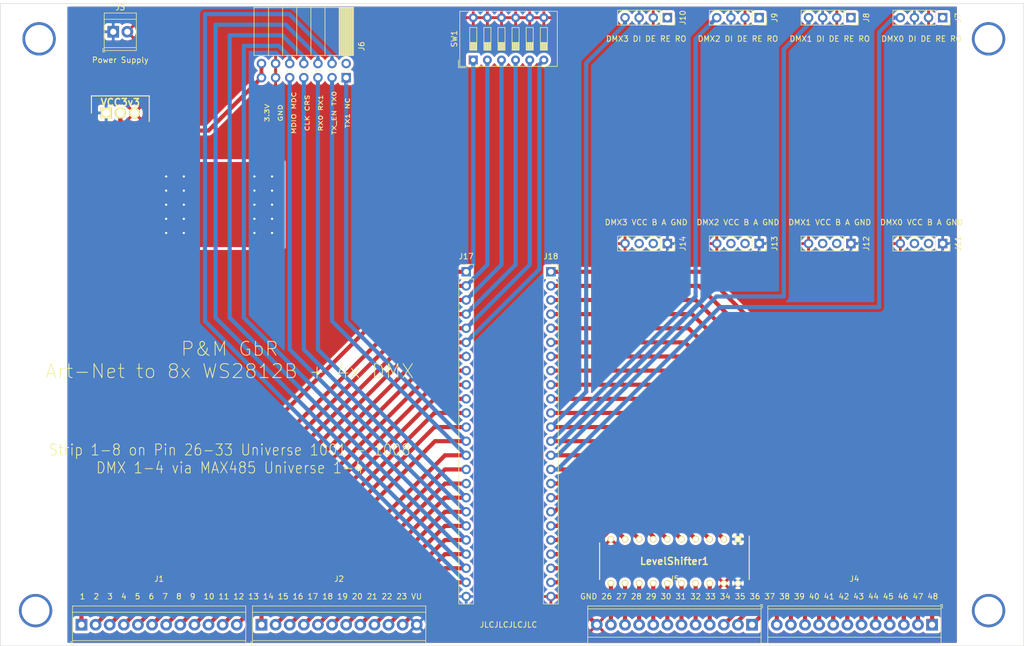
<source format=kicad_pcb>
(kicad_pcb (version 20171130) (host pcbnew "(5.1.5-0-10_14)")

  (general
    (thickness 1.6)
    (drawings 7)
    (tracks 248)
    (zones 0)
    (modules 19)
    (nets 71)
  )

  (page A4)
  (layers
    (0 F.Cu signal)
    (31 B.Cu signal)
    (32 B.Adhes user hide)
    (33 F.Adhes user hide)
    (34 B.Paste user)
    (35 F.Paste user)
    (36 B.SilkS user)
    (37 F.SilkS user)
    (38 B.Mask user)
    (39 F.Mask user)
    (40 Dwgs.User user hide)
    (41 Cmts.User user hide)
    (42 Eco1.User user hide)
    (43 Eco2.User user hide)
    (44 Edge.Cuts user)
    (45 Margin user hide)
    (46 B.CrtYd user hide)
    (47 F.CrtYd user hide)
    (48 B.Fab user hide)
    (49 F.Fab user hide)
  )

  (setup
    (last_trace_width 0.75)
    (user_trace_width 0.75)
    (trace_clearance 0.2)
    (zone_clearance 0.508)
    (zone_45_only no)
    (trace_min 0.2)
    (via_size 0.8)
    (via_drill 0.4)
    (via_min_size 0.4)
    (via_min_drill 0.3)
    (uvia_size 0.3)
    (uvia_drill 0.1)
    (uvias_allowed no)
    (uvia_min_size 0.2)
    (uvia_min_drill 0.1)
    (edge_width 0.05)
    (segment_width 0.2)
    (pcb_text_width 0.3)
    (pcb_text_size 1.5 1.5)
    (mod_edge_width 0.12)
    (mod_text_size 1 1)
    (mod_text_width 0.15)
    (pad_size 2.1 2.1)
    (pad_drill 1.1)
    (pad_to_mask_clearance 0.051)
    (solder_mask_min_width 0.25)
    (aux_axis_origin 0 0)
    (visible_elements FFFFFF7F)
    (pcbplotparams
      (layerselection 0x010fc_ffffffff)
      (usegerberextensions false)
      (usegerberattributes false)
      (usegerberadvancedattributes false)
      (creategerberjobfile false)
      (excludeedgelayer true)
      (linewidth 0.100000)
      (plotframeref false)
      (viasonmask false)
      (mode 1)
      (useauxorigin false)
      (hpglpennumber 1)
      (hpglpenspeed 20)
      (hpglpendiameter 15.000000)
      (psnegative false)
      (psa4output false)
      (plotreference true)
      (plotvalue true)
      (plotinvisibletext false)
      (padsonsilk false)
      (subtractmaskfromsilk false)
      (outputformat 1)
      (mirror false)
      (drillshape 0)
      (scaleselection 1)
      (outputdirectory "export/"))
  )

  (net 0 "")
  (net 1 "Net-(J1-Pad1)")
  (net 2 "Net-(J1-Pad2)")
  (net 3 "Net-(J1-Pad3)")
  (net 4 "Net-(J1-Pad4)")
  (net 5 "Net-(J1-Pad5)")
  (net 6 "Net-(J1-Pad6)")
  (net 7 "Net-(J1-Pad7)")
  (net 8 "Net-(J1-Pad8)")
  (net 9 "Net-(J1-Pad9)")
  (net 10 "Net-(J1-Pad10)")
  (net 11 "Net-(J1-Pad11)")
  (net 12 "Net-(J1-Pad12)")
  (net 13 "Net-(J7-Pad1)")
  (net 14 "Net-(J8-Pad1)")
  (net 15 "Net-(J9-Pad1)")
  (net 16 "Net-(J10-Pad1)")
  (net 17 "Net-(J10-Pad4)")
  (net 18 "Net-(J11-Pad3)")
  (net 19 "Net-(J11-Pad2)")
  (net 20 "Net-(J12-Pad3)")
  (net 21 "Net-(J12-Pad2)")
  (net 22 "Net-(J13-Pad3)")
  (net 23 "Net-(J13-Pad2)")
  (net 24 "Net-(J14-Pad3)")
  (net 25 "Net-(J14-Pad2)")
  (net 26 "Net-(J17-Pad13)")
  (net 27 "Net-(J17-Pad14)")
  (net 28 "Net-(J17-Pad15)")
  (net 29 "Net-(J17-Pad16)")
  (net 30 "Net-(J17-Pad17)")
  (net 31 "Net-(J17-Pad18)")
  (net 32 "Net-(J17-Pad19)")
  (net 33 "Net-(J17-Pad20)")
  (net 34 "Net-(J17-Pad21)")
  (net 35 "Net-(J17-Pad22)")
  (net 36 "Net-(J17-Pad23)")
  (net 37 "Net-(J18-Pad23)")
  (net 38 "Net-(J18-Pad22)")
  (net 39 "Net-(J18-Pad21)")
  (net 40 "Net-(J18-Pad20)")
  (net 41 "Net-(J18-Pad19)")
  (net 42 "Net-(J18-Pad18)")
  (net 43 "Net-(J18-Pad17)")
  (net 44 "Net-(J18-Pad16)")
  (net 45 "Net-(J18-Pad15)")
  (net 46 "Net-(J18-Pad14)")
  (net 47 "Net-(J18-Pad13)")
  (net 48 "Net-(J18-Pad11)")
  (net 49 "Net-(J18-Pad10)")
  (net 50 "Net-(J18-Pad9)")
  (net 51 "Net-(J18-Pad8)")
  (net 52 "Net-(J18-Pad7)")
  (net 53 "Net-(J18-Pad6)")
  (net 54 "Net-(J18-Pad5)")
  (net 55 "Net-(J18-Pad4)")
  (net 56 "Net-(J18-Pad3)")
  (net 57 "Net-(J18-Pad2)")
  (net 58 "Net-(J18-Pad1)")
  (net 59 +5V)
  (net 60 GND)
  (net 61 "Net-(J6-Pad2)")
  (net 62 "Net-(J5-Pad11)")
  (net 63 "Net-(J5-Pad10)")
  (net 64 "Net-(J5-Pad9)")
  (net 65 "Net-(J5-Pad8)")
  (net 66 "Net-(J5-Pad7)")
  (net 67 "Net-(J5-Pad6)")
  (net 68 "Net-(J5-Pad5)")
  (net 69 "Net-(J5-Pad4)")
  (net 70 "Net-(J6-Pad13)")

  (net_class Default "Dies ist die voreingestellte Netzklasse."
    (clearance 0.2)
    (trace_width 0.25)
    (via_dia 0.8)
    (via_drill 0.4)
    (uvia_dia 0.3)
    (uvia_drill 0.1)
    (add_net +5V)
    (add_net GND)
    (add_net "Net-(J1-Pad1)")
    (add_net "Net-(J1-Pad10)")
    (add_net "Net-(J1-Pad11)")
    (add_net "Net-(J1-Pad12)")
    (add_net "Net-(J1-Pad2)")
    (add_net "Net-(J1-Pad3)")
    (add_net "Net-(J1-Pad4)")
    (add_net "Net-(J1-Pad5)")
    (add_net "Net-(J1-Pad6)")
    (add_net "Net-(J1-Pad7)")
    (add_net "Net-(J1-Pad8)")
    (add_net "Net-(J1-Pad9)")
    (add_net "Net-(J10-Pad1)")
    (add_net "Net-(J10-Pad4)")
    (add_net "Net-(J11-Pad2)")
    (add_net "Net-(J11-Pad3)")
    (add_net "Net-(J12-Pad2)")
    (add_net "Net-(J12-Pad3)")
    (add_net "Net-(J13-Pad2)")
    (add_net "Net-(J13-Pad3)")
    (add_net "Net-(J14-Pad2)")
    (add_net "Net-(J14-Pad3)")
    (add_net "Net-(J17-Pad13)")
    (add_net "Net-(J17-Pad14)")
    (add_net "Net-(J17-Pad15)")
    (add_net "Net-(J17-Pad16)")
    (add_net "Net-(J17-Pad17)")
    (add_net "Net-(J17-Pad18)")
    (add_net "Net-(J17-Pad19)")
    (add_net "Net-(J17-Pad20)")
    (add_net "Net-(J17-Pad21)")
    (add_net "Net-(J17-Pad22)")
    (add_net "Net-(J17-Pad23)")
    (add_net "Net-(J18-Pad1)")
    (add_net "Net-(J18-Pad10)")
    (add_net "Net-(J18-Pad11)")
    (add_net "Net-(J18-Pad13)")
    (add_net "Net-(J18-Pad14)")
    (add_net "Net-(J18-Pad15)")
    (add_net "Net-(J18-Pad16)")
    (add_net "Net-(J18-Pad17)")
    (add_net "Net-(J18-Pad18)")
    (add_net "Net-(J18-Pad19)")
    (add_net "Net-(J18-Pad2)")
    (add_net "Net-(J18-Pad20)")
    (add_net "Net-(J18-Pad21)")
    (add_net "Net-(J18-Pad22)")
    (add_net "Net-(J18-Pad23)")
    (add_net "Net-(J18-Pad3)")
    (add_net "Net-(J18-Pad4)")
    (add_net "Net-(J18-Pad5)")
    (add_net "Net-(J18-Pad6)")
    (add_net "Net-(J18-Pad7)")
    (add_net "Net-(J18-Pad8)")
    (add_net "Net-(J18-Pad9)")
    (add_net "Net-(J5-Pad10)")
    (add_net "Net-(J5-Pad11)")
    (add_net "Net-(J5-Pad4)")
    (add_net "Net-(J5-Pad5)")
    (add_net "Net-(J5-Pad6)")
    (add_net "Net-(J5-Pad7)")
    (add_net "Net-(J5-Pad8)")
    (add_net "Net-(J5-Pad9)")
    (add_net "Net-(J6-Pad13)")
    (add_net "Net-(J6-Pad2)")
    (add_net "Net-(J7-Pad1)")
    (add_net "Net-(J8-Pad1)")
    (add_net "Net-(J9-Pad1)")
  )

  (module Button_Switch_THT:SW_DIP_SPSTx06_Slide_9.78x17.42mm_W7.62mm_P2.54mm (layer F.Cu) (tedit 5A4E1405) (tstamp 5F4EBE24)
    (at 117.475 27.305 90)
    (descr "6x-dip-switch SPST , Slide, row spacing 7.62 mm (300 mils), body size 9.78x17.42mm (see e.g. https://www.ctscorp.com/wp-content/uploads/206-208.pdf)")
    (tags "DIP Switch SPST Slide 7.62mm 300mil")
    (path /619A0A26)
    (fp_text reference SW1 (at 3.81 -3.42 90) (layer F.SilkS)
      (effects (font (size 1 1) (thickness 0.15)))
    )
    (fp_text value SW_DIP_x06 (at 3.81 16.12 90) (layer F.Fab)
      (effects (font (size 1 1) (thickness 0.15)))
    )
    (fp_text user on (at 5.365 -1.4975 90) (layer F.Fab)
      (effects (font (size 0.8 0.8) (thickness 0.12)))
    )
    (fp_text user %R (at 7.27 6.35) (layer F.Fab)
      (effects (font (size 0.8 0.8) (thickness 0.12)))
    )
    (fp_line (start 8.95 -2.7) (end -1.35 -2.7) (layer F.CrtYd) (width 0.05))
    (fp_line (start 8.95 15.4) (end 8.95 -2.7) (layer F.CrtYd) (width 0.05))
    (fp_line (start -1.35 15.4) (end 8.95 15.4) (layer F.CrtYd) (width 0.05))
    (fp_line (start -1.35 -2.7) (end -1.35 15.4) (layer F.CrtYd) (width 0.05))
    (fp_line (start 3.133333 12.065) (end 3.133333 13.335) (layer F.SilkS) (width 0.12))
    (fp_line (start 1.78 13.265) (end 3.133333 13.265) (layer F.SilkS) (width 0.12))
    (fp_line (start 1.78 13.145) (end 3.133333 13.145) (layer F.SilkS) (width 0.12))
    (fp_line (start 1.78 13.025) (end 3.133333 13.025) (layer F.SilkS) (width 0.12))
    (fp_line (start 1.78 12.905) (end 3.133333 12.905) (layer F.SilkS) (width 0.12))
    (fp_line (start 1.78 12.785) (end 3.133333 12.785) (layer F.SilkS) (width 0.12))
    (fp_line (start 1.78 12.665) (end 3.133333 12.665) (layer F.SilkS) (width 0.12))
    (fp_line (start 1.78 12.545) (end 3.133333 12.545) (layer F.SilkS) (width 0.12))
    (fp_line (start 1.78 12.425) (end 3.133333 12.425) (layer F.SilkS) (width 0.12))
    (fp_line (start 1.78 12.305) (end 3.133333 12.305) (layer F.SilkS) (width 0.12))
    (fp_line (start 1.78 12.185) (end 3.133333 12.185) (layer F.SilkS) (width 0.12))
    (fp_line (start 5.84 12.065) (end 1.78 12.065) (layer F.SilkS) (width 0.12))
    (fp_line (start 5.84 13.335) (end 5.84 12.065) (layer F.SilkS) (width 0.12))
    (fp_line (start 1.78 13.335) (end 5.84 13.335) (layer F.SilkS) (width 0.12))
    (fp_line (start 1.78 12.065) (end 1.78 13.335) (layer F.SilkS) (width 0.12))
    (fp_line (start 3.133333 9.525) (end 3.133333 10.795) (layer F.SilkS) (width 0.12))
    (fp_line (start 1.78 10.725) (end 3.133333 10.725) (layer F.SilkS) (width 0.12))
    (fp_line (start 1.78 10.605) (end 3.133333 10.605) (layer F.SilkS) (width 0.12))
    (fp_line (start 1.78 10.485) (end 3.133333 10.485) (layer F.SilkS) (width 0.12))
    (fp_line (start 1.78 10.365) (end 3.133333 10.365) (layer F.SilkS) (width 0.12))
    (fp_line (start 1.78 10.245) (end 3.133333 10.245) (layer F.SilkS) (width 0.12))
    (fp_line (start 1.78 10.125) (end 3.133333 10.125) (layer F.SilkS) (width 0.12))
    (fp_line (start 1.78 10.005) (end 3.133333 10.005) (layer F.SilkS) (width 0.12))
    (fp_line (start 1.78 9.885) (end 3.133333 9.885) (layer F.SilkS) (width 0.12))
    (fp_line (start 1.78 9.765) (end 3.133333 9.765) (layer F.SilkS) (width 0.12))
    (fp_line (start 1.78 9.645) (end 3.133333 9.645) (layer F.SilkS) (width 0.12))
    (fp_line (start 5.84 9.525) (end 1.78 9.525) (layer F.SilkS) (width 0.12))
    (fp_line (start 5.84 10.795) (end 5.84 9.525) (layer F.SilkS) (width 0.12))
    (fp_line (start 1.78 10.795) (end 5.84 10.795) (layer F.SilkS) (width 0.12))
    (fp_line (start 1.78 9.525) (end 1.78 10.795) (layer F.SilkS) (width 0.12))
    (fp_line (start 3.133333 6.985) (end 3.133333 8.255) (layer F.SilkS) (width 0.12))
    (fp_line (start 1.78 8.185) (end 3.133333 8.185) (layer F.SilkS) (width 0.12))
    (fp_line (start 1.78 8.065) (end 3.133333 8.065) (layer F.SilkS) (width 0.12))
    (fp_line (start 1.78 7.945) (end 3.133333 7.945) (layer F.SilkS) (width 0.12))
    (fp_line (start 1.78 7.825) (end 3.133333 7.825) (layer F.SilkS) (width 0.12))
    (fp_line (start 1.78 7.705) (end 3.133333 7.705) (layer F.SilkS) (width 0.12))
    (fp_line (start 1.78 7.585) (end 3.133333 7.585) (layer F.SilkS) (width 0.12))
    (fp_line (start 1.78 7.465) (end 3.133333 7.465) (layer F.SilkS) (width 0.12))
    (fp_line (start 1.78 7.345) (end 3.133333 7.345) (layer F.SilkS) (width 0.12))
    (fp_line (start 1.78 7.225) (end 3.133333 7.225) (layer F.SilkS) (width 0.12))
    (fp_line (start 1.78 7.105) (end 3.133333 7.105) (layer F.SilkS) (width 0.12))
    (fp_line (start 5.84 6.985) (end 1.78 6.985) (layer F.SilkS) (width 0.12))
    (fp_line (start 5.84 8.255) (end 5.84 6.985) (layer F.SilkS) (width 0.12))
    (fp_line (start 1.78 8.255) (end 5.84 8.255) (layer F.SilkS) (width 0.12))
    (fp_line (start 1.78 6.985) (end 1.78 8.255) (layer F.SilkS) (width 0.12))
    (fp_line (start 3.133333 4.445) (end 3.133333 5.715) (layer F.SilkS) (width 0.12))
    (fp_line (start 1.78 5.645) (end 3.133333 5.645) (layer F.SilkS) (width 0.12))
    (fp_line (start 1.78 5.525) (end 3.133333 5.525) (layer F.SilkS) (width 0.12))
    (fp_line (start 1.78 5.405) (end 3.133333 5.405) (layer F.SilkS) (width 0.12))
    (fp_line (start 1.78 5.285) (end 3.133333 5.285) (layer F.SilkS) (width 0.12))
    (fp_line (start 1.78 5.165) (end 3.133333 5.165) (layer F.SilkS) (width 0.12))
    (fp_line (start 1.78 5.045) (end 3.133333 5.045) (layer F.SilkS) (width 0.12))
    (fp_line (start 1.78 4.925) (end 3.133333 4.925) (layer F.SilkS) (width 0.12))
    (fp_line (start 1.78 4.805) (end 3.133333 4.805) (layer F.SilkS) (width 0.12))
    (fp_line (start 1.78 4.685) (end 3.133333 4.685) (layer F.SilkS) (width 0.12))
    (fp_line (start 1.78 4.565) (end 3.133333 4.565) (layer F.SilkS) (width 0.12))
    (fp_line (start 5.84 4.445) (end 1.78 4.445) (layer F.SilkS) (width 0.12))
    (fp_line (start 5.84 5.715) (end 5.84 4.445) (layer F.SilkS) (width 0.12))
    (fp_line (start 1.78 5.715) (end 5.84 5.715) (layer F.SilkS) (width 0.12))
    (fp_line (start 1.78 4.445) (end 1.78 5.715) (layer F.SilkS) (width 0.12))
    (fp_line (start 3.133333 1.905) (end 3.133333 3.175) (layer F.SilkS) (width 0.12))
    (fp_line (start 1.78 3.105) (end 3.133333 3.105) (layer F.SilkS) (width 0.12))
    (fp_line (start 1.78 2.985) (end 3.133333 2.985) (layer F.SilkS) (width 0.12))
    (fp_line (start 1.78 2.865) (end 3.133333 2.865) (layer F.SilkS) (width 0.12))
    (fp_line (start 1.78 2.745) (end 3.133333 2.745) (layer F.SilkS) (width 0.12))
    (fp_line (start 1.78 2.625) (end 3.133333 2.625) (layer F.SilkS) (width 0.12))
    (fp_line (start 1.78 2.505) (end 3.133333 2.505) (layer F.SilkS) (width 0.12))
    (fp_line (start 1.78 2.385) (end 3.133333 2.385) (layer F.SilkS) (width 0.12))
    (fp_line (start 1.78 2.265) (end 3.133333 2.265) (layer F.SilkS) (width 0.12))
    (fp_line (start 1.78 2.145) (end 3.133333 2.145) (layer F.SilkS) (width 0.12))
    (fp_line (start 1.78 2.025) (end 3.133333 2.025) (layer F.SilkS) (width 0.12))
    (fp_line (start 5.84 1.905) (end 1.78 1.905) (layer F.SilkS) (width 0.12))
    (fp_line (start 5.84 3.175) (end 5.84 1.905) (layer F.SilkS) (width 0.12))
    (fp_line (start 1.78 3.175) (end 5.84 3.175) (layer F.SilkS) (width 0.12))
    (fp_line (start 1.78 1.905) (end 1.78 3.175) (layer F.SilkS) (width 0.12))
    (fp_line (start 3.133333 -0.635) (end 3.133333 0.635) (layer F.SilkS) (width 0.12))
    (fp_line (start 1.78 0.565) (end 3.133333 0.565) (layer F.SilkS) (width 0.12))
    (fp_line (start 1.78 0.445) (end 3.133333 0.445) (layer F.SilkS) (width 0.12))
    (fp_line (start 1.78 0.325) (end 3.133333 0.325) (layer F.SilkS) (width 0.12))
    (fp_line (start 1.78 0.205) (end 3.133333 0.205) (layer F.SilkS) (width 0.12))
    (fp_line (start 1.78 0.085) (end 3.133333 0.085) (layer F.SilkS) (width 0.12))
    (fp_line (start 1.78 -0.035) (end 3.133333 -0.035) (layer F.SilkS) (width 0.12))
    (fp_line (start 1.78 -0.155) (end 3.133333 -0.155) (layer F.SilkS) (width 0.12))
    (fp_line (start 1.78 -0.275) (end 3.133333 -0.275) (layer F.SilkS) (width 0.12))
    (fp_line (start 1.78 -0.395) (end 3.133333 -0.395) (layer F.SilkS) (width 0.12))
    (fp_line (start 1.78 -0.515) (end 3.133333 -0.515) (layer F.SilkS) (width 0.12))
    (fp_line (start 5.84 -0.635) (end 1.78 -0.635) (layer F.SilkS) (width 0.12))
    (fp_line (start 5.84 0.635) (end 5.84 -0.635) (layer F.SilkS) (width 0.12))
    (fp_line (start 1.78 0.635) (end 5.84 0.635) (layer F.SilkS) (width 0.12))
    (fp_line (start 1.78 -0.635) (end 1.78 0.635) (layer F.SilkS) (width 0.12))
    (fp_line (start -1.38 -2.66) (end -1.38 -1.277) (layer F.SilkS) (width 0.12))
    (fp_line (start -1.38 -2.66) (end 0.004 -2.66) (layer F.SilkS) (width 0.12))
    (fp_line (start 8.76 -2.42) (end 8.76 15.12) (layer F.SilkS) (width 0.12))
    (fp_line (start -1.14 -2.42) (end -1.14 15.12) (layer F.SilkS) (width 0.12))
    (fp_line (start -1.14 15.12) (end 8.76 15.12) (layer F.SilkS) (width 0.12))
    (fp_line (start -1.14 -2.42) (end 8.76 -2.42) (layer F.SilkS) (width 0.12))
    (fp_line (start 3.133333 12.065) (end 3.133333 13.335) (layer F.Fab) (width 0.1))
    (fp_line (start 1.78 13.265) (end 3.133333 13.265) (layer F.Fab) (width 0.1))
    (fp_line (start 1.78 13.165) (end 3.133333 13.165) (layer F.Fab) (width 0.1))
    (fp_line (start 1.78 13.065) (end 3.133333 13.065) (layer F.Fab) (width 0.1))
    (fp_line (start 1.78 12.965) (end 3.133333 12.965) (layer F.Fab) (width 0.1))
    (fp_line (start 1.78 12.865) (end 3.133333 12.865) (layer F.Fab) (width 0.1))
    (fp_line (start 1.78 12.765) (end 3.133333 12.765) (layer F.Fab) (width 0.1))
    (fp_line (start 1.78 12.665) (end 3.133333 12.665) (layer F.Fab) (width 0.1))
    (fp_line (start 1.78 12.565) (end 3.133333 12.565) (layer F.Fab) (width 0.1))
    (fp_line (start 1.78 12.465) (end 3.133333 12.465) (layer F.Fab) (width 0.1))
    (fp_line (start 1.78 12.365) (end 3.133333 12.365) (layer F.Fab) (width 0.1))
    (fp_line (start 1.78 12.265) (end 3.133333 12.265) (layer F.Fab) (width 0.1))
    (fp_line (start 1.78 12.165) (end 3.133333 12.165) (layer F.Fab) (width 0.1))
    (fp_line (start 5.84 12.065) (end 1.78 12.065) (layer F.Fab) (width 0.1))
    (fp_line (start 5.84 13.335) (end 5.84 12.065) (layer F.Fab) (width 0.1))
    (fp_line (start 1.78 13.335) (end 5.84 13.335) (layer F.Fab) (width 0.1))
    (fp_line (start 1.78 12.065) (end 1.78 13.335) (layer F.Fab) (width 0.1))
    (fp_line (start 3.133333 9.525) (end 3.133333 10.795) (layer F.Fab) (width 0.1))
    (fp_line (start 1.78 10.725) (end 3.133333 10.725) (layer F.Fab) (width 0.1))
    (fp_line (start 1.78 10.625) (end 3.133333 10.625) (layer F.Fab) (width 0.1))
    (fp_line (start 1.78 10.525) (end 3.133333 10.525) (layer F.Fab) (width 0.1))
    (fp_line (start 1.78 10.425) (end 3.133333 10.425) (layer F.Fab) (width 0.1))
    (fp_line (start 1.78 10.325) (end 3.133333 10.325) (layer F.Fab) (width 0.1))
    (fp_line (start 1.78 10.225) (end 3.133333 10.225) (layer F.Fab) (width 0.1))
    (fp_line (start 1.78 10.125) (end 3.133333 10.125) (layer F.Fab) (width 0.1))
    (fp_line (start 1.78 10.025) (end 3.133333 10.025) (layer F.Fab) (width 0.1))
    (fp_line (start 1.78 9.925) (end 3.133333 9.925) (layer F.Fab) (width 0.1))
    (fp_line (start 1.78 9.825) (end 3.133333 9.825) (layer F.Fab) (width 0.1))
    (fp_line (start 1.78 9.725) (end 3.133333 9.725) (layer F.Fab) (width 0.1))
    (fp_line (start 1.78 9.625) (end 3.133333 9.625) (layer F.Fab) (width 0.1))
    (fp_line (start 5.84 9.525) (end 1.78 9.525) (layer F.Fab) (width 0.1))
    (fp_line (start 5.84 10.795) (end 5.84 9.525) (layer F.Fab) (width 0.1))
    (fp_line (start 1.78 10.795) (end 5.84 10.795) (layer F.Fab) (width 0.1))
    (fp_line (start 1.78 9.525) (end 1.78 10.795) (layer F.Fab) (width 0.1))
    (fp_line (start 3.133333 6.985) (end 3.133333 8.255) (layer F.Fab) (width 0.1))
    (fp_line (start 1.78 8.185) (end 3.133333 8.185) (layer F.Fab) (width 0.1))
    (fp_line (start 1.78 8.085) (end 3.133333 8.085) (layer F.Fab) (width 0.1))
    (fp_line (start 1.78 7.985) (end 3.133333 7.985) (layer F.Fab) (width 0.1))
    (fp_line (start 1.78 7.885) (end 3.133333 7.885) (layer F.Fab) (width 0.1))
    (fp_line (start 1.78 7.785) (end 3.133333 7.785) (layer F.Fab) (width 0.1))
    (fp_line (start 1.78 7.685) (end 3.133333 7.685) (layer F.Fab) (width 0.1))
    (fp_line (start 1.78 7.585) (end 3.133333 7.585) (layer F.Fab) (width 0.1))
    (fp_line (start 1.78 7.485) (end 3.133333 7.485) (layer F.Fab) (width 0.1))
    (fp_line (start 1.78 7.385) (end 3.133333 7.385) (layer F.Fab) (width 0.1))
    (fp_line (start 1.78 7.285) (end 3.133333 7.285) (layer F.Fab) (width 0.1))
    (fp_line (start 1.78 7.185) (end 3.133333 7.185) (layer F.Fab) (width 0.1))
    (fp_line (start 1.78 7.085) (end 3.133333 7.085) (layer F.Fab) (width 0.1))
    (fp_line (start 5.84 6.985) (end 1.78 6.985) (layer F.Fab) (width 0.1))
    (fp_line (start 5.84 8.255) (end 5.84 6.985) (layer F.Fab) (width 0.1))
    (fp_line (start 1.78 8.255) (end 5.84 8.255) (layer F.Fab) (width 0.1))
    (fp_line (start 1.78 6.985) (end 1.78 8.255) (layer F.Fab) (width 0.1))
    (fp_line (start 3.133333 4.445) (end 3.133333 5.715) (layer F.Fab) (width 0.1))
    (fp_line (start 1.78 5.645) (end 3.133333 5.645) (layer F.Fab) (width 0.1))
    (fp_line (start 1.78 5.545) (end 3.133333 5.545) (layer F.Fab) (width 0.1))
    (fp_line (start 1.78 5.445) (end 3.133333 5.445) (layer F.Fab) (width 0.1))
    (fp_line (start 1.78 5.345) (end 3.133333 5.345) (layer F.Fab) (width 0.1))
    (fp_line (start 1.78 5.245) (end 3.133333 5.245) (layer F.Fab) (width 0.1))
    (fp_line (start 1.78 5.145) (end 3.133333 5.145) (layer F.Fab) (width 0.1))
    (fp_line (start 1.78 5.045) (end 3.133333 5.045) (layer F.Fab) (width 0.1))
    (fp_line (start 1.78 4.945) (end 3.133333 4.945) (layer F.Fab) (width 0.1))
    (fp_line (start 1.78 4.845) (end 3.133333 4.845) (layer F.Fab) (width 0.1))
    (fp_line (start 1.78 4.745) (end 3.133333 4.745) (layer F.Fab) (width 0.1))
    (fp_line (start 1.78 4.645) (end 3.133333 4.645) (layer F.Fab) (width 0.1))
    (fp_line (start 1.78 4.545) (end 3.133333 4.545) (layer F.Fab) (width 0.1))
    (fp_line (start 5.84 4.445) (end 1.78 4.445) (layer F.Fab) (width 0.1))
    (fp_line (start 5.84 5.715) (end 5.84 4.445) (layer F.Fab) (width 0.1))
    (fp_line (start 1.78 5.715) (end 5.84 5.715) (layer F.Fab) (width 0.1))
    (fp_line (start 1.78 4.445) (end 1.78 5.715) (layer F.Fab) (width 0.1))
    (fp_line (start 3.133333 1.905) (end 3.133333 3.175) (layer F.Fab) (width 0.1))
    (fp_line (start 1.78 3.105) (end 3.133333 3.105) (layer F.Fab) (width 0.1))
    (fp_line (start 1.78 3.005) (end 3.133333 3.005) (layer F.Fab) (width 0.1))
    (fp_line (start 1.78 2.905) (end 3.133333 2.905) (layer F.Fab) (width 0.1))
    (fp_line (start 1.78 2.805) (end 3.133333 2.805) (layer F.Fab) (width 0.1))
    (fp_line (start 1.78 2.705) (end 3.133333 2.705) (layer F.Fab) (width 0.1))
    (fp_line (start 1.78 2.605) (end 3.133333 2.605) (layer F.Fab) (width 0.1))
    (fp_line (start 1.78 2.505) (end 3.133333 2.505) (layer F.Fab) (width 0.1))
    (fp_line (start 1.78 2.405) (end 3.133333 2.405) (layer F.Fab) (width 0.1))
    (fp_line (start 1.78 2.305) (end 3.133333 2.305) (layer F.Fab) (width 0.1))
    (fp_line (start 1.78 2.205) (end 3.133333 2.205) (layer F.Fab) (width 0.1))
    (fp_line (start 1.78 2.105) (end 3.133333 2.105) (layer F.Fab) (width 0.1))
    (fp_line (start 1.78 2.005) (end 3.133333 2.005) (layer F.Fab) (width 0.1))
    (fp_line (start 5.84 1.905) (end 1.78 1.905) (layer F.Fab) (width 0.1))
    (fp_line (start 5.84 3.175) (end 5.84 1.905) (layer F.Fab) (width 0.1))
    (fp_line (start 1.78 3.175) (end 5.84 3.175) (layer F.Fab) (width 0.1))
    (fp_line (start 1.78 1.905) (end 1.78 3.175) (layer F.Fab) (width 0.1))
    (fp_line (start 3.133333 -0.635) (end 3.133333 0.635) (layer F.Fab) (width 0.1))
    (fp_line (start 1.78 0.565) (end 3.133333 0.565) (layer F.Fab) (width 0.1))
    (fp_line (start 1.78 0.465) (end 3.133333 0.465) (layer F.Fab) (width 0.1))
    (fp_line (start 1.78 0.365) (end 3.133333 0.365) (layer F.Fab) (width 0.1))
    (fp_line (start 1.78 0.265) (end 3.133333 0.265) (layer F.Fab) (width 0.1))
    (fp_line (start 1.78 0.165) (end 3.133333 0.165) (layer F.Fab) (width 0.1))
    (fp_line (start 1.78 0.065) (end 3.133333 0.065) (layer F.Fab) (width 0.1))
    (fp_line (start 1.78 -0.035) (end 3.133333 -0.035) (layer F.Fab) (width 0.1))
    (fp_line (start 1.78 -0.135) (end 3.133333 -0.135) (layer F.Fab) (width 0.1))
    (fp_line (start 1.78 -0.235) (end 3.133333 -0.235) (layer F.Fab) (width 0.1))
    (fp_line (start 1.78 -0.335) (end 3.133333 -0.335) (layer F.Fab) (width 0.1))
    (fp_line (start 1.78 -0.435) (end 3.133333 -0.435) (layer F.Fab) (width 0.1))
    (fp_line (start 1.78 -0.535) (end 3.133333 -0.535) (layer F.Fab) (width 0.1))
    (fp_line (start 5.84 -0.635) (end 1.78 -0.635) (layer F.Fab) (width 0.1))
    (fp_line (start 5.84 0.635) (end 5.84 -0.635) (layer F.Fab) (width 0.1))
    (fp_line (start 1.78 0.635) (end 5.84 0.635) (layer F.Fab) (width 0.1))
    (fp_line (start 1.78 -0.635) (end 1.78 0.635) (layer F.Fab) (width 0.1))
    (fp_line (start -1.08 -1.36) (end -0.08 -2.36) (layer F.Fab) (width 0.1))
    (fp_line (start -1.08 15.06) (end -1.08 -1.36) (layer F.Fab) (width 0.1))
    (fp_line (start 8.7 15.06) (end -1.08 15.06) (layer F.Fab) (width 0.1))
    (fp_line (start 8.7 -2.36) (end 8.7 15.06) (layer F.Fab) (width 0.1))
    (fp_line (start -0.08 -2.36) (end 8.7 -2.36) (layer F.Fab) (width 0.1))
    (pad 12 thru_hole oval (at 7.62 0 90) (size 1.6 1.6) (drill 0.8) (layers *.Cu *.Mask)
      (net 60 GND))
    (pad 6 thru_hole oval (at 0 12.7 90) (size 1.6 1.6) (drill 0.8) (layers *.Cu *.Mask)
      (net 6 "Net-(J1-Pad6)"))
    (pad 11 thru_hole oval (at 7.62 2.54 90) (size 1.6 1.6) (drill 0.8) (layers *.Cu *.Mask)
      (net 60 GND))
    (pad 5 thru_hole oval (at 0 10.16 90) (size 1.6 1.6) (drill 0.8) (layers *.Cu *.Mask)
      (net 5 "Net-(J1-Pad5)"))
    (pad 10 thru_hole oval (at 7.62 5.08 90) (size 1.6 1.6) (drill 0.8) (layers *.Cu *.Mask)
      (net 60 GND))
    (pad 4 thru_hole oval (at 0 7.62 90) (size 1.6 1.6) (drill 0.8) (layers *.Cu *.Mask)
      (net 4 "Net-(J1-Pad4)"))
    (pad 9 thru_hole oval (at 7.62 7.62 90) (size 1.6 1.6) (drill 0.8) (layers *.Cu *.Mask)
      (net 60 GND))
    (pad 3 thru_hole oval (at 0 5.08 90) (size 1.6 1.6) (drill 0.8) (layers *.Cu *.Mask)
      (net 3 "Net-(J1-Pad3)"))
    (pad 8 thru_hole oval (at 7.62 10.16 90) (size 1.6 1.6) (drill 0.8) (layers *.Cu *.Mask)
      (net 60 GND))
    (pad 2 thru_hole oval (at 0 2.54 90) (size 1.6 1.6) (drill 0.8) (layers *.Cu *.Mask)
      (net 2 "Net-(J1-Pad2)"))
    (pad 7 thru_hole oval (at 7.62 12.7 90) (size 1.6 1.6) (drill 0.8) (layers *.Cu *.Mask)
      (net 60 GND))
    (pad 1 thru_hole rect (at 0 0 90) (size 1.6 1.6) (drill 0.8) (layers *.Cu *.Mask)
      (net 1 "Net-(J1-Pad1)"))
    (model ${KISYS3DMOD}/Button_Switch_THT.3dshapes/SW_DIP_SPSTx06_Slide_9.78x17.42mm_W7.62mm_P2.54mm.wrl
      (at (xyz 0 0 0))
      (scale (xyz 1 1 1))
      (rotate (xyz 0 0 90))
    )
  )

  (module LD1117V33:TO255P460X1020X2008-3P (layer F.Cu) (tedit 5F4CDE42) (tstamp 5F4E4359)
    (at 51.435 36.83)
    (descr "3-Pin TO-220")
    (tags "Integrated Circuit")
    (path /5F6D9254)
    (fp_text reference VCC3v3 (at 2.54 -1.905) (layer F.SilkS)
      (effects (font (size 1.27 1.27) (thickness 0.254)))
    )
    (fp_text value LD1117V33 (at 0 0) (layer F.SilkS) hide
      (effects (font (size 1.27 1.27) (thickness 0.254)))
    )
    (fp_line (start -2.65 -3.07) (end -2.65 0) (layer F.SilkS) (width 0.2))
    (fp_line (start 7.75 -3.07) (end -2.65 -3.07) (layer F.SilkS) (width 0.2))
    (fp_line (start 7.75 1.53) (end 7.75 -3.07) (layer F.SilkS) (width 0.2))
    (fp_line (start -2.65 -1.795) (end -1.375 -3.07) (layer Dwgs.User) (width 0.1))
    (fp_line (start -2.65 1.53) (end -2.65 -3.07) (layer Dwgs.User) (width 0.1))
    (fp_line (start 7.75 1.53) (end -2.65 1.53) (layer Dwgs.User) (width 0.1))
    (fp_line (start 7.75 -3.07) (end 7.75 1.53) (layer Dwgs.User) (width 0.1))
    (fp_line (start -2.65 -3.07) (end 7.75 -3.07) (layer Dwgs.User) (width 0.1))
    (fp_line (start -2.9 1.78) (end -2.9 -3.32) (layer Dwgs.User) (width 0.05))
    (fp_line (start 8 1.78) (end -2.9 1.78) (layer Dwgs.User) (width 0.05))
    (fp_line (start 8 -3.32) (end 8 1.78) (layer Dwgs.User) (width 0.05))
    (fp_line (start -2.9 -3.32) (end 8 -3.32) (layer Dwgs.User) (width 0.05))
    (pad 3 thru_hole circle (at 5.1 0 90) (size 1.98 1.98) (drill 1.32) (layers *.Cu *.Mask F.SilkS)
      (net 60 GND))
    (pad 2 thru_hole circle (at 2.55 0 90) (size 1.98 1.98) (drill 1.32) (layers *.Cu *.Mask F.SilkS)
      (net 70 "Net-(J6-Pad13)"))
    (pad 1 thru_hole rect (at 0 0 90) (size 1.98 1.98) (drill 1.32) (layers *.Cu *.Mask F.SilkS)
      (net 59 +5V))
  )

  (module SN74LVC245AN:DIP794W53P254L2540H508Q20N (layer F.Cu) (tedit 5F4CF6B4) (tstamp 5F4E4346)
    (at 153.67 117.475 270)
    (descr "N (R-PDIP-T20)")
    (tags "Integrated Circuit")
    (path /60FFD246)
    (fp_text reference LevelShifter1 (at 0 0) (layer F.SilkS)
      (effects (font (size 1.27 1.27) (thickness 0.254)))
    )
    (fp_text value SN74LVC245AN (at 0 0 90) (layer F.SilkS) hide
      (effects (font (size 1.27 1.27) (thickness 0.254)))
    )
    (fp_line (start -3.3 13.46) (end 3.3 13.46) (layer F.SilkS) (width 0.2))
    (fp_line (start -4.535 -13.46) (end 3.3 -13.46) (layer F.SilkS) (width 0.2))
    (fp_line (start -3.3 -12.19) (end -2.03 -13.46) (layer Dwgs.User) (width 0.1))
    (fp_line (start -3.3 13.46) (end -3.3 -13.46) (layer Dwgs.User) (width 0.1))
    (fp_line (start 3.3 13.46) (end -3.3 13.46) (layer Dwgs.User) (width 0.1))
    (fp_line (start 3.3 -13.46) (end 3.3 13.46) (layer Dwgs.User) (width 0.1))
    (fp_line (start -3.3 -13.46) (end 3.3 -13.46) (layer Dwgs.User) (width 0.1))
    (fp_line (start -4.945 13.71) (end -4.945 -13.71) (layer Dwgs.User) (width 0.05))
    (fp_line (start 4.945 13.71) (end -4.945 13.71) (layer Dwgs.User) (width 0.05))
    (fp_line (start 4.945 -13.71) (end 4.945 13.71) (layer Dwgs.User) (width 0.05))
    (fp_line (start -4.945 -13.71) (end 4.945 -13.71) (layer Dwgs.User) (width 0.05))
    (pad 20 thru_hole circle (at 3.97 -11.43) (size 1.13 1.13) (drill 0.73) (layers *.Cu *.Mask F.SilkS)
      (net 59 +5V))
    (pad 19 thru_hole circle (at 3.97 -8.89) (size 1.13 1.13) (drill 0.73) (layers *.Cu *.Mask F.SilkS)
      (net 60 GND))
    (pad 18 thru_hole circle (at 3.97 -6.35) (size 1.13 1.13) (drill 0.73) (layers *.Cu *.Mask F.SilkS)
      (net 69 "Net-(J5-Pad4)"))
    (pad 17 thru_hole circle (at 3.97 -3.81) (size 1.13 1.13) (drill 0.73) (layers *.Cu *.Mask F.SilkS)
      (net 68 "Net-(J5-Pad5)"))
    (pad 16 thru_hole circle (at 3.97 -1.27) (size 1.13 1.13) (drill 0.73) (layers *.Cu *.Mask F.SilkS)
      (net 67 "Net-(J5-Pad6)"))
    (pad 15 thru_hole circle (at 3.97 1.27) (size 1.13 1.13) (drill 0.73) (layers *.Cu *.Mask F.SilkS)
      (net 66 "Net-(J5-Pad7)"))
    (pad 14 thru_hole circle (at 3.97 3.81) (size 1.13 1.13) (drill 0.73) (layers *.Cu *.Mask F.SilkS)
      (net 65 "Net-(J5-Pad8)"))
    (pad 13 thru_hole circle (at 3.97 6.35) (size 1.13 1.13) (drill 0.73) (layers *.Cu *.Mask F.SilkS)
      (net 64 "Net-(J5-Pad9)"))
    (pad 12 thru_hole circle (at 3.97 8.89) (size 1.13 1.13) (drill 0.73) (layers *.Cu *.Mask F.SilkS)
      (net 63 "Net-(J5-Pad10)"))
    (pad 11 thru_hole circle (at 3.97 11.43) (size 1.13 1.13) (drill 0.73) (layers *.Cu *.Mask F.SilkS)
      (net 62 "Net-(J5-Pad11)"))
    (pad 10 thru_hole circle (at -3.97 11.43) (size 1.13 1.13) (drill 0.73) (layers *.Cu *.Mask F.SilkS)
      (net 60 GND))
    (pad 9 thru_hole circle (at -3.97 8.89) (size 1.13 1.13) (drill 0.73) (layers *.Cu *.Mask F.SilkS)
      (net 37 "Net-(J18-Pad23)"))
    (pad 8 thru_hole circle (at -3.97 6.35) (size 1.13 1.13) (drill 0.73) (layers *.Cu *.Mask F.SilkS)
      (net 38 "Net-(J18-Pad22)"))
    (pad 7 thru_hole circle (at -3.97 3.81) (size 1.13 1.13) (drill 0.73) (layers *.Cu *.Mask F.SilkS)
      (net 39 "Net-(J18-Pad21)"))
    (pad 6 thru_hole circle (at -3.97 1.27) (size 1.13 1.13) (drill 0.73) (layers *.Cu *.Mask F.SilkS)
      (net 40 "Net-(J18-Pad20)"))
    (pad 5 thru_hole circle (at -3.97 -1.27) (size 1.13 1.13) (drill 0.73) (layers *.Cu *.Mask F.SilkS)
      (net 41 "Net-(J18-Pad19)"))
    (pad 4 thru_hole circle (at -3.97 -3.81) (size 1.13 1.13) (drill 0.73) (layers *.Cu *.Mask F.SilkS)
      (net 42 "Net-(J18-Pad18)"))
    (pad 3 thru_hole circle (at -3.97 -6.35) (size 1.13 1.13) (drill 0.73) (layers *.Cu *.Mask F.SilkS)
      (net 43 "Net-(J18-Pad17)"))
    (pad 2 thru_hole circle (at -3.97 -8.89) (size 1.13 1.13) (drill 0.73) (layers *.Cu *.Mask F.SilkS)
      (net 44 "Net-(J18-Pad16)"))
    (pad 1 thru_hole rect (at -3.97 -11.43) (size 1.13 1.13) (drill 0.73) (layers *.Cu *.Mask F.SilkS)
      (net 59 +5V))
  )

  (module Connector_PinSocket_2.54mm:PinSocket_1x24_P2.54mm_Vertical (layer F.Cu) (tedit 5A19A427) (tstamp 5EB87CDB)
    (at 116.205 65.405)
    (descr "Through hole straight socket strip, 1x24, 2.54mm pitch, single row (from Kicad 4.0.7), script generated")
    (tags "Through hole socket strip THT 1x24 2.54mm single row")
    (path /5EBEF8A2)
    (fp_text reference J17 (at 0 -2.77) (layer F.SilkS)
      (effects (font (size 1 1) (thickness 0.15)))
    )
    (fp_text value "CMOD A7 J1" (at 0 61.19) (layer F.Fab)
      (effects (font (size 1 1) (thickness 0.15)))
    )
    (fp_line (start -1.27 -1.27) (end 0.635 -1.27) (layer F.Fab) (width 0.1))
    (fp_line (start 0.635 -1.27) (end 1.27 -0.635) (layer F.Fab) (width 0.1))
    (fp_line (start 1.27 -0.635) (end 1.27 59.69) (layer F.Fab) (width 0.1))
    (fp_line (start 1.27 59.69) (end -1.27 59.69) (layer F.Fab) (width 0.1))
    (fp_line (start -1.27 59.69) (end -1.27 -1.27) (layer F.Fab) (width 0.1))
    (fp_line (start -1.33 1.27) (end 1.33 1.27) (layer F.SilkS) (width 0.12))
    (fp_line (start -1.33 1.27) (end -1.33 59.75) (layer F.SilkS) (width 0.12))
    (fp_line (start -1.33 59.75) (end 1.33 59.75) (layer F.SilkS) (width 0.12))
    (fp_line (start 1.33 1.27) (end 1.33 59.75) (layer F.SilkS) (width 0.12))
    (fp_line (start 1.33 -1.33) (end 1.33 0) (layer F.SilkS) (width 0.12))
    (fp_line (start 0 -1.33) (end 1.33 -1.33) (layer F.SilkS) (width 0.12))
    (fp_line (start -1.8 -1.8) (end 1.75 -1.8) (layer F.CrtYd) (width 0.05))
    (fp_line (start 1.75 -1.8) (end 1.75 60.2) (layer F.CrtYd) (width 0.05))
    (fp_line (start 1.75 60.2) (end -1.8 60.2) (layer F.CrtYd) (width 0.05))
    (fp_line (start -1.8 60.2) (end -1.8 -1.8) (layer F.CrtYd) (width 0.05))
    (fp_text user %R (at 0 29.21 90) (layer F.Fab)
      (effects (font (size 1 1) (thickness 0.15)))
    )
    (pad 1 thru_hole rect (at 0 0) (size 1.7 1.7) (drill 1) (layers *.Cu *.Mask)
      (net 1 "Net-(J1-Pad1)"))
    (pad 2 thru_hole oval (at 0 2.54) (size 1.7 1.7) (drill 1) (layers *.Cu *.Mask)
      (net 2 "Net-(J1-Pad2)"))
    (pad 3 thru_hole oval (at 0 5.08) (size 1.7 1.7) (drill 1) (layers *.Cu *.Mask)
      (net 3 "Net-(J1-Pad3)"))
    (pad 4 thru_hole oval (at 0 7.62) (size 1.7 1.7) (drill 1) (layers *.Cu *.Mask)
      (net 4 "Net-(J1-Pad4)"))
    (pad 5 thru_hole oval (at 0 10.16) (size 1.7 1.7) (drill 1) (layers *.Cu *.Mask)
      (net 5 "Net-(J1-Pad5)"))
    (pad 6 thru_hole oval (at 0 12.7) (size 1.7 1.7) (drill 1) (layers *.Cu *.Mask)
      (net 6 "Net-(J1-Pad6)"))
    (pad 7 thru_hole oval (at 0 15.24) (size 1.7 1.7) (drill 1) (layers *.Cu *.Mask)
      (net 7 "Net-(J1-Pad7)"))
    (pad 8 thru_hole oval (at 0 17.78) (size 1.7 1.7) (drill 1) (layers *.Cu *.Mask)
      (net 8 "Net-(J1-Pad8)"))
    (pad 9 thru_hole oval (at 0 20.32) (size 1.7 1.7) (drill 1) (layers *.Cu *.Mask)
      (net 9 "Net-(J1-Pad9)"))
    (pad 10 thru_hole oval (at 0 22.86) (size 1.7 1.7) (drill 1) (layers *.Cu *.Mask)
      (net 10 "Net-(J1-Pad10)"))
    (pad 11 thru_hole oval (at 0 25.4) (size 1.7 1.7) (drill 1) (layers *.Cu *.Mask)
      (net 11 "Net-(J1-Pad11)"))
    (pad 12 thru_hole oval (at 0 27.94) (size 1.7 1.7) (drill 1) (layers *.Cu *.Mask)
      (net 12 "Net-(J1-Pad12)"))
    (pad 13 thru_hole oval (at 0 30.48) (size 1.7 1.7) (drill 1) (layers *.Cu *.Mask)
      (net 26 "Net-(J17-Pad13)"))
    (pad 14 thru_hole oval (at 0 33.02) (size 1.7 1.7) (drill 1) (layers *.Cu *.Mask)
      (net 27 "Net-(J17-Pad14)"))
    (pad 15 thru_hole oval (at 0 35.56) (size 1.7 1.7) (drill 1) (layers *.Cu *.Mask)
      (net 28 "Net-(J17-Pad15)"))
    (pad 16 thru_hole oval (at 0 38.1) (size 1.7 1.7) (drill 1) (layers *.Cu *.Mask)
      (net 29 "Net-(J17-Pad16)"))
    (pad 17 thru_hole oval (at 0 40.64) (size 1.7 1.7) (drill 1) (layers *.Cu *.Mask)
      (net 30 "Net-(J17-Pad17)"))
    (pad 18 thru_hole oval (at 0 43.18) (size 1.7 1.7) (drill 1) (layers *.Cu *.Mask)
      (net 31 "Net-(J17-Pad18)"))
    (pad 19 thru_hole oval (at 0 45.72) (size 1.7 1.7) (drill 1) (layers *.Cu *.Mask)
      (net 32 "Net-(J17-Pad19)"))
    (pad 20 thru_hole oval (at 0 48.26) (size 1.7 1.7) (drill 1) (layers *.Cu *.Mask)
      (net 33 "Net-(J17-Pad20)"))
    (pad 21 thru_hole oval (at 0 50.8) (size 1.7 1.7) (drill 1) (layers *.Cu *.Mask)
      (net 34 "Net-(J17-Pad21)"))
    (pad 22 thru_hole oval (at 0 53.34) (size 1.7 1.7) (drill 1) (layers *.Cu *.Mask)
      (net 35 "Net-(J17-Pad22)"))
    (pad 23 thru_hole oval (at 0 55.88) (size 1.7 1.7) (drill 1) (layers *.Cu *.Mask)
      (net 36 "Net-(J17-Pad23)"))
    (pad 24 thru_hole oval (at 0 58.42) (size 1.7 1.7) (drill 1) (layers *.Cu *.Mask)
      (net 59 +5V))
    (model ${KISYS3DMOD}/Connector_PinSocket_2.54mm.3dshapes/PinSocket_1x24_P2.54mm_Vertical.wrl
      (at (xyz 0 0 0))
      (scale (xyz 1 1 1))
      (rotate (xyz 0 0 0))
    )
  )

  (module Connector_PinSocket_2.54mm:PinSocket_1x04_P2.54mm_Vertical (layer F.Cu) (tedit 5A19A429) (tstamp 5EB87C07)
    (at 201.93 19.685 270)
    (descr "Through hole straight socket strip, 1x04, 2.54mm pitch, single row (from Kicad 4.0.7), script generated")
    (tags "Through hole socket strip THT 1x04 2.54mm single row")
    (path /5EBA115E)
    (fp_text reference J7 (at 0 -2.77 90) (layer F.SilkS)
      (effects (font (size 1 1) (thickness 0.15)))
    )
    (fp_text value "DMX0 DI DE RE RO" (at 3.81 3.81) (layer F.SilkS)
      (effects (font (size 1 1) (thickness 0.15)))
    )
    (fp_line (start -1.27 -1.27) (end 0.635 -1.27) (layer F.Fab) (width 0.1))
    (fp_line (start 0.635 -1.27) (end 1.27 -0.635) (layer F.Fab) (width 0.1))
    (fp_line (start 1.27 -0.635) (end 1.27 8.89) (layer F.Fab) (width 0.1))
    (fp_line (start 1.27 8.89) (end -1.27 8.89) (layer F.Fab) (width 0.1))
    (fp_line (start -1.27 8.89) (end -1.27 -1.27) (layer F.Fab) (width 0.1))
    (fp_line (start -1.33 1.27) (end 1.33 1.27) (layer F.SilkS) (width 0.12))
    (fp_line (start -1.33 1.27) (end -1.33 8.95) (layer F.SilkS) (width 0.12))
    (fp_line (start -1.33 8.95) (end 1.33 8.95) (layer F.SilkS) (width 0.12))
    (fp_line (start 1.33 1.27) (end 1.33 8.95) (layer F.SilkS) (width 0.12))
    (fp_line (start 1.33 -1.33) (end 1.33 0) (layer F.SilkS) (width 0.12))
    (fp_line (start 0 -1.33) (end 1.33 -1.33) (layer F.SilkS) (width 0.12))
    (fp_line (start -1.8 -1.8) (end 1.75 -1.8) (layer F.CrtYd) (width 0.05))
    (fp_line (start 1.75 -1.8) (end 1.75 9.4) (layer F.CrtYd) (width 0.05))
    (fp_line (start 1.75 9.4) (end -1.8 9.4) (layer F.CrtYd) (width 0.05))
    (fp_line (start -1.8 9.4) (end -1.8 -1.8) (layer F.CrtYd) (width 0.05))
    (fp_text user %R (at 0 3.81) (layer F.Fab)
      (effects (font (size 1 1) (thickness 0.15)))
    )
    (pad 1 thru_hole rect (at 0 0 270) (size 1.7 1.7) (drill 1) (layers *.Cu *.Mask)
      (net 13 "Net-(J7-Pad1)"))
    (pad 2 thru_hole oval (at 0 2.54 270) (size 1.7 1.7) (drill 1) (layers *.Cu *.Mask)
      (net 60 GND))
    (pad 3 thru_hole oval (at 0 5.08 270) (size 1.7 1.7) (drill 1) (layers *.Cu *.Mask)
      (net 59 +5V))
    (pad 4 thru_hole oval (at 0 7.62 270) (size 1.7 1.7) (drill 1) (layers *.Cu *.Mask)
      (net 45 "Net-(J18-Pad15)"))
    (model ${KISYS3DMOD}/Connector_PinSocket_2.54mm.3dshapes/PinSocket_1x04_P2.54mm_Vertical.wrl
      (at (xyz 0 0 0))
      (scale (xyz 1 1 1))
      (rotate (xyz 0 0 0))
    )
  )

  (module Connector_PinSocket_2.54mm:PinSocket_2x07_P2.54mm_Horizontal (layer F.Cu) (tedit 5A19A422) (tstamp 5EB8928C)
    (at 94.615 30.48 270)
    (descr "Through hole angled socket strip, 2x07, 2.54mm pitch, 8.51mm socket length, double cols (from Kicad 4.0.7), script generated")
    (tags "Through hole angled socket strip THT 2x07 2.54mm double row")
    (path /5EDAE843)
    (fp_text reference J6 (at -5.65 -2.77 90) (layer F.SilkS)
      (effects (font (size 1 1) (thickness 0.15)))
    )
    (fp_text value LAN8720 (at -5.65 18.01 90) (layer F.Fab)
      (effects (font (size 1 1) (thickness 0.15)))
    )
    (fp_line (start -12.57 -1.27) (end -5.03 -1.27) (layer F.Fab) (width 0.1))
    (fp_line (start -5.03 -1.27) (end -4.06 -0.3) (layer F.Fab) (width 0.1))
    (fp_line (start -4.06 -0.3) (end -4.06 16.51) (layer F.Fab) (width 0.1))
    (fp_line (start -4.06 16.51) (end -12.57 16.51) (layer F.Fab) (width 0.1))
    (fp_line (start -12.57 16.51) (end -12.57 -1.27) (layer F.Fab) (width 0.1))
    (fp_line (start 0 -0.3) (end -4.06 -0.3) (layer F.Fab) (width 0.1))
    (fp_line (start -4.06 0.3) (end 0 0.3) (layer F.Fab) (width 0.1))
    (fp_line (start 0 0.3) (end 0 -0.3) (layer F.Fab) (width 0.1))
    (fp_line (start 0 2.24) (end -4.06 2.24) (layer F.Fab) (width 0.1))
    (fp_line (start -4.06 2.84) (end 0 2.84) (layer F.Fab) (width 0.1))
    (fp_line (start 0 2.84) (end 0 2.24) (layer F.Fab) (width 0.1))
    (fp_line (start 0 4.78) (end -4.06 4.78) (layer F.Fab) (width 0.1))
    (fp_line (start -4.06 5.38) (end 0 5.38) (layer F.Fab) (width 0.1))
    (fp_line (start 0 5.38) (end 0 4.78) (layer F.Fab) (width 0.1))
    (fp_line (start 0 7.32) (end -4.06 7.32) (layer F.Fab) (width 0.1))
    (fp_line (start -4.06 7.92) (end 0 7.92) (layer F.Fab) (width 0.1))
    (fp_line (start 0 7.92) (end 0 7.32) (layer F.Fab) (width 0.1))
    (fp_line (start 0 9.86) (end -4.06 9.86) (layer F.Fab) (width 0.1))
    (fp_line (start -4.06 10.46) (end 0 10.46) (layer F.Fab) (width 0.1))
    (fp_line (start 0 10.46) (end 0 9.86) (layer F.Fab) (width 0.1))
    (fp_line (start 0 12.4) (end -4.06 12.4) (layer F.Fab) (width 0.1))
    (fp_line (start -4.06 13) (end 0 13) (layer F.Fab) (width 0.1))
    (fp_line (start 0 13) (end 0 12.4) (layer F.Fab) (width 0.1))
    (fp_line (start 0 14.94) (end -4.06 14.94) (layer F.Fab) (width 0.1))
    (fp_line (start -4.06 15.54) (end 0 15.54) (layer F.Fab) (width 0.1))
    (fp_line (start 0 15.54) (end 0 14.94) (layer F.Fab) (width 0.1))
    (fp_line (start -12.63 -1.21) (end -4 -1.21) (layer F.SilkS) (width 0.12))
    (fp_line (start -12.63 -1.091905) (end -4 -1.091905) (layer F.SilkS) (width 0.12))
    (fp_line (start -12.63 -0.97381) (end -4 -0.97381) (layer F.SilkS) (width 0.12))
    (fp_line (start -12.63 -0.855715) (end -4 -0.855715) (layer F.SilkS) (width 0.12))
    (fp_line (start -12.63 -0.73762) (end -4 -0.73762) (layer F.SilkS) (width 0.12))
    (fp_line (start -12.63 -0.619525) (end -4 -0.619525) (layer F.SilkS) (width 0.12))
    (fp_line (start -12.63 -0.50143) (end -4 -0.50143) (layer F.SilkS) (width 0.12))
    (fp_line (start -12.63 -0.383335) (end -4 -0.383335) (layer F.SilkS) (width 0.12))
    (fp_line (start -12.63 -0.26524) (end -4 -0.26524) (layer F.SilkS) (width 0.12))
    (fp_line (start -12.63 -0.147145) (end -4 -0.147145) (layer F.SilkS) (width 0.12))
    (fp_line (start -12.63 -0.02905) (end -4 -0.02905) (layer F.SilkS) (width 0.12))
    (fp_line (start -12.63 0.089045) (end -4 0.089045) (layer F.SilkS) (width 0.12))
    (fp_line (start -12.63 0.20714) (end -4 0.20714) (layer F.SilkS) (width 0.12))
    (fp_line (start -12.63 0.325235) (end -4 0.325235) (layer F.SilkS) (width 0.12))
    (fp_line (start -12.63 0.44333) (end -4 0.44333) (layer F.SilkS) (width 0.12))
    (fp_line (start -12.63 0.561425) (end -4 0.561425) (layer F.SilkS) (width 0.12))
    (fp_line (start -12.63 0.67952) (end -4 0.67952) (layer F.SilkS) (width 0.12))
    (fp_line (start -12.63 0.797615) (end -4 0.797615) (layer F.SilkS) (width 0.12))
    (fp_line (start -12.63 0.91571) (end -4 0.91571) (layer F.SilkS) (width 0.12))
    (fp_line (start -12.63 1.033805) (end -4 1.033805) (layer F.SilkS) (width 0.12))
    (fp_line (start -12.63 1.1519) (end -4 1.1519) (layer F.SilkS) (width 0.12))
    (fp_line (start -4 -0.36) (end -3.59 -0.36) (layer F.SilkS) (width 0.12))
    (fp_line (start -1.49 -0.36) (end -1.11 -0.36) (layer F.SilkS) (width 0.12))
    (fp_line (start -4 0.36) (end -3.59 0.36) (layer F.SilkS) (width 0.12))
    (fp_line (start -1.49 0.36) (end -1.11 0.36) (layer F.SilkS) (width 0.12))
    (fp_line (start -4 2.18) (end -3.59 2.18) (layer F.SilkS) (width 0.12))
    (fp_line (start -1.49 2.18) (end -1.05 2.18) (layer F.SilkS) (width 0.12))
    (fp_line (start -4 2.9) (end -3.59 2.9) (layer F.SilkS) (width 0.12))
    (fp_line (start -1.49 2.9) (end -1.05 2.9) (layer F.SilkS) (width 0.12))
    (fp_line (start -4 4.72) (end -3.59 4.72) (layer F.SilkS) (width 0.12))
    (fp_line (start -1.49 4.72) (end -1.05 4.72) (layer F.SilkS) (width 0.12))
    (fp_line (start -4 5.44) (end -3.59 5.44) (layer F.SilkS) (width 0.12))
    (fp_line (start -1.49 5.44) (end -1.05 5.44) (layer F.SilkS) (width 0.12))
    (fp_line (start -4 7.26) (end -3.59 7.26) (layer F.SilkS) (width 0.12))
    (fp_line (start -1.49 7.26) (end -1.05 7.26) (layer F.SilkS) (width 0.12))
    (fp_line (start -4 7.98) (end -3.59 7.98) (layer F.SilkS) (width 0.12))
    (fp_line (start -1.49 7.98) (end -1.05 7.98) (layer F.SilkS) (width 0.12))
    (fp_line (start -4 9.8) (end -3.59 9.8) (layer F.SilkS) (width 0.12))
    (fp_line (start -1.49 9.8) (end -1.05 9.8) (layer F.SilkS) (width 0.12))
    (fp_line (start -4 10.52) (end -3.59 10.52) (layer F.SilkS) (width 0.12))
    (fp_line (start -1.49 10.52) (end -1.05 10.52) (layer F.SilkS) (width 0.12))
    (fp_line (start -4 12.34) (end -3.59 12.34) (layer F.SilkS) (width 0.12))
    (fp_line (start -1.49 12.34) (end -1.05 12.34) (layer F.SilkS) (width 0.12))
    (fp_line (start -4 13.06) (end -3.59 13.06) (layer F.SilkS) (width 0.12))
    (fp_line (start -1.49 13.06) (end -1.05 13.06) (layer F.SilkS) (width 0.12))
    (fp_line (start -4 14.88) (end -3.59 14.88) (layer F.SilkS) (width 0.12))
    (fp_line (start -1.49 14.88) (end -1.05 14.88) (layer F.SilkS) (width 0.12))
    (fp_line (start -4 15.6) (end -3.59 15.6) (layer F.SilkS) (width 0.12))
    (fp_line (start -1.49 15.6) (end -1.05 15.6) (layer F.SilkS) (width 0.12))
    (fp_line (start -12.63 1.27) (end -4 1.27) (layer F.SilkS) (width 0.12))
    (fp_line (start -12.63 3.81) (end -4 3.81) (layer F.SilkS) (width 0.12))
    (fp_line (start -12.63 6.35) (end -4 6.35) (layer F.SilkS) (width 0.12))
    (fp_line (start -12.63 8.89) (end -4 8.89) (layer F.SilkS) (width 0.12))
    (fp_line (start -12.63 11.43) (end -4 11.43) (layer F.SilkS) (width 0.12))
    (fp_line (start -12.63 13.97) (end -4 13.97) (layer F.SilkS) (width 0.12))
    (fp_line (start -12.63 -1.33) (end -4 -1.33) (layer F.SilkS) (width 0.12))
    (fp_line (start -4 -1.33) (end -4 16.57) (layer F.SilkS) (width 0.12))
    (fp_line (start -12.63 16.57) (end -4 16.57) (layer F.SilkS) (width 0.12))
    (fp_line (start -12.63 -1.33) (end -12.63 16.57) (layer F.SilkS) (width 0.12))
    (fp_line (start 1.11 -1.33) (end 1.11 0) (layer F.SilkS) (width 0.12))
    (fp_line (start 0 -1.33) (end 1.11 -1.33) (layer F.SilkS) (width 0.12))
    (fp_line (start 1.8 -1.75) (end -13.05 -1.75) (layer F.CrtYd) (width 0.05))
    (fp_line (start -13.05 -1.75) (end -13.05 17.05) (layer F.CrtYd) (width 0.05))
    (fp_line (start -13.05 17.05) (end 1.8 17.05) (layer F.CrtYd) (width 0.05))
    (fp_line (start 1.8 17.05) (end 1.8 -1.75) (layer F.CrtYd) (width 0.05))
    (fp_text user %R (at -8.315 7.62) (layer F.Fab)
      (effects (font (size 1 1) (thickness 0.15)))
    )
    (pad 1 thru_hole rect (at 0 0 270) (size 1.7 1.7) (drill 1) (layers *.Cu *.Mask)
      (net 26 "Net-(J17-Pad13)"))
    (pad 2 thru_hole oval (at -2.54 0 270) (size 1.7 1.7) (drill 1) (layers *.Cu *.Mask)
      (net 61 "Net-(J6-Pad2)"))
    (pad 3 thru_hole oval (at 0 2.54 270) (size 1.7 1.7) (drill 1) (layers *.Cu *.Mask)
      (net 27 "Net-(J17-Pad14)"))
    (pad 4 thru_hole oval (at -2.54 2.54 270) (size 1.7 1.7) (drill 1) (layers *.Cu *.Mask)
      (net 36 "Net-(J17-Pad23)"))
    (pad 5 thru_hole oval (at 0 5.08 270) (size 1.7 1.7) (drill 1) (layers *.Cu *.Mask)
      (net 30 "Net-(J17-Pad17)"))
    (pad 6 thru_hole oval (at -2.54 5.08 270) (size 1.7 1.7) (drill 1) (layers *.Cu *.Mask)
      (net 35 "Net-(J17-Pad22)"))
    (pad 7 thru_hole oval (at 0 7.62 270) (size 1.7 1.7) (drill 1) (layers *.Cu *.Mask)
      (net 31 "Net-(J17-Pad18)"))
    (pad 8 thru_hole oval (at -2.54 7.62 270) (size 1.7 1.7) (drill 1) (layers *.Cu *.Mask)
      (net 34 "Net-(J17-Pad21)"))
    (pad 9 thru_hole oval (at 0 10.16 270) (size 1.7 1.7) (drill 1) (layers *.Cu *.Mask)
      (net 32 "Net-(J17-Pad19)"))
    (pad 10 thru_hole oval (at -2.54 10.16 270) (size 1.7 1.7) (drill 1) (layers *.Cu *.Mask)
      (net 33 "Net-(J17-Pad20)"))
    (pad 11 thru_hole oval (at 0 12.7 270) (size 1.7 1.7) (drill 1) (layers *.Cu *.Mask)
      (net 60 GND))
    (pad 12 thru_hole oval (at -2.54 12.7 270) (size 1.7 1.7) (drill 1) (layers *.Cu *.Mask)
      (net 60 GND))
    (pad 13 thru_hole oval (at 0 15.24 270) (size 1.7 1.7) (drill 1) (layers *.Cu *.Mask)
      (net 70 "Net-(J6-Pad13)"))
    (pad 14 thru_hole oval (at -2.54 15.24 270) (size 1.7 1.7) (drill 1) (layers *.Cu *.Mask)
      (net 70 "Net-(J6-Pad13)"))
    (model ${KISYS3DMOD}/Connector_PinSocket_2.54mm.3dshapes/PinSocket_2x07_P2.54mm_Horizontal.wrl
      (at (xyz 0 0 0))
      (scale (xyz 1 1 1))
      (rotate (xyz 0 0 0))
    )
  )

  (module TerminalBlock_TE-Connectivity:TerminalBlock_TE_1-282834-2_1x12_P2.54mm_Horizontal (layer F.Cu) (tedit 5B1EC517) (tstamp 5EB87BEF)
    (at 167.64 128.905 180)
    (descr "Terminal Block TE 1-282834-2, 12 pins, pitch 2.54mm, size 30.94x6.5mm^2, drill diamater 1.1mm, pad diameter 2.1mm, see http://www.te.com/commerce/DocumentDelivery/DDEController?Action=showdoc&DocId=Customer+Drawing%7F282834%7FC1%7Fpdf%7FEnglish%7FENG_CD_282834_C1.pdf, script-generated using https://github.com/pointhi/kicad-footprint-generator/scripts/TerminalBlock_TE-Connectivity")
    (tags "THT Terminal Block TE 1-282834-2 pitch 2.54mm size 30.94x6.5mm^2 drill 1.1mm pad 2.1mm")
    (path /5EBFCB16)
    (fp_text reference J5 (at 13.97 8.255) (layer F.SilkS)
      (effects (font (size 1 1) (thickness 0.15)))
    )
    (fp_text value "FPGA PIN 25-36" (at 13.335 -4.445) (layer F.Fab)
      (effects (font (size 1 1) (thickness 0.15)))
    )
    (fp_text user %R (at 13.97 2) (layer F.Fab)
      (effects (font (size 1 1) (thickness 0.15)))
    )
    (fp_line (start 29.94 -3.75) (end -2 -3.75) (layer F.CrtYd) (width 0.05))
    (fp_line (start 29.94 3.75) (end 29.94 -3.75) (layer F.CrtYd) (width 0.05))
    (fp_line (start -2 3.75) (end 29.94 3.75) (layer F.CrtYd) (width 0.05))
    (fp_line (start -2 -3.75) (end -2 3.75) (layer F.CrtYd) (width 0.05))
    (fp_line (start -1.86 3.61) (end -1.46 3.61) (layer F.SilkS) (width 0.12))
    (fp_line (start -1.86 2.97) (end -1.86 3.61) (layer F.SilkS) (width 0.12))
    (fp_line (start 28.641 -0.835) (end 27.106 0.7) (layer F.Fab) (width 0.1))
    (fp_line (start 28.775 -0.7) (end 27.24 0.835) (layer F.Fab) (width 0.1))
    (fp_line (start 26.101 -0.835) (end 24.566 0.7) (layer F.Fab) (width 0.1))
    (fp_line (start 26.235 -0.7) (end 24.7 0.835) (layer F.Fab) (width 0.1))
    (fp_line (start 23.561 -0.835) (end 22.026 0.7) (layer F.Fab) (width 0.1))
    (fp_line (start 23.695 -0.7) (end 22.16 0.835) (layer F.Fab) (width 0.1))
    (fp_line (start 21.021 -0.835) (end 19.486 0.7) (layer F.Fab) (width 0.1))
    (fp_line (start 21.155 -0.7) (end 19.62 0.835) (layer F.Fab) (width 0.1))
    (fp_line (start 18.481 -0.835) (end 16.946 0.7) (layer F.Fab) (width 0.1))
    (fp_line (start 18.615 -0.7) (end 17.08 0.835) (layer F.Fab) (width 0.1))
    (fp_line (start 15.941 -0.835) (end 14.406 0.7) (layer F.Fab) (width 0.1))
    (fp_line (start 16.075 -0.7) (end 14.54 0.835) (layer F.Fab) (width 0.1))
    (fp_line (start 13.401 -0.835) (end 11.866 0.7) (layer F.Fab) (width 0.1))
    (fp_line (start 13.535 -0.7) (end 12 0.835) (layer F.Fab) (width 0.1))
    (fp_line (start 10.861 -0.835) (end 9.326 0.7) (layer F.Fab) (width 0.1))
    (fp_line (start 10.995 -0.7) (end 9.46 0.835) (layer F.Fab) (width 0.1))
    (fp_line (start 8.321 -0.835) (end 6.786 0.7) (layer F.Fab) (width 0.1))
    (fp_line (start 8.455 -0.7) (end 6.92 0.835) (layer F.Fab) (width 0.1))
    (fp_line (start 5.781 -0.835) (end 4.246 0.7) (layer F.Fab) (width 0.1))
    (fp_line (start 5.915 -0.7) (end 4.38 0.835) (layer F.Fab) (width 0.1))
    (fp_line (start 3.241 -0.835) (end 1.706 0.7) (layer F.Fab) (width 0.1))
    (fp_line (start 3.375 -0.7) (end 1.84 0.835) (layer F.Fab) (width 0.1))
    (fp_line (start 0.701 -0.835) (end -0.835 0.7) (layer F.Fab) (width 0.1))
    (fp_line (start 0.835 -0.7) (end -0.701 0.835) (layer F.Fab) (width 0.1))
    (fp_line (start 29.56 -3.37) (end 29.56 3.37) (layer F.SilkS) (width 0.12))
    (fp_line (start -1.62 -3.37) (end -1.62 3.37) (layer F.SilkS) (width 0.12))
    (fp_line (start -1.62 3.37) (end 29.56 3.37) (layer F.SilkS) (width 0.12))
    (fp_line (start -1.62 -3.37) (end 29.56 -3.37) (layer F.SilkS) (width 0.12))
    (fp_line (start -1.62 -2.25) (end 29.56 -2.25) (layer F.SilkS) (width 0.12))
    (fp_line (start -1.5 -2.25) (end 29.44 -2.25) (layer F.Fab) (width 0.1))
    (fp_line (start -1.62 2.85) (end 29.56 2.85) (layer F.SilkS) (width 0.12))
    (fp_line (start -1.5 2.85) (end 29.44 2.85) (layer F.Fab) (width 0.1))
    (fp_line (start -1.5 2.85) (end -1.5 -3.25) (layer F.Fab) (width 0.1))
    (fp_line (start -1.1 3.25) (end -1.5 2.85) (layer F.Fab) (width 0.1))
    (fp_line (start 29.44 3.25) (end -1.1 3.25) (layer F.Fab) (width 0.1))
    (fp_line (start 29.44 -3.25) (end 29.44 3.25) (layer F.Fab) (width 0.1))
    (fp_line (start -1.5 -3.25) (end 29.44 -3.25) (layer F.Fab) (width 0.1))
    (fp_circle (center 27.94 0) (end 29.04 0) (layer F.Fab) (width 0.1))
    (fp_circle (center 25.4 0) (end 26.5 0) (layer F.Fab) (width 0.1))
    (fp_circle (center 22.86 0) (end 23.96 0) (layer F.Fab) (width 0.1))
    (fp_circle (center 20.32 0) (end 21.42 0) (layer F.Fab) (width 0.1))
    (fp_circle (center 17.78 0) (end 18.88 0) (layer F.Fab) (width 0.1))
    (fp_circle (center 15.24 0) (end 16.34 0) (layer F.Fab) (width 0.1))
    (fp_circle (center 12.7 0) (end 13.8 0) (layer F.Fab) (width 0.1))
    (fp_circle (center 10.16 0) (end 11.26 0) (layer F.Fab) (width 0.1))
    (fp_circle (center 7.62 0) (end 8.72 0) (layer F.Fab) (width 0.1))
    (fp_circle (center 5.08 0) (end 6.18 0) (layer F.Fab) (width 0.1))
    (fp_circle (center 2.54 0) (end 3.64 0) (layer F.Fab) (width 0.1))
    (fp_circle (center 0 0) (end 1.1 0) (layer F.Fab) (width 0.1))
    (pad 12 thru_hole circle (at 27.94 0 180) (size 2.1 2.1) (drill 1.1) (layers *.Cu *.Mask)
      (net 60 GND))
    (pad 11 thru_hole circle (at 25.4 0 180) (size 2.1 2.1) (drill 1.1) (layers *.Cu *.Mask)
      (net 62 "Net-(J5-Pad11)"))
    (pad 10 thru_hole circle (at 22.86 0 180) (size 2.1 2.1) (drill 1.1) (layers *.Cu *.Mask)
      (net 63 "Net-(J5-Pad10)"))
    (pad 9 thru_hole circle (at 20.32 0 180) (size 2.1 2.1) (drill 1.1) (layers *.Cu *.Mask)
      (net 64 "Net-(J5-Pad9)"))
    (pad 8 thru_hole circle (at 17.78 0 180) (size 2.1 2.1) (drill 1.1) (layers *.Cu *.Mask)
      (net 65 "Net-(J5-Pad8)"))
    (pad 7 thru_hole circle (at 15.24 0 180) (size 2.1 2.1) (drill 1.1) (layers *.Cu *.Mask)
      (net 66 "Net-(J5-Pad7)"))
    (pad 6 thru_hole circle (at 12.7 0 180) (size 2.1 2.1) (drill 1.1) (layers *.Cu *.Mask)
      (net 67 "Net-(J5-Pad6)"))
    (pad 5 thru_hole circle (at 10.16 0 180) (size 2.1 2.1) (drill 1.1) (layers *.Cu *.Mask)
      (net 68 "Net-(J5-Pad5)"))
    (pad 4 thru_hole circle (at 7.62 0 180) (size 2.1 2.1) (drill 1.1) (layers *.Cu *.Mask)
      (net 69 "Net-(J5-Pad4)"))
    (pad 3 thru_hole circle (at 5.08 0 180) (size 2.1 2.1) (drill 1.1) (layers *.Cu *.Mask)
      (net 45 "Net-(J18-Pad15)"))
    (pad 2 thru_hole circle (at 2.54 0 180) (size 2.1 2.1) (drill 1.1) (layers *.Cu *.Mask)
      (net 46 "Net-(J18-Pad14)"))
    (pad 1 thru_hole rect (at 0 0 180) (size 2.1 2.1) (drill 1.1) (layers *.Cu *.Mask)
      (net 47 "Net-(J18-Pad13)"))
    (model ${KISYS3DMOD}/TerminalBlock_TE-Connectivity.3dshapes/TerminalBlock_TE_1-282834-2_1x12_P2.54mm_Horizontal.wrl
      (at (xyz 0 0 0))
      (scale (xyz 1 1 1))
      (rotate (xyz 0 0 0))
    )
  )

  (module TerminalBlock_TE-Connectivity:TerminalBlock_TE_1-282834-2_1x12_P2.54mm_Horizontal (layer F.Cu) (tedit 5B1EC517) (tstamp 5EB87BA7)
    (at 200.025 128.905 180)
    (descr "Terminal Block TE 1-282834-2, 12 pins, pitch 2.54mm, size 30.94x6.5mm^2, drill diamater 1.1mm, pad diameter 2.1mm, see http://www.te.com/commerce/DocumentDelivery/DDEController?Action=showdoc&DocId=Customer+Drawing%7F282834%7FC1%7Fpdf%7FEnglish%7FENG_CD_282834_C1.pdf, script-generated using https://github.com/pointhi/kicad-footprint-generator/scripts/TerminalBlock_TE-Connectivity")
    (tags "THT Terminal Block TE 1-282834-2 pitch 2.54mm size 30.94x6.5mm^2 drill 1.1mm pad 2.1mm")
    (path /5EBFAF44)
    (fp_text reference J4 (at 13.97 8.255) (layer F.SilkS)
      (effects (font (size 1 1) (thickness 0.15)))
    )
    (fp_text value "FPGA PIN 37-48" (at 15.24 -4.445) (layer F.Fab)
      (effects (font (size 1 1) (thickness 0.15)))
    )
    (fp_circle (center 0 0) (end 1.1 0) (layer F.Fab) (width 0.1))
    (fp_circle (center 2.54 0) (end 3.64 0) (layer F.Fab) (width 0.1))
    (fp_circle (center 5.08 0) (end 6.18 0) (layer F.Fab) (width 0.1))
    (fp_circle (center 7.62 0) (end 8.72 0) (layer F.Fab) (width 0.1))
    (fp_circle (center 10.16 0) (end 11.26 0) (layer F.Fab) (width 0.1))
    (fp_circle (center 12.7 0) (end 13.8 0) (layer F.Fab) (width 0.1))
    (fp_circle (center 15.24 0) (end 16.34 0) (layer F.Fab) (width 0.1))
    (fp_circle (center 17.78 0) (end 18.88 0) (layer F.Fab) (width 0.1))
    (fp_circle (center 20.32 0) (end 21.42 0) (layer F.Fab) (width 0.1))
    (fp_circle (center 22.86 0) (end 23.96 0) (layer F.Fab) (width 0.1))
    (fp_circle (center 25.4 0) (end 26.5 0) (layer F.Fab) (width 0.1))
    (fp_circle (center 27.94 0) (end 29.04 0) (layer F.Fab) (width 0.1))
    (fp_line (start -1.5 -3.25) (end 29.44 -3.25) (layer F.Fab) (width 0.1))
    (fp_line (start 29.44 -3.25) (end 29.44 3.25) (layer F.Fab) (width 0.1))
    (fp_line (start 29.44 3.25) (end -1.1 3.25) (layer F.Fab) (width 0.1))
    (fp_line (start -1.1 3.25) (end -1.5 2.85) (layer F.Fab) (width 0.1))
    (fp_line (start -1.5 2.85) (end -1.5 -3.25) (layer F.Fab) (width 0.1))
    (fp_line (start -1.5 2.85) (end 29.44 2.85) (layer F.Fab) (width 0.1))
    (fp_line (start -1.62 2.85) (end 29.56 2.85) (layer F.SilkS) (width 0.12))
    (fp_line (start -1.5 -2.25) (end 29.44 -2.25) (layer F.Fab) (width 0.1))
    (fp_line (start -1.62 -2.25) (end 29.56 -2.25) (layer F.SilkS) (width 0.12))
    (fp_line (start -1.62 -3.37) (end 29.56 -3.37) (layer F.SilkS) (width 0.12))
    (fp_line (start -1.62 3.37) (end 29.56 3.37) (layer F.SilkS) (width 0.12))
    (fp_line (start -1.62 -3.37) (end -1.62 3.37) (layer F.SilkS) (width 0.12))
    (fp_line (start 29.56 -3.37) (end 29.56 3.37) (layer F.SilkS) (width 0.12))
    (fp_line (start 0.835 -0.7) (end -0.701 0.835) (layer F.Fab) (width 0.1))
    (fp_line (start 0.701 -0.835) (end -0.835 0.7) (layer F.Fab) (width 0.1))
    (fp_line (start 3.375 -0.7) (end 1.84 0.835) (layer F.Fab) (width 0.1))
    (fp_line (start 3.241 -0.835) (end 1.706 0.7) (layer F.Fab) (width 0.1))
    (fp_line (start 5.915 -0.7) (end 4.38 0.835) (layer F.Fab) (width 0.1))
    (fp_line (start 5.781 -0.835) (end 4.246 0.7) (layer F.Fab) (width 0.1))
    (fp_line (start 8.455 -0.7) (end 6.92 0.835) (layer F.Fab) (width 0.1))
    (fp_line (start 8.321 -0.835) (end 6.786 0.7) (layer F.Fab) (width 0.1))
    (fp_line (start 10.995 -0.7) (end 9.46 0.835) (layer F.Fab) (width 0.1))
    (fp_line (start 10.861 -0.835) (end 9.326 0.7) (layer F.Fab) (width 0.1))
    (fp_line (start 13.535 -0.7) (end 12 0.835) (layer F.Fab) (width 0.1))
    (fp_line (start 13.401 -0.835) (end 11.866 0.7) (layer F.Fab) (width 0.1))
    (fp_line (start 16.075 -0.7) (end 14.54 0.835) (layer F.Fab) (width 0.1))
    (fp_line (start 15.941 -0.835) (end 14.406 0.7) (layer F.Fab) (width 0.1))
    (fp_line (start 18.615 -0.7) (end 17.08 0.835) (layer F.Fab) (width 0.1))
    (fp_line (start 18.481 -0.835) (end 16.946 0.7) (layer F.Fab) (width 0.1))
    (fp_line (start 21.155 -0.7) (end 19.62 0.835) (layer F.Fab) (width 0.1))
    (fp_line (start 21.021 -0.835) (end 19.486 0.7) (layer F.Fab) (width 0.1))
    (fp_line (start 23.695 -0.7) (end 22.16 0.835) (layer F.Fab) (width 0.1))
    (fp_line (start 23.561 -0.835) (end 22.026 0.7) (layer F.Fab) (width 0.1))
    (fp_line (start 26.235 -0.7) (end 24.7 0.835) (layer F.Fab) (width 0.1))
    (fp_line (start 26.101 -0.835) (end 24.566 0.7) (layer F.Fab) (width 0.1))
    (fp_line (start 28.775 -0.7) (end 27.24 0.835) (layer F.Fab) (width 0.1))
    (fp_line (start 28.641 -0.835) (end 27.106 0.7) (layer F.Fab) (width 0.1))
    (fp_line (start -1.86 2.97) (end -1.86 3.61) (layer F.SilkS) (width 0.12))
    (fp_line (start -1.86 3.61) (end -1.46 3.61) (layer F.SilkS) (width 0.12))
    (fp_line (start -2 -3.75) (end -2 3.75) (layer F.CrtYd) (width 0.05))
    (fp_line (start -2 3.75) (end 29.94 3.75) (layer F.CrtYd) (width 0.05))
    (fp_line (start 29.94 3.75) (end 29.94 -3.75) (layer F.CrtYd) (width 0.05))
    (fp_line (start 29.94 -3.75) (end -2 -3.75) (layer F.CrtYd) (width 0.05))
    (fp_text user %R (at 13.97 2) (layer F.Fab)
      (effects (font (size 1 1) (thickness 0.15)))
    )
    (pad 1 thru_hole rect (at 0 0 180) (size 2.1 2.1) (drill 1.1) (layers *.Cu *.Mask)
      (net 58 "Net-(J18-Pad1)"))
    (pad 2 thru_hole circle (at 2.54 0 180) (size 2.1 2.1) (drill 1.1) (layers *.Cu *.Mask)
      (net 57 "Net-(J18-Pad2)"))
    (pad 3 thru_hole circle (at 5.08 0 180) (size 2.1 2.1) (drill 1.1) (layers *.Cu *.Mask)
      (net 56 "Net-(J18-Pad3)"))
    (pad 4 thru_hole circle (at 7.62 0 180) (size 2.1 2.1) (drill 1.1) (layers *.Cu *.Mask)
      (net 55 "Net-(J18-Pad4)"))
    (pad 5 thru_hole circle (at 10.16 0 180) (size 2.1 2.1) (drill 1.1) (layers *.Cu *.Mask)
      (net 54 "Net-(J18-Pad5)"))
    (pad 6 thru_hole circle (at 12.7 0 180) (size 2.1 2.1) (drill 1.1) (layers *.Cu *.Mask)
      (net 53 "Net-(J18-Pad6)"))
    (pad 7 thru_hole circle (at 15.24 0 180) (size 2.1 2.1) (drill 1.1) (layers *.Cu *.Mask)
      (net 52 "Net-(J18-Pad7)"))
    (pad 8 thru_hole circle (at 17.78 0 180) (size 2.1 2.1) (drill 1.1) (layers *.Cu *.Mask)
      (net 51 "Net-(J18-Pad8)"))
    (pad 9 thru_hole circle (at 20.32 0 180) (size 2.1 2.1) (drill 1.1) (layers *.Cu *.Mask)
      (net 50 "Net-(J18-Pad9)"))
    (pad 10 thru_hole circle (at 22.86 0 180) (size 2.1 2.1) (drill 1.1) (layers *.Cu *.Mask)
      (net 49 "Net-(J18-Pad10)"))
    (pad 11 thru_hole circle (at 25.4 0 180) (size 2.1 2.1) (drill 1.1) (layers *.Cu *.Mask)
      (net 48 "Net-(J18-Pad11)"))
    (pad 12 thru_hole circle (at 27.94 0 180) (size 2.1 2.1) (drill 1.1) (layers *.Cu *.Mask)
      (net 17 "Net-(J10-Pad4)"))
    (model ${KISYS3DMOD}/TerminalBlock_TE-Connectivity.3dshapes/TerminalBlock_TE_1-282834-2_1x12_P2.54mm_Horizontal.wrl
      (at (xyz 0 0 0))
      (scale (xyz 1 1 1))
      (rotate (xyz 0 0 0))
    )
  )

  (module TerminalBlock_TE-Connectivity:TerminalBlock_TE_1-282834-2_1x12_P2.54mm_Horizontal (layer F.Cu) (tedit 5EB86CF3) (tstamp 5EB87AF7)
    (at 46.99 128.905)
    (descr "Terminal Block TE 1-282834-2, 12 pins, pitch 2.54mm, size 30.94x6.5mm^2, drill diamater 1.1mm, pad diameter 2.1mm, see http://www.te.com/commerce/DocumentDelivery/DDEController?Action=showdoc&DocId=Customer+Drawing%7F282834%7FC1%7Fpdf%7FEnglish%7FENG_CD_282834_C1.pdf, script-generated using https://github.com/pointhi/kicad-footprint-generator/scripts/TerminalBlock_TE-Connectivity")
    (tags "THT Terminal Block TE 1-282834-2 pitch 2.54mm size 30.94x6.5mm^2 drill 1.1mm pad 2.1mm")
    (path /5EBF7475)
    (fp_text reference J1 (at 13.97 -8.255) (layer F.SilkS)
      (effects (font (size 1 1) (thickness 0.15)))
    )
    (fp_text value "FPGA PIN 1-12" (at 13.97 4.37) (layer F.Fab)
      (effects (font (size 1 1) (thickness 0.15)))
    )
    (fp_circle (center 0 0) (end 1.1 0) (layer F.Fab) (width 0.1))
    (fp_circle (center 2.54 0) (end 3.64 0) (layer F.Fab) (width 0.1))
    (fp_circle (center 5.08 0) (end 6.18 0) (layer F.Fab) (width 0.1))
    (fp_circle (center 7.62 0) (end 8.72 0) (layer F.Fab) (width 0.1))
    (fp_circle (center 10.16 0) (end 11.26 0) (layer F.Fab) (width 0.1))
    (fp_circle (center 12.7 0) (end 13.8 0) (layer F.Fab) (width 0.1))
    (fp_circle (center 15.24 0) (end 16.34 0) (layer F.Fab) (width 0.1))
    (fp_circle (center 17.78 0) (end 18.88 0) (layer F.Fab) (width 0.1))
    (fp_circle (center 20.32 0) (end 21.42 0) (layer F.Fab) (width 0.1))
    (fp_circle (center 22.86 0) (end 23.96 0) (layer F.Fab) (width 0.1))
    (fp_circle (center 25.4 0) (end 26.5 0) (layer F.Fab) (width 0.1))
    (fp_circle (center 27.94 0) (end 29.04 0) (layer F.Fab) (width 0.1))
    (fp_line (start -1.5 -3.25) (end 29.44 -3.25) (layer F.Fab) (width 0.1))
    (fp_line (start 29.44 -3.25) (end 29.44 3.25) (layer F.Fab) (width 0.1))
    (fp_line (start 29.44 3.25) (end -1.1 3.25) (layer F.Fab) (width 0.1))
    (fp_line (start -1.1 3.25) (end -1.5 2.85) (layer F.Fab) (width 0.1))
    (fp_line (start -1.5 2.85) (end -1.5 -3.25) (layer F.Fab) (width 0.1))
    (fp_line (start -1.5 2.85) (end 29.44 2.85) (layer F.Fab) (width 0.1))
    (fp_line (start -1.62 2.85) (end 29.56 2.85) (layer F.SilkS) (width 0.12))
    (fp_line (start -1.5 -2.25) (end 29.44 -2.25) (layer F.Fab) (width 0.1))
    (fp_line (start -1.62 -2.25) (end 29.56 -2.25) (layer F.SilkS) (width 0.12))
    (fp_line (start -1.62 -3.37) (end 29.56 -3.37) (layer F.SilkS) (width 0.12))
    (fp_line (start -1.62 3.37) (end 29.56 3.37) (layer F.SilkS) (width 0.12))
    (fp_line (start -1.62 -3.37) (end -1.62 3.37) (layer F.SilkS) (width 0.12))
    (fp_line (start 29.56 -3.37) (end 29.56 3.37) (layer F.SilkS) (width 0.12))
    (fp_line (start 0.835 -0.7) (end -0.701 0.835) (layer F.Fab) (width 0.1))
    (fp_line (start 0.701 -0.835) (end -0.835 0.7) (layer F.Fab) (width 0.1))
    (fp_line (start 3.375 -0.7) (end 1.84 0.835) (layer F.Fab) (width 0.1))
    (fp_line (start 3.241 -0.835) (end 1.706 0.7) (layer F.Fab) (width 0.1))
    (fp_line (start 5.915 -0.7) (end 4.38 0.835) (layer F.Fab) (width 0.1))
    (fp_line (start 5.781 -0.835) (end 4.246 0.7) (layer F.Fab) (width 0.1))
    (fp_line (start 8.455 -0.7) (end 6.92 0.835) (layer F.Fab) (width 0.1))
    (fp_line (start 8.321 -0.835) (end 6.786 0.7) (layer F.Fab) (width 0.1))
    (fp_line (start 10.995 -0.7) (end 9.46 0.835) (layer F.Fab) (width 0.1))
    (fp_line (start 10.861 -0.835) (end 9.326 0.7) (layer F.Fab) (width 0.1))
    (fp_line (start 13.535 -0.7) (end 12 0.835) (layer F.Fab) (width 0.1))
    (fp_line (start 13.401 -0.835) (end 11.866 0.7) (layer F.Fab) (width 0.1))
    (fp_line (start 16.075 -0.7) (end 14.54 0.835) (layer F.Fab) (width 0.1))
    (fp_line (start 15.941 -0.835) (end 14.406 0.7) (layer F.Fab) (width 0.1))
    (fp_line (start 18.615 -0.7) (end 17.08 0.835) (layer F.Fab) (width 0.1))
    (fp_line (start 18.481 -0.835) (end 16.946 0.7) (layer F.Fab) (width 0.1))
    (fp_line (start 21.155 -0.7) (end 19.62 0.835) (layer F.Fab) (width 0.1))
    (fp_line (start 21.021 -0.835) (end 19.486 0.7) (layer F.Fab) (width 0.1))
    (fp_line (start 23.695 -0.7) (end 22.16 0.835) (layer F.Fab) (width 0.1))
    (fp_line (start 23.561 -0.835) (end 22.026 0.7) (layer F.Fab) (width 0.1))
    (fp_line (start 26.235 -0.7) (end 24.7 0.835) (layer F.Fab) (width 0.1))
    (fp_line (start 26.101 -0.835) (end 24.566 0.7) (layer F.Fab) (width 0.1))
    (fp_line (start 28.775 -0.7) (end 27.24 0.835) (layer F.Fab) (width 0.1))
    (fp_line (start 28.641 -0.835) (end 27.106 0.7) (layer F.Fab) (width 0.1))
    (fp_line (start -1.86 2.97) (end -1.86 3.61) (layer F.SilkS) (width 0.12))
    (fp_line (start -1.86 3.61) (end -1.46 3.61) (layer F.SilkS) (width 0.12))
    (fp_line (start -2 -3.75) (end -2 3.75) (layer F.CrtYd) (width 0.05))
    (fp_line (start -2 3.75) (end 29.94 3.75) (layer F.CrtYd) (width 0.05))
    (fp_line (start 29.94 3.75) (end 29.94 -3.75) (layer F.CrtYd) (width 0.05))
    (fp_line (start 29.94 -3.75) (end -2 -3.75) (layer F.CrtYd) (width 0.05))
    (fp_text user %R (at 13.97 2) (layer F.Fab)
      (effects (font (size 1 1) (thickness 0.15)))
    )
    (pad 1 thru_hole rect (at 0 0) (size 2.1 2.1) (drill 1.1) (layers *.Cu *.Mask)
      (net 1 "Net-(J1-Pad1)"))
    (pad 2 thru_hole circle (at 2.54 0) (size 2.1 2.1) (drill 1.1) (layers *.Cu *.Mask)
      (net 2 "Net-(J1-Pad2)"))
    (pad 3 thru_hole circle (at 5.08 0) (size 2.1 2.1) (drill 1.1) (layers *.Cu *.Mask)
      (net 3 "Net-(J1-Pad3)"))
    (pad 4 thru_hole circle (at 7.62 0) (size 2.1 2.1) (drill 1.1) (layers *.Cu *.Mask)
      (net 4 "Net-(J1-Pad4)"))
    (pad 5 thru_hole circle (at 10.16 0) (size 2.1 2.1) (drill 1.1) (layers *.Cu *.Mask)
      (net 5 "Net-(J1-Pad5)"))
    (pad 6 thru_hole circle (at 12.7 0) (size 2.1 2.1) (drill 1.1) (layers *.Cu *.Mask)
      (net 6 "Net-(J1-Pad6)"))
    (pad 7 thru_hole circle (at 15.24 0) (size 2.1 2.1) (drill 1.1) (layers *.Cu *.Mask)
      (net 7 "Net-(J1-Pad7)"))
    (pad 8 thru_hole circle (at 17.78 0) (size 2.1 2.1) (drill 1.1) (layers *.Cu *.Mask)
      (net 8 "Net-(J1-Pad8)"))
    (pad 9 thru_hole circle (at 20.32 0) (size 2.1 2.1) (drill 1.1) (layers *.Cu *.Mask)
      (net 9 "Net-(J1-Pad9)"))
    (pad 10 thru_hole circle (at 22.86 0) (size 2.1 2.1) (drill 1.1) (layers *.Cu *.Mask)
      (net 10 "Net-(J1-Pad10)"))
    (pad 11 thru_hole circle (at 25.4 0) (size 2.1 2.1) (drill 1.1) (layers *.Cu *.Mask)
      (net 11 "Net-(J1-Pad11)"))
    (pad 12 thru_hole circle (at 27.94 0) (size 2.1 2.1) (drill 1.1) (layers *.Cu *.Mask)
      (net 12 "Net-(J1-Pad12)"))
    (model ${KISYS3DMOD}/TerminalBlock_TE-Connectivity.3dshapes/TerminalBlock_TE_1-282834-2_1x12_P2.54mm_Horizontal.wrl
      (at (xyz 0 0 0))
      (scale (xyz 1 1 1))
      (rotate (xyz 0 0 0))
    )
  )

  (module TerminalBlock_TE-Connectivity:TerminalBlock_TE_1-282834-2_1x12_P2.54mm_Horizontal (layer F.Cu) (tedit 5B1EC517) (tstamp 5EB87B3F)
    (at 79.375 128.905)
    (descr "Terminal Block TE 1-282834-2, 12 pins, pitch 2.54mm, size 30.94x6.5mm^2, drill diamater 1.1mm, pad diameter 2.1mm, see http://www.te.com/commerce/DocumentDelivery/DDEController?Action=showdoc&DocId=Customer+Drawing%7F282834%7FC1%7Fpdf%7FEnglish%7FENG_CD_282834_C1.pdf, script-generated using https://github.com/pointhi/kicad-footprint-generator/scripts/TerminalBlock_TE-Connectivity")
    (tags "THT Terminal Block TE 1-282834-2 pitch 2.54mm size 30.94x6.5mm^2 drill 1.1mm pad 2.1mm")
    (path /5EBFA515)
    (fp_text reference J2 (at 13.97 -8.255) (layer F.SilkS)
      (effects (font (size 1 1) (thickness 0.15)))
    )
    (fp_text value "FPGA PIN 13-24" (at 13.97 4.37) (layer F.Fab)
      (effects (font (size 1 1) (thickness 0.15)))
    )
    (fp_text user %R (at 13.97 2) (layer F.Fab)
      (effects (font (size 1 1) (thickness 0.15)))
    )
    (fp_line (start 29.94 -3.75) (end -2 -3.75) (layer F.CrtYd) (width 0.05))
    (fp_line (start 29.94 3.75) (end 29.94 -3.75) (layer F.CrtYd) (width 0.05))
    (fp_line (start -2 3.75) (end 29.94 3.75) (layer F.CrtYd) (width 0.05))
    (fp_line (start -2 -3.75) (end -2 3.75) (layer F.CrtYd) (width 0.05))
    (fp_line (start -1.86 3.61) (end -1.46 3.61) (layer F.SilkS) (width 0.12))
    (fp_line (start -1.86 2.97) (end -1.86 3.61) (layer F.SilkS) (width 0.12))
    (fp_line (start 28.641 -0.835) (end 27.106 0.7) (layer F.Fab) (width 0.1))
    (fp_line (start 28.775 -0.7) (end 27.24 0.835) (layer F.Fab) (width 0.1))
    (fp_line (start 26.101 -0.835) (end 24.566 0.7) (layer F.Fab) (width 0.1))
    (fp_line (start 26.235 -0.7) (end 24.7 0.835) (layer F.Fab) (width 0.1))
    (fp_line (start 23.561 -0.835) (end 22.026 0.7) (layer F.Fab) (width 0.1))
    (fp_line (start 23.695 -0.7) (end 22.16 0.835) (layer F.Fab) (width 0.1))
    (fp_line (start 21.021 -0.835) (end 19.486 0.7) (layer F.Fab) (width 0.1))
    (fp_line (start 21.155 -0.7) (end 19.62 0.835) (layer F.Fab) (width 0.1))
    (fp_line (start 18.481 -0.835) (end 16.946 0.7) (layer F.Fab) (width 0.1))
    (fp_line (start 18.615 -0.7) (end 17.08 0.835) (layer F.Fab) (width 0.1))
    (fp_line (start 15.941 -0.835) (end 14.406 0.7) (layer F.Fab) (width 0.1))
    (fp_line (start 16.075 -0.7) (end 14.54 0.835) (layer F.Fab) (width 0.1))
    (fp_line (start 13.401 -0.835) (end 11.866 0.7) (layer F.Fab) (width 0.1))
    (fp_line (start 13.535 -0.7) (end 12 0.835) (layer F.Fab) (width 0.1))
    (fp_line (start 10.861 -0.835) (end 9.326 0.7) (layer F.Fab) (width 0.1))
    (fp_line (start 10.995 -0.7) (end 9.46 0.835) (layer F.Fab) (width 0.1))
    (fp_line (start 8.321 -0.835) (end 6.786 0.7) (layer F.Fab) (width 0.1))
    (fp_line (start 8.455 -0.7) (end 6.92 0.835) (layer F.Fab) (width 0.1))
    (fp_line (start 5.781 -0.835) (end 4.246 0.7) (layer F.Fab) (width 0.1))
    (fp_line (start 5.915 -0.7) (end 4.38 0.835) (layer F.Fab) (width 0.1))
    (fp_line (start 3.241 -0.835) (end 1.706 0.7) (layer F.Fab) (width 0.1))
    (fp_line (start 3.375 -0.7) (end 1.84 0.835) (layer F.Fab) (width 0.1))
    (fp_line (start 0.701 -0.835) (end -0.835 0.7) (layer F.Fab) (width 0.1))
    (fp_line (start 0.835 -0.7) (end -0.701 0.835) (layer F.Fab) (width 0.1))
    (fp_line (start 29.56 -3.37) (end 29.56 3.37) (layer F.SilkS) (width 0.12))
    (fp_line (start -1.62 -3.37) (end -1.62 3.37) (layer F.SilkS) (width 0.12))
    (fp_line (start -1.62 3.37) (end 29.56 3.37) (layer F.SilkS) (width 0.12))
    (fp_line (start -1.62 -3.37) (end 29.56 -3.37) (layer F.SilkS) (width 0.12))
    (fp_line (start -1.62 -2.25) (end 29.56 -2.25) (layer F.SilkS) (width 0.12))
    (fp_line (start -1.5 -2.25) (end 29.44 -2.25) (layer F.Fab) (width 0.1))
    (fp_line (start -1.62 2.85) (end 29.56 2.85) (layer F.SilkS) (width 0.12))
    (fp_line (start -1.5 2.85) (end 29.44 2.85) (layer F.Fab) (width 0.1))
    (fp_line (start -1.5 2.85) (end -1.5 -3.25) (layer F.Fab) (width 0.1))
    (fp_line (start -1.1 3.25) (end -1.5 2.85) (layer F.Fab) (width 0.1))
    (fp_line (start 29.44 3.25) (end -1.1 3.25) (layer F.Fab) (width 0.1))
    (fp_line (start 29.44 -3.25) (end 29.44 3.25) (layer F.Fab) (width 0.1))
    (fp_line (start -1.5 -3.25) (end 29.44 -3.25) (layer F.Fab) (width 0.1))
    (fp_circle (center 27.94 0) (end 29.04 0) (layer F.Fab) (width 0.1))
    (fp_circle (center 25.4 0) (end 26.5 0) (layer F.Fab) (width 0.1))
    (fp_circle (center 22.86 0) (end 23.96 0) (layer F.Fab) (width 0.1))
    (fp_circle (center 20.32 0) (end 21.42 0) (layer F.Fab) (width 0.1))
    (fp_circle (center 17.78 0) (end 18.88 0) (layer F.Fab) (width 0.1))
    (fp_circle (center 15.24 0) (end 16.34 0) (layer F.Fab) (width 0.1))
    (fp_circle (center 12.7 0) (end 13.8 0) (layer F.Fab) (width 0.1))
    (fp_circle (center 10.16 0) (end 11.26 0) (layer F.Fab) (width 0.1))
    (fp_circle (center 7.62 0) (end 8.72 0) (layer F.Fab) (width 0.1))
    (fp_circle (center 5.08 0) (end 6.18 0) (layer F.Fab) (width 0.1))
    (fp_circle (center 2.54 0) (end 3.64 0) (layer F.Fab) (width 0.1))
    (fp_circle (center 0 0) (end 1.1 0) (layer F.Fab) (width 0.1))
    (pad 12 thru_hole circle (at 27.94 0) (size 2.1 2.1) (drill 1.1) (layers *.Cu *.Mask)
      (net 59 +5V))
    (pad 11 thru_hole circle (at 25.4 0) (size 2.1 2.1) (drill 1.1) (layers *.Cu *.Mask)
      (net 36 "Net-(J17-Pad23)"))
    (pad 10 thru_hole circle (at 22.86 0) (size 2.1 2.1) (drill 1.1) (layers *.Cu *.Mask)
      (net 35 "Net-(J17-Pad22)"))
    (pad 9 thru_hole circle (at 20.32 0) (size 2.1 2.1) (drill 1.1) (layers *.Cu *.Mask)
      (net 34 "Net-(J17-Pad21)"))
    (pad 8 thru_hole circle (at 17.78 0) (size 2.1 2.1) (drill 1.1) (layers *.Cu *.Mask)
      (net 33 "Net-(J17-Pad20)"))
    (pad 7 thru_hole circle (at 15.24 0) (size 2.1 2.1) (drill 1.1) (layers *.Cu *.Mask)
      (net 32 "Net-(J17-Pad19)"))
    (pad 6 thru_hole circle (at 12.7 0) (size 2.1 2.1) (drill 1.1) (layers *.Cu *.Mask)
      (net 31 "Net-(J17-Pad18)"))
    (pad 5 thru_hole circle (at 10.16 0) (size 2.1 2.1) (drill 1.1) (layers *.Cu *.Mask)
      (net 30 "Net-(J17-Pad17)"))
    (pad 4 thru_hole circle (at 7.62 0) (size 2.1 2.1) (drill 1.1) (layers *.Cu *.Mask)
      (net 29 "Net-(J17-Pad16)"))
    (pad 3 thru_hole circle (at 5.08 0) (size 2.1 2.1) (drill 1.1) (layers *.Cu *.Mask)
      (net 28 "Net-(J17-Pad15)"))
    (pad 2 thru_hole circle (at 2.54 0) (size 2.1 2.1) (drill 1.1) (layers *.Cu *.Mask)
      (net 27 "Net-(J17-Pad14)"))
    (pad 1 thru_hole rect (at 0 0) (size 2.1 2.1) (drill 1.1) (layers *.Cu *.Mask)
      (net 26 "Net-(J17-Pad13)"))
    (model ${KISYS3DMOD}/TerminalBlock_TE-Connectivity.3dshapes/TerminalBlock_TE_1-282834-2_1x12_P2.54mm_Horizontal.wrl
      (at (xyz 0 0 0))
      (scale (xyz 1 1 1))
      (rotate (xyz 0 0 0))
    )
  )

  (module TerminalBlock_TE-Connectivity:TerminalBlock_TE_282834-2_1x02_P2.54mm_Horizontal (layer F.Cu) (tedit 5B1EC513) (tstamp 5EB87B5F)
    (at 52.705 22.225)
    (descr "Terminal Block TE 282834-2, 2 pins, pitch 2.54mm, size 5.54x6.5mm^2, drill diamater 1.1mm, pad diameter 2.1mm, see http://www.te.com/commerce/DocumentDelivery/DDEController?Action=showdoc&DocId=Customer+Drawing%7F282834%7FC1%7Fpdf%7FEnglish%7FENG_CD_282834_C1.pdf, script-generated using https://github.com/pointhi/kicad-footprint-generator/scripts/TerminalBlock_TE-Connectivity")
    (tags "THT Terminal Block TE 282834-2 pitch 2.54mm size 5.54x6.5mm^2 drill 1.1mm pad 2.1mm")
    (path /5EBFFD2E)
    (fp_text reference J3 (at 1.27 -4.37) (layer F.SilkS)
      (effects (font (size 1 1) (thickness 0.15)))
    )
    (fp_text value "Power Supply" (at 1.27 5.08) (layer F.SilkS)
      (effects (font (size 1 1) (thickness 0.15)))
    )
    (fp_circle (center 0 0) (end 1.1 0) (layer F.Fab) (width 0.1))
    (fp_circle (center 2.54 0) (end 3.64 0) (layer F.Fab) (width 0.1))
    (fp_line (start -1.5 -3.25) (end 4.04 -3.25) (layer F.Fab) (width 0.1))
    (fp_line (start 4.04 -3.25) (end 4.04 3.25) (layer F.Fab) (width 0.1))
    (fp_line (start 4.04 3.25) (end -1.1 3.25) (layer F.Fab) (width 0.1))
    (fp_line (start -1.1 3.25) (end -1.5 2.85) (layer F.Fab) (width 0.1))
    (fp_line (start -1.5 2.85) (end -1.5 -3.25) (layer F.Fab) (width 0.1))
    (fp_line (start -1.5 2.85) (end 4.04 2.85) (layer F.Fab) (width 0.1))
    (fp_line (start -1.62 2.85) (end 4.16 2.85) (layer F.SilkS) (width 0.12))
    (fp_line (start -1.5 -2.25) (end 4.04 -2.25) (layer F.Fab) (width 0.1))
    (fp_line (start -1.62 -2.25) (end 4.16 -2.25) (layer F.SilkS) (width 0.12))
    (fp_line (start -1.62 -3.37) (end 4.16 -3.37) (layer F.SilkS) (width 0.12))
    (fp_line (start -1.62 3.37) (end 4.16 3.37) (layer F.SilkS) (width 0.12))
    (fp_line (start -1.62 -3.37) (end -1.62 3.37) (layer F.SilkS) (width 0.12))
    (fp_line (start 4.16 -3.37) (end 4.16 3.37) (layer F.SilkS) (width 0.12))
    (fp_line (start 0.835 -0.7) (end -0.701 0.835) (layer F.Fab) (width 0.1))
    (fp_line (start 0.701 -0.835) (end -0.835 0.7) (layer F.Fab) (width 0.1))
    (fp_line (start 3.375 -0.7) (end 1.84 0.835) (layer F.Fab) (width 0.1))
    (fp_line (start 3.241 -0.835) (end 1.706 0.7) (layer F.Fab) (width 0.1))
    (fp_line (start -1.86 2.97) (end -1.86 3.61) (layer F.SilkS) (width 0.12))
    (fp_line (start -1.86 3.61) (end -1.46 3.61) (layer F.SilkS) (width 0.12))
    (fp_line (start -2 -3.75) (end -2 3.75) (layer F.CrtYd) (width 0.05))
    (fp_line (start -2 3.75) (end 4.54 3.75) (layer F.CrtYd) (width 0.05))
    (fp_line (start 4.54 3.75) (end 4.54 -3.75) (layer F.CrtYd) (width 0.05))
    (fp_line (start 4.54 -3.75) (end -2 -3.75) (layer F.CrtYd) (width 0.05))
    (fp_text user %R (at 1.27 2) (layer F.Fab)
      (effects (font (size 1 1) (thickness 0.15)))
    )
    (pad 1 thru_hole rect (at 0 0) (size 2.1 2.1) (drill 1.1) (layers *.Cu *.Mask)
      (net 59 +5V))
    (pad 2 thru_hole circle (at 2.54 0) (size 2.1 2.1) (drill 1.1) (layers *.Cu *.Mask)
      (net 60 GND))
    (model ${KISYS3DMOD}/TerminalBlock_TE-Connectivity.3dshapes/TerminalBlock_TE_282834-2_1x02_P2.54mm_Horizontal.wrl
      (at (xyz 0 0 0))
      (scale (xyz 1 1 1))
      (rotate (xyz 0 0 0))
    )
  )

  (module Connector_PinSocket_2.54mm:PinSocket_1x04_P2.54mm_Vertical (layer F.Cu) (tedit 5A19A429) (tstamp 5EB87C1F)
    (at 185.42 19.685 270)
    (descr "Through hole straight socket strip, 1x04, 2.54mm pitch, single row (from Kicad 4.0.7), script generated")
    (tags "Through hole socket strip THT 1x04 2.54mm single row")
    (path /5EBA62A6)
    (fp_text reference J8 (at 0 -2.77 90) (layer F.SilkS)
      (effects (font (size 1 1) (thickness 0.15)))
    )
    (fp_text value "DMX1 DI DE RE RO" (at 3.81 3.81) (layer F.SilkS)
      (effects (font (size 1 1) (thickness 0.15)))
    )
    (fp_line (start -1.27 -1.27) (end 0.635 -1.27) (layer F.Fab) (width 0.1))
    (fp_line (start 0.635 -1.27) (end 1.27 -0.635) (layer F.Fab) (width 0.1))
    (fp_line (start 1.27 -0.635) (end 1.27 8.89) (layer F.Fab) (width 0.1))
    (fp_line (start 1.27 8.89) (end -1.27 8.89) (layer F.Fab) (width 0.1))
    (fp_line (start -1.27 8.89) (end -1.27 -1.27) (layer F.Fab) (width 0.1))
    (fp_line (start -1.33 1.27) (end 1.33 1.27) (layer F.SilkS) (width 0.12))
    (fp_line (start -1.33 1.27) (end -1.33 8.95) (layer F.SilkS) (width 0.12))
    (fp_line (start -1.33 8.95) (end 1.33 8.95) (layer F.SilkS) (width 0.12))
    (fp_line (start 1.33 1.27) (end 1.33 8.95) (layer F.SilkS) (width 0.12))
    (fp_line (start 1.33 -1.33) (end 1.33 0) (layer F.SilkS) (width 0.12))
    (fp_line (start 0 -1.33) (end 1.33 -1.33) (layer F.SilkS) (width 0.12))
    (fp_line (start -1.8 -1.8) (end 1.75 -1.8) (layer F.CrtYd) (width 0.05))
    (fp_line (start 1.75 -1.8) (end 1.75 9.4) (layer F.CrtYd) (width 0.05))
    (fp_line (start 1.75 9.4) (end -1.8 9.4) (layer F.CrtYd) (width 0.05))
    (fp_line (start -1.8 9.4) (end -1.8 -1.8) (layer F.CrtYd) (width 0.05))
    (fp_text user %R (at 0 3.81) (layer F.Fab)
      (effects (font (size 1 1) (thickness 0.15)))
    )
    (pad 1 thru_hole rect (at 0 0 270) (size 1.7 1.7) (drill 1) (layers *.Cu *.Mask)
      (net 14 "Net-(J8-Pad1)"))
    (pad 2 thru_hole oval (at 0 2.54 270) (size 1.7 1.7) (drill 1) (layers *.Cu *.Mask)
      (net 60 GND))
    (pad 3 thru_hole oval (at 0 5.08 270) (size 1.7 1.7) (drill 1) (layers *.Cu *.Mask)
      (net 59 +5V))
    (pad 4 thru_hole oval (at 0 7.62 270) (size 1.7 1.7) (drill 1) (layers *.Cu *.Mask)
      (net 46 "Net-(J18-Pad14)"))
    (model ${KISYS3DMOD}/Connector_PinSocket_2.54mm.3dshapes/PinSocket_1x04_P2.54mm_Vertical.wrl
      (at (xyz 0 0 0))
      (scale (xyz 1 1 1))
      (rotate (xyz 0 0 0))
    )
  )

  (module Connector_PinSocket_2.54mm:PinSocket_1x04_P2.54mm_Vertical (layer F.Cu) (tedit 5A19A429) (tstamp 5EB87C37)
    (at 168.91 19.685 270)
    (descr "Through hole straight socket strip, 1x04, 2.54mm pitch, single row (from Kicad 4.0.7), script generated")
    (tags "Through hole socket strip THT 1x04 2.54mm single row")
    (path /5EBA7AB2)
    (fp_text reference J9 (at 0 -2.77 90) (layer F.SilkS)
      (effects (font (size 1 1) (thickness 0.15)))
    )
    (fp_text value "DMX2 DI DE RE RO" (at 3.81 3.81) (layer F.SilkS)
      (effects (font (size 1 1) (thickness 0.15)))
    )
    (fp_line (start -1.27 -1.27) (end 0.635 -1.27) (layer F.Fab) (width 0.1))
    (fp_line (start 0.635 -1.27) (end 1.27 -0.635) (layer F.Fab) (width 0.1))
    (fp_line (start 1.27 -0.635) (end 1.27 8.89) (layer F.Fab) (width 0.1))
    (fp_line (start 1.27 8.89) (end -1.27 8.89) (layer F.Fab) (width 0.1))
    (fp_line (start -1.27 8.89) (end -1.27 -1.27) (layer F.Fab) (width 0.1))
    (fp_line (start -1.33 1.27) (end 1.33 1.27) (layer F.SilkS) (width 0.12))
    (fp_line (start -1.33 1.27) (end -1.33 8.95) (layer F.SilkS) (width 0.12))
    (fp_line (start -1.33 8.95) (end 1.33 8.95) (layer F.SilkS) (width 0.12))
    (fp_line (start 1.33 1.27) (end 1.33 8.95) (layer F.SilkS) (width 0.12))
    (fp_line (start 1.33 -1.33) (end 1.33 0) (layer F.SilkS) (width 0.12))
    (fp_line (start 0 -1.33) (end 1.33 -1.33) (layer F.SilkS) (width 0.12))
    (fp_line (start -1.8 -1.8) (end 1.75 -1.8) (layer F.CrtYd) (width 0.05))
    (fp_line (start 1.75 -1.8) (end 1.75 9.4) (layer F.CrtYd) (width 0.05))
    (fp_line (start 1.75 9.4) (end -1.8 9.4) (layer F.CrtYd) (width 0.05))
    (fp_line (start -1.8 9.4) (end -1.8 -1.8) (layer F.CrtYd) (width 0.05))
    (fp_text user %R (at 0 3.81) (layer F.Fab)
      (effects (font (size 1 1) (thickness 0.15)))
    )
    (pad 1 thru_hole rect (at 0 0 270) (size 1.7 1.7) (drill 1) (layers *.Cu *.Mask)
      (net 15 "Net-(J9-Pad1)"))
    (pad 2 thru_hole oval (at 0 2.54 270) (size 1.7 1.7) (drill 1) (layers *.Cu *.Mask)
      (net 60 GND))
    (pad 3 thru_hole oval (at 0 5.08 270) (size 1.7 1.7) (drill 1) (layers *.Cu *.Mask)
      (net 59 +5V))
    (pad 4 thru_hole oval (at 0 7.62 270) (size 1.7 1.7) (drill 1) (layers *.Cu *.Mask)
      (net 47 "Net-(J18-Pad13)"))
    (model ${KISYS3DMOD}/Connector_PinSocket_2.54mm.3dshapes/PinSocket_1x04_P2.54mm_Vertical.wrl
      (at (xyz 0 0 0))
      (scale (xyz 1 1 1))
      (rotate (xyz 0 0 0))
    )
  )

  (module Connector_PinSocket_2.54mm:PinSocket_1x04_P2.54mm_Vertical (layer F.Cu) (tedit 5A19A429) (tstamp 5EB87C4F)
    (at 152.4 19.685 270)
    (descr "Through hole straight socket strip, 1x04, 2.54mm pitch, single row (from Kicad 4.0.7), script generated")
    (tags "Through hole socket strip THT 1x04 2.54mm single row")
    (path /5EBA903B)
    (fp_text reference J10 (at 0 -2.77 90) (layer F.SilkS)
      (effects (font (size 1 1) (thickness 0.15)))
    )
    (fp_text value "DMX3 DI DE RE RO" (at 3.81 3.81) (layer F.SilkS)
      (effects (font (size 1 1) (thickness 0.15)))
    )
    (fp_line (start -1.27 -1.27) (end 0.635 -1.27) (layer F.Fab) (width 0.1))
    (fp_line (start 0.635 -1.27) (end 1.27 -0.635) (layer F.Fab) (width 0.1))
    (fp_line (start 1.27 -0.635) (end 1.27 8.89) (layer F.Fab) (width 0.1))
    (fp_line (start 1.27 8.89) (end -1.27 8.89) (layer F.Fab) (width 0.1))
    (fp_line (start -1.27 8.89) (end -1.27 -1.27) (layer F.Fab) (width 0.1))
    (fp_line (start -1.33 1.27) (end 1.33 1.27) (layer F.SilkS) (width 0.12))
    (fp_line (start -1.33 1.27) (end -1.33 8.95) (layer F.SilkS) (width 0.12))
    (fp_line (start -1.33 8.95) (end 1.33 8.95) (layer F.SilkS) (width 0.12))
    (fp_line (start 1.33 1.27) (end 1.33 8.95) (layer F.SilkS) (width 0.12))
    (fp_line (start 1.33 -1.33) (end 1.33 0) (layer F.SilkS) (width 0.12))
    (fp_line (start 0 -1.33) (end 1.33 -1.33) (layer F.SilkS) (width 0.12))
    (fp_line (start -1.8 -1.8) (end 1.75 -1.8) (layer F.CrtYd) (width 0.05))
    (fp_line (start 1.75 -1.8) (end 1.75 9.4) (layer F.CrtYd) (width 0.05))
    (fp_line (start 1.75 9.4) (end -1.8 9.4) (layer F.CrtYd) (width 0.05))
    (fp_line (start -1.8 9.4) (end -1.8 -1.8) (layer F.CrtYd) (width 0.05))
    (fp_text user %R (at 0 3.81) (layer F.Fab)
      (effects (font (size 1 1) (thickness 0.15)))
    )
    (pad 1 thru_hole rect (at 0 0 270) (size 1.7 1.7) (drill 1) (layers *.Cu *.Mask)
      (net 16 "Net-(J10-Pad1)"))
    (pad 2 thru_hole oval (at 0 2.54 270) (size 1.7 1.7) (drill 1) (layers *.Cu *.Mask)
      (net 60 GND))
    (pad 3 thru_hole oval (at 0 5.08 270) (size 1.7 1.7) (drill 1) (layers *.Cu *.Mask)
      (net 59 +5V))
    (pad 4 thru_hole oval (at 0 7.62 270) (size 1.7 1.7) (drill 1) (layers *.Cu *.Mask)
      (net 17 "Net-(J10-Pad4)"))
    (model ${KISYS3DMOD}/Connector_PinSocket_2.54mm.3dshapes/PinSocket_1x04_P2.54mm_Vertical.wrl
      (at (xyz 0 0 0))
      (scale (xyz 1 1 1))
      (rotate (xyz 0 0 0))
    )
  )

  (module Connector_PinSocket_2.54mm:PinSocket_1x04_P2.54mm_Vertical (layer F.Cu) (tedit 5A19A429) (tstamp 5EB87C67)
    (at 201.93 60.325 270)
    (descr "Through hole straight socket strip, 1x04, 2.54mm pitch, single row (from Kicad 4.0.7), script generated")
    (tags "Through hole socket strip THT 1x04 2.54mm single row")
    (path /5EBA477C)
    (fp_text reference J11 (at 0 -2.77 90) (layer F.SilkS)
      (effects (font (size 1 1) (thickness 0.15)))
    )
    (fp_text value "DMX0 VCC B A GND" (at -3.81 3.81) (layer F.SilkS)
      (effects (font (size 1 1) (thickness 0.15)))
    )
    (fp_text user %R (at 0 3.81) (layer F.Fab)
      (effects (font (size 1 1) (thickness 0.15)))
    )
    (fp_line (start -1.8 9.4) (end -1.8 -1.8) (layer F.CrtYd) (width 0.05))
    (fp_line (start 1.75 9.4) (end -1.8 9.4) (layer F.CrtYd) (width 0.05))
    (fp_line (start 1.75 -1.8) (end 1.75 9.4) (layer F.CrtYd) (width 0.05))
    (fp_line (start -1.8 -1.8) (end 1.75 -1.8) (layer F.CrtYd) (width 0.05))
    (fp_line (start 0 -1.33) (end 1.33 -1.33) (layer F.SilkS) (width 0.12))
    (fp_line (start 1.33 -1.33) (end 1.33 0) (layer F.SilkS) (width 0.12))
    (fp_line (start 1.33 1.27) (end 1.33 8.95) (layer F.SilkS) (width 0.12))
    (fp_line (start -1.33 8.95) (end 1.33 8.95) (layer F.SilkS) (width 0.12))
    (fp_line (start -1.33 1.27) (end -1.33 8.95) (layer F.SilkS) (width 0.12))
    (fp_line (start -1.33 1.27) (end 1.33 1.27) (layer F.SilkS) (width 0.12))
    (fp_line (start -1.27 8.89) (end -1.27 -1.27) (layer F.Fab) (width 0.1))
    (fp_line (start 1.27 8.89) (end -1.27 8.89) (layer F.Fab) (width 0.1))
    (fp_line (start 1.27 -0.635) (end 1.27 8.89) (layer F.Fab) (width 0.1))
    (fp_line (start 0.635 -1.27) (end 1.27 -0.635) (layer F.Fab) (width 0.1))
    (fp_line (start -1.27 -1.27) (end 0.635 -1.27) (layer F.Fab) (width 0.1))
    (pad 4 thru_hole oval (at 0 7.62 270) (size 1.7 1.7) (drill 1) (layers *.Cu *.Mask)
      (net 60 GND))
    (pad 3 thru_hole oval (at 0 5.08 270) (size 1.7 1.7) (drill 1) (layers *.Cu *.Mask)
      (net 18 "Net-(J11-Pad3)"))
    (pad 2 thru_hole oval (at 0 2.54 270) (size 1.7 1.7) (drill 1) (layers *.Cu *.Mask)
      (net 19 "Net-(J11-Pad2)"))
    (pad 1 thru_hole rect (at 0 0 270) (size 1.7 1.7) (drill 1) (layers *.Cu *.Mask)
      (net 59 +5V))
    (model ${KISYS3DMOD}/Connector_PinSocket_2.54mm.3dshapes/PinSocket_1x04_P2.54mm_Vertical.wrl
      (at (xyz 0 0 0))
      (scale (xyz 1 1 1))
      (rotate (xyz 0 0 0))
    )
  )

  (module Connector_PinSocket_2.54mm:PinSocket_1x04_P2.54mm_Vertical (layer F.Cu) (tedit 5A19A429) (tstamp 5EB87C7F)
    (at 185.42 60.325 270)
    (descr "Through hole straight socket strip, 1x04, 2.54mm pitch, single row (from Kicad 4.0.7), script generated")
    (tags "Through hole socket strip THT 1x04 2.54mm single row")
    (path /5EBA6DA2)
    (fp_text reference J12 (at 0 -2.77 90) (layer F.SilkS)
      (effects (font (size 1 1) (thickness 0.15)))
    )
    (fp_text value "DMX1 VCC B A GND" (at -3.81 3.81) (layer F.SilkS)
      (effects (font (size 1 1) (thickness 0.15)))
    )
    (fp_text user %R (at 0 3.81) (layer F.Fab)
      (effects (font (size 1 1) (thickness 0.15)))
    )
    (fp_line (start -1.8 9.4) (end -1.8 -1.8) (layer F.CrtYd) (width 0.05))
    (fp_line (start 1.75 9.4) (end -1.8 9.4) (layer F.CrtYd) (width 0.05))
    (fp_line (start 1.75 -1.8) (end 1.75 9.4) (layer F.CrtYd) (width 0.05))
    (fp_line (start -1.8 -1.8) (end 1.75 -1.8) (layer F.CrtYd) (width 0.05))
    (fp_line (start 0 -1.33) (end 1.33 -1.33) (layer F.SilkS) (width 0.12))
    (fp_line (start 1.33 -1.33) (end 1.33 0) (layer F.SilkS) (width 0.12))
    (fp_line (start 1.33 1.27) (end 1.33 8.95) (layer F.SilkS) (width 0.12))
    (fp_line (start -1.33 8.95) (end 1.33 8.95) (layer F.SilkS) (width 0.12))
    (fp_line (start -1.33 1.27) (end -1.33 8.95) (layer F.SilkS) (width 0.12))
    (fp_line (start -1.33 1.27) (end 1.33 1.27) (layer F.SilkS) (width 0.12))
    (fp_line (start -1.27 8.89) (end -1.27 -1.27) (layer F.Fab) (width 0.1))
    (fp_line (start 1.27 8.89) (end -1.27 8.89) (layer F.Fab) (width 0.1))
    (fp_line (start 1.27 -0.635) (end 1.27 8.89) (layer F.Fab) (width 0.1))
    (fp_line (start 0.635 -1.27) (end 1.27 -0.635) (layer F.Fab) (width 0.1))
    (fp_line (start -1.27 -1.27) (end 0.635 -1.27) (layer F.Fab) (width 0.1))
    (pad 4 thru_hole oval (at 0 7.62 270) (size 1.7 1.7) (drill 1) (layers *.Cu *.Mask)
      (net 60 GND))
    (pad 3 thru_hole oval (at 0 5.08 270) (size 1.7 1.7) (drill 1) (layers *.Cu *.Mask)
      (net 20 "Net-(J12-Pad3)"))
    (pad 2 thru_hole oval (at 0 2.54 270) (size 1.7 1.7) (drill 1) (layers *.Cu *.Mask)
      (net 21 "Net-(J12-Pad2)"))
    (pad 1 thru_hole rect (at 0 0 270) (size 1.7 1.7) (drill 1) (layers *.Cu *.Mask)
      (net 59 +5V))
    (model ${KISYS3DMOD}/Connector_PinSocket_2.54mm.3dshapes/PinSocket_1x04_P2.54mm_Vertical.wrl
      (at (xyz 0 0 0))
      (scale (xyz 1 1 1))
      (rotate (xyz 0 0 0))
    )
  )

  (module Connector_PinSocket_2.54mm:PinSocket_1x04_P2.54mm_Vertical (layer F.Cu) (tedit 5A19A429) (tstamp 5EB87C97)
    (at 168.91 60.325 270)
    (descr "Through hole straight socket strip, 1x04, 2.54mm pitch, single row (from Kicad 4.0.7), script generated")
    (tags "Through hole socket strip THT 1x04 2.54mm single row")
    (path /5EBA85AD)
    (fp_text reference J13 (at 0 -2.77 90) (layer F.SilkS)
      (effects (font (size 1 1) (thickness 0.15)))
    )
    (fp_text value "DMX2 VCC B A GND" (at -3.81 3.81) (layer F.SilkS)
      (effects (font (size 1 1) (thickness 0.15)))
    )
    (fp_text user %R (at 0 3.81) (layer F.Fab)
      (effects (font (size 1 1) (thickness 0.15)))
    )
    (fp_line (start -1.8 9.4) (end -1.8 -1.8) (layer F.CrtYd) (width 0.05))
    (fp_line (start 1.75 9.4) (end -1.8 9.4) (layer F.CrtYd) (width 0.05))
    (fp_line (start 1.75 -1.8) (end 1.75 9.4) (layer F.CrtYd) (width 0.05))
    (fp_line (start -1.8 -1.8) (end 1.75 -1.8) (layer F.CrtYd) (width 0.05))
    (fp_line (start 0 -1.33) (end 1.33 -1.33) (layer F.SilkS) (width 0.12))
    (fp_line (start 1.33 -1.33) (end 1.33 0) (layer F.SilkS) (width 0.12))
    (fp_line (start 1.33 1.27) (end 1.33 8.95) (layer F.SilkS) (width 0.12))
    (fp_line (start -1.33 8.95) (end 1.33 8.95) (layer F.SilkS) (width 0.12))
    (fp_line (start -1.33 1.27) (end -1.33 8.95) (layer F.SilkS) (width 0.12))
    (fp_line (start -1.33 1.27) (end 1.33 1.27) (layer F.SilkS) (width 0.12))
    (fp_line (start -1.27 8.89) (end -1.27 -1.27) (layer F.Fab) (width 0.1))
    (fp_line (start 1.27 8.89) (end -1.27 8.89) (layer F.Fab) (width 0.1))
    (fp_line (start 1.27 -0.635) (end 1.27 8.89) (layer F.Fab) (width 0.1))
    (fp_line (start 0.635 -1.27) (end 1.27 -0.635) (layer F.Fab) (width 0.1))
    (fp_line (start -1.27 -1.27) (end 0.635 -1.27) (layer F.Fab) (width 0.1))
    (pad 4 thru_hole oval (at 0 7.62 270) (size 1.7 1.7) (drill 1) (layers *.Cu *.Mask)
      (net 60 GND))
    (pad 3 thru_hole oval (at 0 5.08 270) (size 1.7 1.7) (drill 1) (layers *.Cu *.Mask)
      (net 22 "Net-(J13-Pad3)"))
    (pad 2 thru_hole oval (at 0 2.54 270) (size 1.7 1.7) (drill 1) (layers *.Cu *.Mask)
      (net 23 "Net-(J13-Pad2)"))
    (pad 1 thru_hole rect (at 0 0 270) (size 1.7 1.7) (drill 1) (layers *.Cu *.Mask)
      (net 59 +5V))
    (model ${KISYS3DMOD}/Connector_PinSocket_2.54mm.3dshapes/PinSocket_1x04_P2.54mm_Vertical.wrl
      (at (xyz 0 0 0))
      (scale (xyz 1 1 1))
      (rotate (xyz 0 0 0))
    )
  )

  (module Connector_PinSocket_2.54mm:PinSocket_1x04_P2.54mm_Vertical (layer F.Cu) (tedit 5A19A429) (tstamp 5EB87CAF)
    (at 152.4 60.325 270)
    (descr "Through hole straight socket strip, 1x04, 2.54mm pitch, single row (from Kicad 4.0.7), script generated")
    (tags "Through hole socket strip THT 1x04 2.54mm single row")
    (path /5EBA980F)
    (fp_text reference J14 (at 0 -2.77 90) (layer F.SilkS)
      (effects (font (size 1 1) (thickness 0.15)))
    )
    (fp_text value "DMX3 VCC B A GND" (at -3.81 3.81) (layer F.SilkS)
      (effects (font (size 1 1) (thickness 0.15)))
    )
    (fp_text user %R (at 0 3.81) (layer F.Fab)
      (effects (font (size 1 1) (thickness 0.15)))
    )
    (fp_line (start -1.8 9.4) (end -1.8 -1.8) (layer F.CrtYd) (width 0.05))
    (fp_line (start 1.75 9.4) (end -1.8 9.4) (layer F.CrtYd) (width 0.05))
    (fp_line (start 1.75 -1.8) (end 1.75 9.4) (layer F.CrtYd) (width 0.05))
    (fp_line (start -1.8 -1.8) (end 1.75 -1.8) (layer F.CrtYd) (width 0.05))
    (fp_line (start 0 -1.33) (end 1.33 -1.33) (layer F.SilkS) (width 0.12))
    (fp_line (start 1.33 -1.33) (end 1.33 0) (layer F.SilkS) (width 0.12))
    (fp_line (start 1.33 1.27) (end 1.33 8.95) (layer F.SilkS) (width 0.12))
    (fp_line (start -1.33 8.95) (end 1.33 8.95) (layer F.SilkS) (width 0.12))
    (fp_line (start -1.33 1.27) (end -1.33 8.95) (layer F.SilkS) (width 0.12))
    (fp_line (start -1.33 1.27) (end 1.33 1.27) (layer F.SilkS) (width 0.12))
    (fp_line (start -1.27 8.89) (end -1.27 -1.27) (layer F.Fab) (width 0.1))
    (fp_line (start 1.27 8.89) (end -1.27 8.89) (layer F.Fab) (width 0.1))
    (fp_line (start 1.27 -0.635) (end 1.27 8.89) (layer F.Fab) (width 0.1))
    (fp_line (start 0.635 -1.27) (end 1.27 -0.635) (layer F.Fab) (width 0.1))
    (fp_line (start -1.27 -1.27) (end 0.635 -1.27) (layer F.Fab) (width 0.1))
    (pad 4 thru_hole oval (at 0 7.62 270) (size 1.7 1.7) (drill 1) (layers *.Cu *.Mask)
      (net 60 GND))
    (pad 3 thru_hole oval (at 0 5.08 270) (size 1.7 1.7) (drill 1) (layers *.Cu *.Mask)
      (net 24 "Net-(J14-Pad3)"))
    (pad 2 thru_hole oval (at 0 2.54 270) (size 1.7 1.7) (drill 1) (layers *.Cu *.Mask)
      (net 25 "Net-(J14-Pad2)"))
    (pad 1 thru_hole rect (at 0 0 270) (size 1.7 1.7) (drill 1) (layers *.Cu *.Mask)
      (net 59 +5V))
    (model ${KISYS3DMOD}/Connector_PinSocket_2.54mm.3dshapes/PinSocket_1x04_P2.54mm_Vertical.wrl
      (at (xyz 0 0 0))
      (scale (xyz 1 1 1))
      (rotate (xyz 0 0 0))
    )
  )

  (module Connector_PinSocket_2.54mm:PinSocket_1x24_P2.54mm_Vertical (layer F.Cu) (tedit 5A19A427) (tstamp 5EB87D07)
    (at 131.445 65.405)
    (descr "Through hole straight socket strip, 1x24, 2.54mm pitch, single row (from Kicad 4.0.7), script generated")
    (tags "Through hole socket strip THT 1x24 2.54mm single row")
    (path /5EBF1AD7)
    (fp_text reference J18 (at 0 -2.77) (layer F.SilkS)
      (effects (font (size 1 1) (thickness 0.15)))
    )
    (fp_text value "CMOD A7 J2" (at 0 61.19) (layer F.Fab)
      (effects (font (size 1 1) (thickness 0.15)))
    )
    (fp_text user %R (at 0 29.21 90) (layer F.Fab)
      (effects (font (size 1 1) (thickness 0.15)))
    )
    (fp_line (start -1.8 60.2) (end -1.8 -1.8) (layer F.CrtYd) (width 0.05))
    (fp_line (start 1.75 60.2) (end -1.8 60.2) (layer F.CrtYd) (width 0.05))
    (fp_line (start 1.75 -1.8) (end 1.75 60.2) (layer F.CrtYd) (width 0.05))
    (fp_line (start -1.8 -1.8) (end 1.75 -1.8) (layer F.CrtYd) (width 0.05))
    (fp_line (start 0 -1.33) (end 1.33 -1.33) (layer F.SilkS) (width 0.12))
    (fp_line (start 1.33 -1.33) (end 1.33 0) (layer F.SilkS) (width 0.12))
    (fp_line (start 1.33 1.27) (end 1.33 59.75) (layer F.SilkS) (width 0.12))
    (fp_line (start -1.33 59.75) (end 1.33 59.75) (layer F.SilkS) (width 0.12))
    (fp_line (start -1.33 1.27) (end -1.33 59.75) (layer F.SilkS) (width 0.12))
    (fp_line (start -1.33 1.27) (end 1.33 1.27) (layer F.SilkS) (width 0.12))
    (fp_line (start -1.27 59.69) (end -1.27 -1.27) (layer F.Fab) (width 0.1))
    (fp_line (start 1.27 59.69) (end -1.27 59.69) (layer F.Fab) (width 0.1))
    (fp_line (start 1.27 -0.635) (end 1.27 59.69) (layer F.Fab) (width 0.1))
    (fp_line (start 0.635 -1.27) (end 1.27 -0.635) (layer F.Fab) (width 0.1))
    (fp_line (start -1.27 -1.27) (end 0.635 -1.27) (layer F.Fab) (width 0.1))
    (pad 24 thru_hole oval (at 0 58.42) (size 1.7 1.7) (drill 1) (layers *.Cu *.Mask)
      (net 60 GND))
    (pad 23 thru_hole oval (at 0 55.88) (size 1.7 1.7) (drill 1) (layers *.Cu *.Mask)
      (net 37 "Net-(J18-Pad23)"))
    (pad 22 thru_hole oval (at 0 53.34) (size 1.7 1.7) (drill 1) (layers *.Cu *.Mask)
      (net 38 "Net-(J18-Pad22)"))
    (pad 21 thru_hole oval (at 0 50.8) (size 1.7 1.7) (drill 1) (layers *.Cu *.Mask)
      (net 39 "Net-(J18-Pad21)"))
    (pad 20 thru_hole oval (at 0 48.26) (size 1.7 1.7) (drill 1) (layers *.Cu *.Mask)
      (net 40 "Net-(J18-Pad20)"))
    (pad 19 thru_hole oval (at 0 45.72) (size 1.7 1.7) (drill 1) (layers *.Cu *.Mask)
      (net 41 "Net-(J18-Pad19)"))
    (pad 18 thru_hole oval (at 0 43.18) (size 1.7 1.7) (drill 1) (layers *.Cu *.Mask)
      (net 42 "Net-(J18-Pad18)"))
    (pad 17 thru_hole oval (at 0 40.64) (size 1.7 1.7) (drill 1) (layers *.Cu *.Mask)
      (net 43 "Net-(J18-Pad17)"))
    (pad 16 thru_hole oval (at 0 38.1) (size 1.7 1.7) (drill 1) (layers *.Cu *.Mask)
      (net 44 "Net-(J18-Pad16)"))
    (pad 15 thru_hole oval (at 0 35.56) (size 1.7 1.7) (drill 1) (layers *.Cu *.Mask)
      (net 45 "Net-(J18-Pad15)"))
    (pad 14 thru_hole oval (at 0 33.02) (size 1.7 1.7) (drill 1) (layers *.Cu *.Mask)
      (net 46 "Net-(J18-Pad14)"))
    (pad 13 thru_hole oval (at 0 30.48) (size 1.7 1.7) (drill 1) (layers *.Cu *.Mask)
      (net 47 "Net-(J18-Pad13)"))
    (pad 12 thru_hole oval (at 0 27.94) (size 1.7 1.7) (drill 1) (layers *.Cu *.Mask)
      (net 17 "Net-(J10-Pad4)"))
    (pad 11 thru_hole oval (at 0 25.4) (size 1.7 1.7) (drill 1) (layers *.Cu *.Mask)
      (net 48 "Net-(J18-Pad11)"))
    (pad 10 thru_hole oval (at 0 22.86) (size 1.7 1.7) (drill 1) (layers *.Cu *.Mask)
      (net 49 "Net-(J18-Pad10)"))
    (pad 9 thru_hole oval (at 0 20.32) (size 1.7 1.7) (drill 1) (layers *.Cu *.Mask)
      (net 50 "Net-(J18-Pad9)"))
    (pad 8 thru_hole oval (at 0 17.78) (size 1.7 1.7) (drill 1) (layers *.Cu *.Mask)
      (net 51 "Net-(J18-Pad8)"))
    (pad 7 thru_hole oval (at 0 15.24) (size 1.7 1.7) (drill 1) (layers *.Cu *.Mask)
      (net 52 "Net-(J18-Pad7)"))
    (pad 6 thru_hole oval (at 0 12.7) (size 1.7 1.7) (drill 1) (layers *.Cu *.Mask)
      (net 53 "Net-(J18-Pad6)"))
    (pad 5 thru_hole oval (at 0 10.16) (size 1.7 1.7) (drill 1) (layers *.Cu *.Mask)
      (net 54 "Net-(J18-Pad5)"))
    (pad 4 thru_hole oval (at 0 7.62) (size 1.7 1.7) (drill 1) (layers *.Cu *.Mask)
      (net 55 "Net-(J18-Pad4)"))
    (pad 3 thru_hole oval (at 0 5.08) (size 1.7 1.7) (drill 1) (layers *.Cu *.Mask)
      (net 56 "Net-(J18-Pad3)"))
    (pad 2 thru_hole oval (at 0 2.54) (size 1.7 1.7) (drill 1) (layers *.Cu *.Mask)
      (net 57 "Net-(J18-Pad2)"))
    (pad 1 thru_hole rect (at 0 0) (size 1.7 1.7) (drill 1) (layers *.Cu *.Mask)
      (net 58 "Net-(J18-Pad1)"))
    (model ${KISYS3DMOD}/Connector_PinSocket_2.54mm.3dshapes/PinSocket_1x24_P2.54mm_Vertical.wrl
      (at (xyz 0 0 0))
      (scale (xyz 1 1 1))
      (rotate (xyz 0 0 0))
    )
  )

  (gr_text JLCJLCJLCJLC (at 123.825 128.905) (layer F.SilkS)
    (effects (font (size 1 1) (thickness 0.15)))
  )
  (gr_text "Strip 1-8 on Pin 26-33 Universe 1001 - 1008\nDMX 1-4 via MAX485 Universe 1-4" (at 73.66 99.06) (layer F.SilkS)
    (effects (font (size 2 1.75) (thickness 0.15)))
  )
  (gr_text "P&M GbR\nArt-Net to 8x WS2812B + 4x DMX" (at 73.66 81.28) (layer F.SilkS)
    (effects (font (size 2.5 2.5) (thickness 0.15)))
  )
  (gr_text "3.3V\n\nGND\n\nMDIO MDC\n\nCLK CRS\n\nRX0 RX1\n\nTX_EN TX0\n\nTX1 NC" (at 87.63 36.83 90) (layer F.SilkS)
    (effects (font (size 0.75 1) (thickness 0.15)))
  )
  (gr_text "GND 26 27 28 29 30 31 32 33 34 35 36 37 38 39 40 41 42 43 44 45 46 47 48" (at 168.91 123.825) (layer F.SilkS)
    (effects (font (size 1 1) (thickness 0.15)))
  )
  (gr_text "1  2  3  4  5  6  7  8  9  10 11 12 13 14 15 16 17 18 19 20 21 22 23 VU" (at 77.47 123.825) (layer F.SilkS)
    (effects (font (size 1 1) (thickness 0.15)))
  )
  (gr_poly (pts (xy 216.535 132.715) (xy 32.385 132.715) (xy 32.385 17.145) (xy 216.535 17.145)) (layer Edge.Cuts) (width 0.1))

  (via (at 39.37 23.495) (size 6) (drill 5) (layers F.Cu B.Cu) (net 0))
  (via (at 38.735 126.365) (size 6) (drill 5) (layers F.Cu B.Cu) (net 0) (tstamp 5EBAFD19))
  (via (at 210.185 126.365) (size 6) (drill 5) (layers F.Cu B.Cu) (net 0) (tstamp 5EBAFD19))
  (via (at 210.185 23.495) (size 6) (drill 5) (layers F.Cu B.Cu) (net 0) (tstamp 5EBAFD19))
  (segment (start 46.99 127.105) (end 46.99 128.905) (width 0.75) (layer F.Cu) (net 1))
  (segment (start 116.205 65.405) (end 108.69 65.405) (width 0.75) (layer F.Cu) (net 1))
  (segment (start 102.9225 71.1725) (end 102.87 71.12) (width 0.25) (layer F.Cu) (net 1))
  (segment (start 108.69 65.405) (end 102.9225 71.1725) (width 0.75) (layer F.Cu) (net 1))
  (segment (start 102.9225 71.1725) (end 46.99 127.105) (width 0.75) (layer F.Cu) (net 1))
  (segment (start 117.475 64.135) (end 116.205 65.405) (width 0.75) (layer B.Cu) (net 1))
  (segment (start 117.475 27.305) (end 117.475 64.135) (width 0.75) (layer B.Cu) (net 1))
  (segment (start 110.49 67.945) (end 49.53 128.905) (width 0.75) (layer F.Cu) (net 2))
  (segment (start 116.205 67.945) (end 110.49 67.945) (width 0.75) (layer F.Cu) (net 2))
  (segment (start 120.015 64.135) (end 116.205 67.945) (width 0.75) (layer B.Cu) (net 2))
  (segment (start 120.015 27.305) (end 120.015 64.135) (width 0.75) (layer B.Cu) (net 2))
  (segment (start 110.49 70.485) (end 52.07 128.905) (width 0.75) (layer F.Cu) (net 3))
  (segment (start 116.205 70.485) (end 110.49 70.485) (width 0.75) (layer F.Cu) (net 3))
  (segment (start 122.555 64.135) (end 116.205 70.485) (width 0.75) (layer B.Cu) (net 3))
  (segment (start 122.555 27.305) (end 122.555 64.135) (width 0.75) (layer B.Cu) (net 3))
  (segment (start 110.49 73.025) (end 54.61 128.905) (width 0.75) (layer F.Cu) (net 4))
  (segment (start 116.205 73.025) (end 110.49 73.025) (width 0.75) (layer F.Cu) (net 4))
  (segment (start 125.095 64.135) (end 116.205 73.025) (width 0.75) (layer B.Cu) (net 4))
  (segment (start 125.095 27.305) (end 125.095 64.135) (width 0.75) (layer B.Cu) (net 4))
  (segment (start 110.49 75.565) (end 57.15 128.905) (width 0.75) (layer F.Cu) (net 5))
  (segment (start 116.205 75.565) (end 110.49 75.565) (width 0.75) (layer F.Cu) (net 5))
  (segment (start 127.635 64.135) (end 116.205 75.565) (width 0.75) (layer B.Cu) (net 5))
  (segment (start 127.635 27.305) (end 127.635 64.135) (width 0.75) (layer B.Cu) (net 5))
  (segment (start 110.49 78.105) (end 59.69 128.905) (width 0.75) (layer F.Cu) (net 6))
  (segment (start 116.205 78.105) (end 110.49 78.105) (width 0.75) (layer F.Cu) (net 6))
  (segment (start 117.054999 77.255001) (end 116.205 78.105) (width 0.75) (layer B.Cu) (net 6))
  (segment (start 129.375001 64.934999) (end 117.054999 77.255001) (width 0.75) (layer B.Cu) (net 6))
  (segment (start 129.375001 28.104999) (end 129.375001 64.934999) (width 0.75) (layer B.Cu) (net 6))
  (segment (start 130.175 27.305) (end 129.375001 28.104999) (width 0.75) (layer B.Cu) (net 6))
  (segment (start 116.205 79.844002) (end 116.205 80.645) (width 0.25) (layer F.Cu) (net 7))
  (segment (start 110.49 80.645) (end 62.23 128.905) (width 0.75) (layer F.Cu) (net 7))
  (segment (start 116.205 80.645) (end 110.49 80.645) (width 0.75) (layer F.Cu) (net 7))
  (segment (start 110.49 83.185) (end 64.77 128.905) (width 0.75) (layer F.Cu) (net 8))
  (segment (start 116.205 83.185) (end 110.49 83.185) (width 0.75) (layer F.Cu) (net 8))
  (segment (start 110.49 85.725) (end 67.31 128.905) (width 0.75) (layer F.Cu) (net 9))
  (segment (start 116.205 85.725) (end 110.49 85.725) (width 0.75) (layer F.Cu) (net 9))
  (segment (start 110.49 88.265) (end 69.85 128.905) (width 0.75) (layer F.Cu) (net 10))
  (segment (start 116.205 88.265) (end 110.49 88.265) (width 0.75) (layer F.Cu) (net 10))
  (segment (start 110.49 90.805) (end 72.39 128.905) (width 0.75) (layer F.Cu) (net 11))
  (segment (start 116.205 90.805) (end 110.49 90.805) (width 0.75) (layer F.Cu) (net 11))
  (segment (start 110.49 93.345) (end 74.93 128.905) (width 0.75) (layer F.Cu) (net 12))
  (segment (start 116.205 93.345) (end 110.49 93.345) (width 0.75) (layer F.Cu) (net 12))
  (segment (start 144.78 20.887081) (end 137.795 27.872081) (width 0.75) (layer B.Cu) (net 17))
  (segment (start 144.78 19.685) (end 144.78 20.887081) (width 0.75) (layer B.Cu) (net 17))
  (segment (start 137.795 86.995) (end 131.445 93.345) (width 0.75) (layer B.Cu) (net 17))
  (segment (start 137.795 27.872081) (end 137.795 86.995) (width 0.75) (layer B.Cu) (net 17))
  (segment (start 131.445 93.345) (end 154.94 93.345) (width 0.75) (layer F.Cu) (net 17))
  (segment (start 172.085 110.49) (end 172.085 128.905) (width 0.75) (layer F.Cu) (net 17))
  (segment (start 154.94 93.345) (end 172.085 110.49) (width 0.75) (layer F.Cu) (net 17))
  (segment (start 79.375 127.105) (end 79.375 128.905) (width 0.75) (layer F.Cu) (net 26))
  (segment (start 110.595 95.885) (end 79.375 127.105) (width 0.75) (layer F.Cu) (net 26))
  (segment (start 116.205 95.885) (end 110.595 95.885) (width 0.75) (layer F.Cu) (net 26))
  (segment (start 94.615 74.295) (end 116.205 95.885) (width 0.75) (layer B.Cu) (net 26))
  (segment (start 94.615 30.48) (end 94.615 74.295) (width 0.75) (layer B.Cu) (net 26))
  (segment (start 112.395 98.425) (end 81.915 128.905) (width 0.75) (layer F.Cu) (net 27))
  (segment (start 116.205 98.425) (end 112.395 98.425) (width 0.75) (layer F.Cu) (net 27))
  (segment (start 92.075 74.295) (end 116.205 98.425) (width 0.75) (layer B.Cu) (net 27))
  (segment (start 92.075 30.48) (end 92.075 74.295) (width 0.75) (layer B.Cu) (net 27))
  (segment (start 112.395 100.965) (end 84.455 128.905) (width 0.75) (layer F.Cu) (net 28))
  (segment (start 116.205 100.965) (end 112.395 100.965) (width 0.75) (layer F.Cu) (net 28))
  (segment (start 112.395 103.505) (end 86.995 128.905) (width 0.75) (layer F.Cu) (net 29))
  (segment (start 116.205 103.505) (end 112.395 103.505) (width 0.75) (layer F.Cu) (net 29))
  (segment (start 112.395 106.045) (end 89.535 128.905) (width 0.75) (layer F.Cu) (net 30))
  (segment (start 116.205 106.045) (end 112.395 106.045) (width 0.75) (layer F.Cu) (net 30))
  (segment (start 89.535 79.375) (end 116.205 106.045) (width 0.75) (layer B.Cu) (net 30))
  (segment (start 89.535 30.48) (end 89.535 79.375) (width 0.75) (layer B.Cu) (net 30))
  (segment (start 112.395 108.585) (end 92.075 128.905) (width 0.75) (layer F.Cu) (net 31))
  (segment (start 116.205 108.585) (end 112.395 108.585) (width 0.75) (layer F.Cu) (net 31))
  (segment (start 86.995 79.375) (end 116.205 108.585) (width 0.75) (layer B.Cu) (net 31))
  (segment (start 86.995 30.48) (end 86.995 79.375) (width 0.75) (layer B.Cu) (net 31))
  (segment (start 112.395 111.125) (end 94.615 128.905) (width 0.75) (layer F.Cu) (net 32))
  (segment (start 116.205 111.125) (end 112.395 111.125) (width 0.75) (layer F.Cu) (net 32))
  (segment (start 84.455 79.375) (end 84.455 30.48) (width 0.75) (layer B.Cu) (net 32))
  (segment (start 116.205 111.125) (end 84.455 79.375) (width 0.75) (layer B.Cu) (net 32))
  (segment (start 112.395 113.665) (end 97.155 128.905) (width 0.75) (layer F.Cu) (net 33))
  (segment (start 116.205 113.665) (end 112.395 113.665) (width 0.75) (layer F.Cu) (net 33))
  (segment (start 76.2 24.765) (end 76.2 73.66) (width 0.75) (layer B.Cu) (net 33))
  (segment (start 82.482081 24.765) (end 76.2 24.765) (width 0.75) (layer B.Cu) (net 33))
  (segment (start 76.2 73.66) (end 116.205 113.665) (width 0.75) (layer B.Cu) (net 33))
  (segment (start 84.455 26.737919) (end 82.482081 24.765) (width 0.75) (layer B.Cu) (net 33))
  (segment (start 84.455 27.94) (end 84.455 26.737919) (width 0.75) (layer B.Cu) (net 33))
  (segment (start 112.395 116.205) (end 99.695 128.905) (width 0.75) (layer F.Cu) (net 34))
  (segment (start 116.205 116.205) (end 112.395 116.205) (width 0.75) (layer F.Cu) (net 34))
  (segment (start 86.995 26.737919) (end 83.117081 22.86) (width 0.75) (layer B.Cu) (net 34))
  (segment (start 86.995 27.94) (end 86.995 26.737919) (width 0.75) (layer B.Cu) (net 34))
  (segment (start 83.117081 22.86) (end 73.66 22.86) (width 0.75) (layer B.Cu) (net 34))
  (segment (start 73.66 73.66) (end 116.205 116.205) (width 0.75) (layer B.Cu) (net 34))
  (segment (start 73.66 22.86) (end 73.66 73.66) (width 0.75) (layer B.Cu) (net 34))
  (segment (start 112.395 118.745) (end 102.235 128.905) (width 0.75) (layer F.Cu) (net 35))
  (segment (start 116.205 118.745) (end 112.395 118.745) (width 0.75) (layer F.Cu) (net 35))
  (segment (start 89.535 26.737919) (end 83.752081 20.955) (width 0.75) (layer B.Cu) (net 35))
  (segment (start 89.535 27.94) (end 89.535 26.737919) (width 0.75) (layer B.Cu) (net 35))
  (segment (start 83.752081 20.955) (end 71.12 20.955) (width 0.75) (layer B.Cu) (net 35))
  (segment (start 71.12 73.66) (end 116.205 118.745) (width 0.75) (layer B.Cu) (net 35))
  (segment (start 71.12 20.955) (end 71.12 73.66) (width 0.75) (layer B.Cu) (net 35))
  (segment (start 112.395 121.285) (end 104.775 128.905) (width 0.75) (layer F.Cu) (net 36))
  (segment (start 116.205 121.285) (end 112.395 121.285) (width 0.75) (layer F.Cu) (net 36))
  (segment (start 92.075 26.737919) (end 84.387081 19.05) (width 0.75) (layer B.Cu) (net 36))
  (segment (start 92.075 27.94) (end 92.075 26.737919) (width 0.75) (layer B.Cu) (net 36))
  (segment (start 84.387081 19.05) (end 69.215 19.05) (width 0.75) (layer B.Cu) (net 36))
  (segment (start 69.215 74.295) (end 116.205 121.285) (width 0.75) (layer B.Cu) (net 36))
  (segment (start 69.215 19.05) (end 69.215 74.295) (width 0.75) (layer B.Cu) (net 36))
  (segment (start 132.647081 121.285) (end 142.172081 111.76) (width 0.75) (layer F.Cu) (net 37))
  (segment (start 131.445 121.285) (end 132.647081 121.285) (width 0.75) (layer F.Cu) (net 37))
  (segment (start 143.035 111.76) (end 144.78 113.505) (width 0.75) (layer F.Cu) (net 37))
  (segment (start 142.172081 111.76) (end 143.035 111.76) (width 0.75) (layer F.Cu) (net 37))
  (segment (start 131.445 118.745) (end 132.647081 118.745) (width 0.75) (layer F.Cu) (net 38))
  (segment (start 144.305 110.49) (end 147.32 113.505) (width 0.75) (layer F.Cu) (net 38))
  (segment (start 141.605 110.49) (end 144.305 110.49) (width 0.75) (layer F.Cu) (net 38))
  (segment (start 133.35 118.745) (end 141.605 110.49) (width 0.75) (layer F.Cu) (net 38))
  (segment (start 131.445 118.745) (end 133.35 118.745) (width 0.75) (layer F.Cu) (net 38))
  (segment (start 131.445 116.205) (end 132.647081 116.205) (width 0.75) (layer F.Cu) (net 39))
  (segment (start 149.86 113.03) (end 149.86 113.505) (width 0.75) (layer F.Cu) (net 39))
  (segment (start 146.05 109.22) (end 149.86 113.03) (width 0.75) (layer F.Cu) (net 39))
  (segment (start 133.985 116.205) (end 140.97 109.22) (width 0.75) (layer F.Cu) (net 39))
  (segment (start 140.97 109.22) (end 146.05 109.22) (width 0.75) (layer F.Cu) (net 39))
  (segment (start 131.445 116.205) (end 133.985 116.205) (width 0.75) (layer F.Cu) (net 39))
  (segment (start 132.647081 113.665) (end 138.362081 107.95) (width 0.75) (layer F.Cu) (net 40))
  (segment (start 131.445 113.665) (end 132.647081 113.665) (width 0.75) (layer F.Cu) (net 40))
  (segment (start 146.845 107.95) (end 152.4 113.505) (width 0.75) (layer F.Cu) (net 40))
  (segment (start 138.362081 107.95) (end 146.845 107.95) (width 0.75) (layer F.Cu) (net 40))
  (segment (start 148.115 106.68) (end 154.94 113.505) (width 0.75) (layer F.Cu) (net 41))
  (segment (start 137.092081 106.68) (end 148.115 106.68) (width 0.75) (layer F.Cu) (net 41))
  (segment (start 132.647081 111.125) (end 137.092081 106.68) (width 0.75) (layer F.Cu) (net 41))
  (segment (start 131.445 111.125) (end 132.647081 111.125) (width 0.75) (layer F.Cu) (net 41))
  (segment (start 149.385 105.41) (end 157.48 113.505) (width 0.75) (layer F.Cu) (net 42))
  (segment (start 135.255 105.41) (end 149.385 105.41) (width 0.75) (layer F.Cu) (net 42))
  (segment (start 132.08 108.585) (end 135.255 105.41) (width 0.75) (layer F.Cu) (net 42))
  (segment (start 131.445 108.585) (end 132.08 108.585) (width 0.75) (layer F.Cu) (net 42))
  (segment (start 134.552081 104.14) (end 150.655 104.14) (width 0.75) (layer F.Cu) (net 43))
  (segment (start 150.655 104.14) (end 160.02 113.505) (width 0.75) (layer F.Cu) (net 43))
  (segment (start 132.647081 106.045) (end 134.552081 104.14) (width 0.75) (layer F.Cu) (net 43))
  (segment (start 131.445 106.045) (end 132.647081 106.045) (width 0.75) (layer F.Cu) (net 43))
  (segment (start 132.647081 103.505) (end 133.282081 102.87) (width 0.75) (layer F.Cu) (net 44))
  (segment (start 131.445 103.505) (end 132.647081 103.505) (width 0.75) (layer F.Cu) (net 44))
  (segment (start 151.925 102.87) (end 162.56 113.505) (width 0.75) (layer F.Cu) (net 44))
  (segment (start 133.282081 102.87) (end 151.925 102.87) (width 0.75) (layer F.Cu) (net 44))
  (segment (start 193.107919 19.685) (end 194.31 19.685) (width 0.75) (layer B.Cu) (net 45))
  (segment (start 161.857081 71.755) (end 190.5 71.755) (width 0.75) (layer B.Cu) (net 45))
  (segment (start 190.5 22.292919) (end 193.107919 19.685) (width 0.75) (layer B.Cu) (net 45))
  (segment (start 190.5 71.755) (end 190.5 22.292919) (width 0.75) (layer B.Cu) (net 45))
  (segment (start 132.647081 100.965) (end 161.857081 71.755) (width 0.75) (layer B.Cu) (net 45))
  (segment (start 131.445 100.965) (end 132.647081 100.965) (width 0.75) (layer B.Cu) (net 45))
  (segment (start 162.56 128.905) (end 168.275 123.19) (width 0.75) (layer F.Cu) (net 45))
  (segment (start 131.445 100.965) (end 156.845 100.965) (width 0.75) (layer F.Cu) (net 45))
  (segment (start 168.275 112.395) (end 168.275 123.19) (width 0.75) (layer F.Cu) (net 45))
  (segment (start 156.845 100.965) (end 168.275 112.395) (width 0.75) (layer F.Cu) (net 45))
  (segment (start 131.445 98.425) (end 130.81 98.425) (width 0.75) (layer B.Cu) (net 46))
  (segment (start 177.8 20.887081) (end 177.8 19.685) (width 0.75) (layer B.Cu) (net 46))
  (segment (start 173.355 25.332081) (end 177.8 20.887081) (width 0.75) (layer B.Cu) (net 46))
  (segment (start 173.355 69.85) (end 173.355 25.332081) (width 0.75) (layer B.Cu) (net 46))
  (segment (start 161.222081 69.85) (end 173.355 69.85) (width 0.75) (layer B.Cu) (net 46))
  (segment (start 132.647081 98.425) (end 161.222081 69.85) (width 0.75) (layer B.Cu) (net 46))
  (segment (start 131.445 98.425) (end 132.647081 98.425) (width 0.75) (layer B.Cu) (net 46))
  (segment (start 169.545 111.76) (end 169.545 123.825) (width 0.75) (layer F.Cu) (net 46))
  (segment (start 165.1 128.27) (end 165.1 128.905) (width 0.75) (layer F.Cu) (net 46))
  (segment (start 156.21 98.425) (end 169.545 111.76) (width 0.75) (layer F.Cu) (net 46))
  (segment (start 169.545 123.825) (end 165.1 128.27) (width 0.75) (layer F.Cu) (net 46))
  (segment (start 131.445 98.425) (end 156.21 98.425) (width 0.75) (layer F.Cu) (net 46))
  (segment (start 161.29 19.685) (end 157.48 23.495) (width 0.75) (layer B.Cu) (net 47))
  (segment (start 157.48 69.85) (end 131.445 95.885) (width 0.75) (layer B.Cu) (net 47))
  (segment (start 157.48 23.495) (end 157.48 69.85) (width 0.75) (layer B.Cu) (net 47))
  (segment (start 168.91 127.635) (end 167.64 128.905) (width 0.75) (layer F.Cu) (net 47))
  (segment (start 170.815 111.125) (end 170.815 125.73) (width 0.75) (layer F.Cu) (net 47))
  (segment (start 170.815 125.73) (end 168.91 127.635) (width 0.75) (layer F.Cu) (net 47))
  (segment (start 155.575 95.885) (end 170.815 111.125) (width 0.75) (layer F.Cu) (net 47))
  (segment (start 131.445 95.885) (end 155.575 95.885) (width 0.75) (layer F.Cu) (net 47))
  (segment (start 131.445 90.805) (end 154.94 90.805) (width 0.75) (layer F.Cu) (net 48))
  (segment (start 174.625 110.49) (end 174.625 128.905) (width 0.75) (layer F.Cu) (net 48))
  (segment (start 154.94 90.805) (end 174.625 110.49) (width 0.75) (layer F.Cu) (net 48))
  (segment (start 131.445 88.265) (end 154.94 88.265) (width 0.75) (layer F.Cu) (net 49))
  (segment (start 177.165 110.49) (end 177.165 128.905) (width 0.75) (layer F.Cu) (net 49))
  (segment (start 154.94 88.265) (end 177.165 110.49) (width 0.75) (layer F.Cu) (net 49))
  (segment (start 179.705 128.905) (end 179.705 127.420076) (width 0.75) (layer F.Cu) (net 50))
  (segment (start 131.445 85.725) (end 155.575 85.725) (width 0.75) (layer F.Cu) (net 50))
  (segment (start 179.705 109.855) (end 179.705 128.905) (width 0.75) (layer F.Cu) (net 50))
  (segment (start 155.575 85.725) (end 179.705 109.855) (width 0.75) (layer F.Cu) (net 50))
  (segment (start 182.245 128.905) (end 182.245 127.420076) (width 0.75) (layer F.Cu) (net 51))
  (segment (start 131.445 83.185) (end 155.575 83.185) (width 0.75) (layer F.Cu) (net 51))
  (segment (start 182.245 109.855) (end 182.245 128.905) (width 0.75) (layer F.Cu) (net 51))
  (segment (start 155.575 83.185) (end 182.245 109.855) (width 0.75) (layer F.Cu) (net 51))
  (segment (start 184.785 128.905) (end 184.785 127.420076) (width 0.75) (layer F.Cu) (net 52))
  (segment (start 131.445 80.645) (end 155.575 80.645) (width 0.75) (layer F.Cu) (net 52))
  (segment (start 184.785 109.855) (end 184.785 128.905) (width 0.75) (layer F.Cu) (net 52))
  (segment (start 155.575 80.645) (end 184.785 109.855) (width 0.75) (layer F.Cu) (net 52))
  (segment (start 187.325 128.905) (end 187.325 127.420076) (width 0.75) (layer F.Cu) (net 53))
  (segment (start 131.445 78.105) (end 155.575 78.105) (width 0.75) (layer F.Cu) (net 53))
  (segment (start 187.325 109.855) (end 187.325 128.905) (width 0.75) (layer F.Cu) (net 53))
  (segment (start 155.575 78.105) (end 187.325 109.855) (width 0.75) (layer F.Cu) (net 53))
  (segment (start 189.865 128.905) (end 189.865 127.420076) (width 0.75) (layer F.Cu) (net 54))
  (segment (start 131.445 75.565) (end 156.21 75.565) (width 0.75) (layer F.Cu) (net 54))
  (segment (start 189.865 109.22) (end 189.865 128.905) (width 0.75) (layer F.Cu) (net 54))
  (segment (start 156.21 75.565) (end 189.865 109.22) (width 0.75) (layer F.Cu) (net 54))
  (segment (start 192.405 128.905) (end 192.405 127.420076) (width 0.75) (layer F.Cu) (net 55))
  (segment (start 131.445 73.025) (end 156.845 73.025) (width 0.75) (layer F.Cu) (net 55))
  (segment (start 192.405 108.585) (end 192.405 128.905) (width 0.75) (layer F.Cu) (net 55))
  (segment (start 156.845 73.025) (end 192.405 108.585) (width 0.75) (layer F.Cu) (net 55))
  (segment (start 194.945 128.905) (end 194.945 127.420076) (width 0.75) (layer F.Cu) (net 56))
  (segment (start 131.445 70.485) (end 157.48 70.485) (width 0.75) (layer F.Cu) (net 56))
  (segment (start 194.945 107.95) (end 194.945 128.905) (width 0.75) (layer F.Cu) (net 56))
  (segment (start 157.48 70.485) (end 194.945 107.95) (width 0.75) (layer F.Cu) (net 56))
  (segment (start 197.485 127) (end 197.485 128.905) (width 0.75) (layer F.Cu) (net 57))
  (segment (start 131.445 67.945) (end 158.115 67.945) (width 0.75) (layer F.Cu) (net 57))
  (segment (start 197.485 107.315) (end 197.485 128.905) (width 0.75) (layer F.Cu) (net 57))
  (segment (start 158.115 67.945) (end 197.485 107.315) (width 0.75) (layer F.Cu) (net 57))
  (segment (start 200.025 127.105) (end 200.025 128.905) (width 0.75) (layer F.Cu) (net 58))
  (segment (start 131.445 65.405) (end 158.75 65.405) (width 0.75) (layer F.Cu) (net 58))
  (segment (start 200.025 106.68) (end 200.025 128.905) (width 0.75) (layer F.Cu) (net 58))
  (segment (start 158.75 65.405) (end 200.025 106.68) (width 0.75) (layer F.Cu) (net 58))
  (via (at 78.105 53.34) (size 0.8) (drill 0.4) (layers F.Cu B.Cu) (net 59))
  (via (at 62.23 48.26) (size 0.8) (drill 0.4) (layers F.Cu B.Cu) (net 59))
  (via (at 65.405 48.26) (size 0.8) (drill 0.4) (layers F.Cu B.Cu) (net 59))
  (via (at 65.405 50.8) (size 0.8) (drill 0.4) (layers F.Cu B.Cu) (net 59))
  (via (at 62.23 50.8) (size 0.8) (drill 0.4) (layers F.Cu B.Cu) (net 59))
  (via (at 62.23 53.34) (size 0.8) (drill 0.4) (layers F.Cu B.Cu) (net 59))
  (via (at 65.405 53.34) (size 0.8) (drill 0.4) (layers F.Cu B.Cu) (net 59))
  (via (at 65.405 55.88) (size 0.8) (drill 0.4) (layers F.Cu B.Cu) (net 59))
  (via (at 62.23 55.88) (size 0.8) (drill 0.4) (layers F.Cu B.Cu) (net 59))
  (via (at 62.23 58.42) (size 0.8) (drill 0.4) (layers F.Cu B.Cu) (net 59))
  (via (at 65.405 58.42) (size 0.8) (drill 0.4) (layers F.Cu B.Cu) (net 59))
  (via (at 81.28 48.26) (size 0.8) (drill 0.4) (layers F.Cu B.Cu) (net 59))
  (via (at 78.105 48.26) (size 0.8) (drill 0.4) (layers F.Cu B.Cu) (net 59))
  (via (at 78.105 50.8) (size 0.8) (drill 0.4) (layers F.Cu B.Cu) (net 59))
  (via (at 81.28 50.8) (size 0.8) (drill 0.4) (layers F.Cu B.Cu) (net 59))
  (via (at 81.28 53.34) (size 0.8) (drill 0.4) (layers F.Cu B.Cu) (net 59))
  (via (at 81.28 55.88) (size 0.8) (drill 0.4) (layers F.Cu B.Cu) (net 59))
  (via (at 78.105 55.88) (size 0.8) (drill 0.4) (layers F.Cu B.Cu) (net 59))
  (via (at 78.105 58.42) (size 0.8) (drill 0.4) (layers F.Cu B.Cu) (net 59))
  (via (at 81.28 58.42) (size 0.8) (drill 0.4) (layers F.Cu B.Cu) (net 59))
  (segment (start 134.62 123.825) (end 139.7 128.905) (width 0.75) (layer F.Cu) (net 60))
  (segment (start 131.445 123.825) (end 134.62 123.825) (width 0.75) (layer F.Cu) (net 60))
  (segment (start 142.24 121.445) (end 142.24 128.905) (width 0.75) (layer F.Cu) (net 62))
  (segment (start 144.78 121.445) (end 144.78 128.905) (width 0.75) (layer F.Cu) (net 63))
  (segment (start 147.32 121.445) (end 147.32 128.905) (width 0.75) (layer F.Cu) (net 64))
  (segment (start 149.86 121.445) (end 149.86 128.905) (width 0.75) (layer F.Cu) (net 65))
  (segment (start 152.4 121.445) (end 152.4 128.905) (width 0.75) (layer F.Cu) (net 66))
  (segment (start 154.94 121.445) (end 154.94 128.905) (width 0.75) (layer F.Cu) (net 67))
  (segment (start 157.48 121.445) (end 157.48 128.905) (width 0.75) (layer F.Cu) (net 68))
  (segment (start 160.02 121.445) (end 160.02 128.905) (width 0.75) (layer F.Cu) (net 69))
  (segment (start 53.985 38.230071) (end 55.759929 40.005) (width 0.75) (layer F.Cu) (net 70))
  (segment (start 53.985 36.83) (end 53.985 38.230071) (width 0.75) (layer F.Cu) (net 70))
  (segment (start 69.85 40.005) (end 79.375 30.48) (width 0.75) (layer F.Cu) (net 70))
  (segment (start 55.759929 40.005) (end 69.85 40.005) (width 0.75) (layer F.Cu) (net 70))
  (segment (start 79.375 30.48) (end 79.375 27.94) (width 0.75) (layer F.Cu) (net 70))

  (zone (net 59) (net_name +5V) (layer B.Cu) (tstamp 5F4E5608) (hatch edge 0.508)
    (connect_pads (clearance 0.508))
    (min_thickness 0.254)
    (fill yes (arc_segments 32) (thermal_gap 0.508) (thermal_bridge_width 0.508))
    (polygon
      (pts
        (xy 204.47 132.715) (xy 44.45 132.715) (xy 44.45 16.51) (xy 204.47 16.51)
      )
    )
    (filled_polygon
      (pts
        (xy 204.343 132.03) (xy 44.577 132.03) (xy 44.577 127.855) (xy 45.301928 127.855) (xy 45.301928 129.955)
        (xy 45.314188 130.079482) (xy 45.350498 130.19918) (xy 45.409463 130.309494) (xy 45.488815 130.406185) (xy 45.585506 130.485537)
        (xy 45.69582 130.544502) (xy 45.815518 130.580812) (xy 45.94 130.593072) (xy 48.04 130.593072) (xy 48.164482 130.580812)
        (xy 48.28418 130.544502) (xy 48.394494 130.485537) (xy 48.491185 130.406185) (xy 48.570537 130.309494) (xy 48.578042 130.295454)
        (xy 48.731853 130.398228) (xy 49.038504 130.525246) (xy 49.364042 130.59) (xy 49.695958 130.59) (xy 50.021496 130.525246)
        (xy 50.328147 130.398228) (xy 50.604125 130.213825) (xy 50.8 130.01795) (xy 50.995875 130.213825) (xy 51.271853 130.398228)
        (xy 51.578504 130.525246) (xy 51.904042 130.59) (xy 52.235958 130.59) (xy 52.561496 130.525246) (xy 52.868147 130.398228)
        (xy 53.144125 130.213825) (xy 53.34 130.01795) (xy 53.535875 130.213825) (xy 53.811853 130.398228) (xy 54.118504 130.525246)
        (xy 54.444042 130.59) (xy 54.775958 130.59) (xy 55.101496 130.525246) (xy 55.408147 130.398228) (xy 55.684125 130.213825)
        (xy 55.88 130.01795) (xy 56.075875 130.213825) (xy 56.351853 130.398228) (xy 56.658504 130.525246) (xy 56.984042 130.59)
        (xy 57.315958 130.59) (xy 57.641496 130.525246) (xy 57.948147 130.398228) (xy 58.224125 130.213825) (xy 58.42 130.01795)
        (xy 58.615875 130.213825) (xy 58.891853 130.398228) (xy 59.198504 130.525246) (xy 59.524042 130.59) (xy 59.855958 130.59)
        (xy 60.181496 130.525246) (xy 60.488147 130.398228) (xy 60.764125 130.213825) (xy 60.96 130.01795) (xy 61.155875 130.213825)
        (xy 61.431853 130.398228) (xy 61.738504 130.525246) (xy 62.064042 130.59) (xy 62.395958 130.59) (xy 62.721496 130.525246)
        (xy 63.028147 130.398228) (xy 63.304125 130.213825) (xy 63.5 130.01795) (xy 63.695875 130.213825) (xy 63.971853 130.398228)
        (xy 64.278504 130.525246) (xy 64.604042 130.59) (xy 64.935958 130.59) (xy 65.261496 130.525246) (xy 65.568147 130.398228)
        (xy 65.844125 130.213825) (xy 66.04 130.01795) (xy 66.235875 130.213825) (xy 66.511853 130.398228) (xy 66.818504 130.525246)
        (xy 67.144042 130.59) (xy 67.475958 130.59) (xy 67.801496 130.525246) (xy 68.108147 130.398228) (xy 68.384125 130.213825)
        (xy 68.58 130.01795) (xy 68.775875 130.213825) (xy 69.051853 130.398228) (xy 69.358504 130.525246) (xy 69.684042 130.59)
        (xy 70.015958 130.59) (xy 70.341496 130.525246) (xy 70.648147 130.398228) (xy 70.924125 130.213825) (xy 71.12 130.01795)
        (xy 71.315875 130.213825) (xy 71.591853 130.398228) (xy 71.898504 130.525246) (xy 72.224042 130.59) (xy 72.555958 130.59)
        (xy 72.881496 130.525246) (xy 73.188147 130.398228) (xy 73.464125 130.213825) (xy 73.66 130.01795) (xy 73.855875 130.213825)
        (xy 74.131853 130.398228) (xy 74.438504 130.525246) (xy 74.764042 130.59) (xy 75.095958 130.59) (xy 75.421496 130.525246)
        (xy 75.728147 130.398228) (xy 76.004125 130.213825) (xy 76.238825 129.979125) (xy 76.423228 129.703147) (xy 76.550246 129.396496)
        (xy 76.615 129.070958) (xy 76.615 128.739042) (xy 76.550246 128.413504) (xy 76.423228 128.106853) (xy 76.254945 127.855)
        (xy 77.686928 127.855) (xy 77.686928 129.955) (xy 77.699188 130.079482) (xy 77.735498 130.19918) (xy 77.794463 130.309494)
        (xy 77.873815 130.406185) (xy 77.970506 130.485537) (xy 78.08082 130.544502) (xy 78.200518 130.580812) (xy 78.325 130.593072)
        (xy 80.425 130.593072) (xy 80.549482 130.580812) (xy 80.66918 130.544502) (xy 80.779494 130.485537) (xy 80.876185 130.406185)
        (xy 80.955537 130.309494) (xy 80.963042 130.295454) (xy 81.116853 130.398228) (xy 81.423504 130.525246) (xy 81.749042 130.59)
        (xy 82.080958 130.59) (xy 82.406496 130.525246) (xy 82.713147 130.398228) (xy 82.989125 130.213825) (xy 83.185 130.01795)
        (xy 83.380875 130.213825) (xy 83.656853 130.398228) (xy 83.963504 130.525246) (xy 84.289042 130.59) (xy 84.620958 130.59)
        (xy 84.946496 130.525246) (xy 85.253147 130.398228) (xy 85.529125 130.213825) (xy 85.725 130.01795) (xy 85.920875 130.213825)
        (xy 86.196853 130.398228) (xy 86.503504 130.525246) (xy 86.829042 130.59) (xy 87.160958 130.59) (xy 87.486496 130.525246)
        (xy 87.793147 130.398228) (xy 88.069125 130.213825) (xy 88.265 130.01795) (xy 88.460875 130.213825) (xy 88.736853 130.398228)
        (xy 89.043504 130.525246) (xy 89.369042 130.59) (xy 89.700958 130.59) (xy 90.026496 130.525246) (xy 90.333147 130.398228)
        (xy 90.609125 130.213825) (xy 90.805 130.01795) (xy 91.000875 130.213825) (xy 91.276853 130.398228) (xy 91.583504 130.525246)
        (xy 91.909042 130.59) (xy 92.240958 130.59) (xy 92.566496 130.525246) (xy 92.873147 130.398228) (xy 93.149125 130.213825)
        (xy 93.345 130.01795) (xy 93.540875 130.213825) (xy 93.816853 130.398228) (xy 94.123504 130.525246) (xy 94.449042 130.59)
        (xy 94.780958 130.59) (xy 95.106496 130.525246) (xy 95.413147 130.398228) (xy 95.689125 130.213825) (xy 95.885 130.01795)
        (xy 96.080875 130.213825) (xy 96.356853 130.398228) (xy 96.663504 130.525246) (xy 96.989042 130.59) (xy 97.320958 130.59)
        (xy 97.646496 130.525246) (xy 97.953147 130.398228) (xy 98.229125 130.213825) (xy 98.425 130.01795) (xy 98.620875 130.213825)
        (xy 98.896853 130.398228) (xy 99.203504 130.525246) (xy 99.529042 130.59) (xy 99.860958 130.59) (xy 100.186496 130.525246)
        (xy 100.493147 130.398228) (xy 100.769125 130.213825) (xy 100.965 130.01795) (xy 101.160875 130.213825) (xy 101.436853 130.398228)
        (xy 101.743504 130.525246) (xy 102.069042 130.59) (xy 102.400958 130.59) (xy 102.726496 130.525246) (xy 103.033147 130.398228)
        (xy 103.309125 130.213825) (xy 103.505 130.01795) (xy 103.700875 130.213825) (xy 103.976853 130.398228) (xy 104.283504 130.525246)
        (xy 104.609042 130.59) (xy 104.940958 130.59) (xy 105.266496 130.525246) (xy 105.573147 130.398228) (xy 105.849125 130.213825)
        (xy 105.986884 130.076066) (xy 106.323539 130.076066) (xy 106.425339 130.345579) (xy 106.723477 130.491463) (xy 107.044346 130.57638)
        (xy 107.375617 130.597066) (xy 107.704557 130.552728) (xy 108.018527 130.445069) (xy 108.204661 130.345579) (xy 108.306461 130.076066)
        (xy 107.315 129.084605) (xy 106.323539 130.076066) (xy 105.986884 130.076066) (xy 106.083825 129.979125) (xy 106.140042 129.894991)
        (xy 106.143934 129.896461) (xy 107.135395 128.905) (xy 107.494605 128.905) (xy 108.486066 129.896461) (xy 108.755579 129.794661)
        (xy 108.901463 129.496523) (xy 108.98638 129.175654) (xy 109.007066 128.844383) (xy 108.992868 128.739042) (xy 138.015 128.739042)
        (xy 138.015 129.070958) (xy 138.079754 129.396496) (xy 138.206772 129.703147) (xy 138.391175 129.979125) (xy 138.625875 130.213825)
        (xy 138.901853 130.398228) (xy 139.208504 130.525246) (xy 139.534042 130.59) (xy 139.865958 130.59) (xy 140.191496 130.525246)
        (xy 140.498147 130.398228) (xy 140.774125 130.213825) (xy 140.97 130.01795) (xy 141.165875 130.213825) (xy 141.441853 130.398228)
        (xy 141.748504 130.525246) (xy 142.074042 130.59) (xy 142.405958 130.59) (xy 142.731496 130.525246) (xy 143.038147 130.398228)
        (xy 143.314125 130.213825) (xy 143.51 130.01795) (xy 143.705875 130.213825) (xy 143.981853 130.398228) (xy 144.288504 130.525246)
        (xy 144.614042 130.59) (xy 144.945958 130.59) (xy 145.271496 130.525246) (xy 145.578147 130.398228) (xy 145.854125 130.213825)
        (xy 146.05 130.01795) (xy 146.245875 130.213825) (xy 146.521853 130.398228) (xy 146.828504 130.525246) (xy 147.154042 130.59)
        (xy 147.485958 130.59) (xy 147.811496 130.525246) (xy 148.118147 130.398228) (xy 148.394125 130.213825) (xy 148.59 130.01795)
        (xy 148.785875 130.213825) (xy 149.061853 130.398228) (xy 149.368504 130.525246) (xy 149.694042 130.59) (xy 150.025958 130.59)
        (xy 150.351496 130.525246) (xy 150.658147 130.398228) (xy 150.934125 130.213825) (xy 151.13 130.01795) (xy 151.325875 130.213825)
        (xy 151.601853 130.398228) (xy 151.908504 130.525246) (xy 152.234042 130.59) (xy 152.565958 130.59) (xy 152.891496 130.525246)
        (xy 153.198147 130.398228) (xy 153.474125 130.213825) (xy 153.67 130.01795) (xy 153.865875 130.213825) (xy 154.141853 130.398228)
        (xy 154.448504 130.525246) (xy 154.774042 130.59) (xy 155.105958 130.59) (xy 155.431496 130.525246) (xy 155.738147 130.398228)
        (xy 156.014125 130.213825) (xy 156.21 130.01795) (xy 156.405875 130.213825) (xy 156.681853 130.398228) (xy 156.988504 130.525246)
        (xy 157.314042 130.59) (xy 157.645958 130.59) (xy 157.971496 130.525246) (xy 158.278147 130.398228) (xy 158.554125 130.213825)
        (xy 158.75 130.01795) (xy 158.945875 130.213825) (xy 159.221853 130.398228) (xy 159.528504 130.525246) (xy 159.854042 130.59)
        (xy 160.185958 130.59) (xy 160.511496 130.525246) (xy 160.818147 130.398228) (xy 161.094125 130.213825) (xy 161.29 130.01795)
        (xy 161.485875 130.213825) (xy 161.761853 130.398228) (xy 162.068504 130.525246) (xy 162.394042 130.59) (xy 162.725958 130.59)
        (xy 163.051496 130.525246) (xy 163.358147 130.398228) (xy 163.634125 130.213825) (xy 163.83 130.01795) (xy 164.025875 130.213825)
        (xy 164.301853 130.398228) (xy 164.608504 130.525246) (xy 164.934042 130.59) (xy 165.265958 130.59) (xy 165.591496 130.525246)
        (xy 165.898147 130.398228) (xy 166.051958 130.295454) (xy 166.059463 130.309494) (xy 166.138815 130.406185) (xy 166.235506 130.485537)
        (xy 166.34582 130.544502) (xy 166.465518 130.580812) (xy 166.59 130.593072) (xy 168.69 130.593072) (xy 168.814482 130.580812)
        (xy 168.93418 130.544502) (xy 169.044494 130.485537) (xy 169.141185 130.406185) (xy 169.220537 130.309494) (xy 169.279502 130.19918)
        (xy 169.315812 130.079482) (xy 169.328072 129.955) (xy 169.328072 128.739042) (xy 170.4 128.739042) (xy 170.4 129.070958)
        (xy 170.464754 129.396496) (xy 170.591772 129.703147) (xy 170.776175 129.979125) (xy 171.010875 130.213825) (xy 171.286853 130.398228)
        (xy 171.593504 130.525246) (xy 171.919042 130.59) (xy 172.250958 130.59) (xy 172.576496 130.525246) (xy 172.883147 130.398228)
        (xy 173.159125 130.213825) (xy 173.355 130.01795) (xy 173.550875 130.213825) (xy 173.826853 130.398228) (xy 174.133504 130.525246)
        (xy 174.459042 130.59) (xy 174.790958 130.59) (xy 175.116496 130.525246) (xy 175.423147 130.398228) (xy 175.699125 130.213825)
        (xy 175.895 130.01795) (xy 176.090875 130.213825) (xy 176.366853 130.398228) (xy 176.673504 130.525246) (xy 176.999042 130.59)
        (xy 177.330958 130.59) (xy 177.656496 130.525246) (xy 177.963147 130.398228) (xy 178.239125 130.213825) (xy 178.435 130.01795)
        (xy 178.630875 130.213825) (xy 178.906853 130.398228) (xy 179.213504 130.525246) (xy 179.539042 130.59) (xy 179.870958 130.59)
        (xy 180.196496 130.525246) (xy 180.503147 130.398228) (xy 180.779125 130.213825) (xy 180.975 130.01795) (xy 181.170875 130.213825)
        (xy 181.446853 130.398228) (xy 181.753504 130.525246) (xy 182.079042 130.59) (xy 182.410958 130.59) (xy 182.736496 130.525246)
        (xy 183.043147 130.398228) (xy 183.319125 130.213825) (xy 183.515 130.01795) (xy 183.710875 130.213825) (xy 183.986853 130.398228)
        (xy 184.293504 130.525246) (xy 184.619042 130.59) (xy 184.950958 130.59) (xy 185.276496 130.525246) (xy 185.583147 130.398228)
        (xy 185.859125 130.213825) (xy 186.055 130.01795) (xy 186.250875 130.213825) (xy 186.526853 130.398228) (xy 186.833504 130.525246)
        (xy 187.159042 130.59) (xy 187.490958 130.59) (xy 187.816496 130.525246) (xy 188.123147 130.398228) (xy 188.399125 130.213825)
        (xy 188.595 130.01795) (xy 188.790875 130.213825) (xy 189.066853 130.398228) (xy 189.373504 130.525246) (xy 189.699042 130.59)
        (xy 190.030958 130.59) (xy 190.356496 130.525246) (xy 190.663147 130.398228) (xy 190.939125 130.213825) (xy 191.135 130.01795)
        (xy 191.330875 130.213825) (xy 191.606853 130.398228) (xy 191.913504 130.525246) (xy 192.239042 130.59) (xy 192.570958 130.59)
        (xy 192.896496 130.525246) (xy 193.203147 130.398228) (xy 193.479125 130.213825) (xy 193.675 130.01795) (xy 193.870875 130.213825)
        (xy 194.146853 130.398228) (xy 194.453504 130.525246) (xy 194.779042 130.59) (xy 195.110958 130.59) (xy 195.436496 130.525246)
        (xy 195.743147 130.398228) (xy 196.019125 130.213825) (xy 196.215 130.01795) (xy 196.410875 130.213825) (xy 196.686853 130.398228)
        (xy 196.993504 130.525246) (xy 197.319042 130.59) (xy 197.650958 130.59) (xy 197.976496 130.525246) (xy 198.283147 130.398228)
        (xy 198.436958 130.295454) (xy 198.444463 130.309494) (xy 198.523815 130.406185) (xy 198.620506 130.485537) (xy 198.73082 130.544502)
        (xy 198.850518 130.580812) (xy 198.975 130.593072) (xy 201.075 130.593072) (xy 201.199482 130.580812) (xy 201.31918 130.544502)
        (xy 201.429494 130.485537) (xy 201.526185 130.406185) (xy 201.605537 130.309494) (xy 201.664502 130.19918) (xy 201.700812 130.079482)
        (xy 201.713072 129.955) (xy 201.713072 127.855) (xy 201.700812 127.730518) (xy 201.664502 127.61082) (xy 201.605537 127.500506)
        (xy 201.526185 127.403815) (xy 201.429494 127.324463) (xy 201.31918 127.265498) (xy 201.199482 127.229188) (xy 201.075 127.216928)
        (xy 198.975 127.216928) (xy 198.850518 127.229188) (xy 198.73082 127.265498) (xy 198.620506 127.324463) (xy 198.523815 127.403815)
        (xy 198.444463 127.500506) (xy 198.436958 127.514546) (xy 198.283147 127.411772) (xy 197.976496 127.284754) (xy 197.650958 127.22)
        (xy 197.319042 127.22) (xy 196.993504 127.284754) (xy 196.686853 127.411772) (xy 196.410875 127.596175) (xy 196.215 127.79205)
        (xy 196.019125 127.596175) (xy 195.743147 127.411772) (xy 195.436496 127.284754) (xy 195.110958 127.22) (xy 194.779042 127.22)
        (xy 194.453504 127.284754) (xy 194.146853 127.411772) (xy 193.870875 127.596175) (xy 193.675 127.79205) (xy 193.479125 127.596175)
        (xy 193.203147 127.411772) (xy 192.896496 127.284754) (xy 192.570958 127.22) (xy 192.239042 127.22) (xy 191.913504 127.284754)
        (xy 191.606853 127.411772) (xy 191.330875 127.596175) (xy 191.135 127.79205) (xy 190.939125 127.596175) (xy 190.663147 127.411772)
        (xy 190.356496 127.284754) (xy 190.030958 127.22) (xy 189.699042 127.22) (xy 189.373504 127.284754) (xy 189.066853 127.411772)
        (xy 188.790875 127.596175) (xy 188.595 127.79205) (xy 188.399125 127.596175) (xy 188.123147 127.411772) (xy 187.816496 127.284754)
        (xy 187.490958 127.22) (xy 187.159042 127.22) (xy 186.833504 127.284754) (xy 186.526853 127.411772) (xy 186.250875 127.596175)
        (xy 186.055 127.79205) (xy 185.859125 127.596175) (xy 185.583147 127.411772) (xy 185.276496 127.284754) (xy 184.950958 127.22)
        (xy 184.619042 127.22) (xy 184.293504 127.284754) (xy 183.986853 127.411772) (xy 183.710875 127.596175) (xy 183.515 127.79205)
        (xy 183.319125 127.596175) (xy 183.043147 127.411772) (xy 182.736496 127.284754) (xy 182.410958 127.22) (xy 182.079042 127.22)
        (xy 181.753504 127.284754) (xy 181.446853 127.411772) (xy 181.170875 127.596175) (xy 180.975 127.79205) (xy 180.779125 127.596175)
        (xy 180.503147 127.411772) (xy 180.196496 127.284754) (xy 179.870958 127.22) (xy 179.539042 127.22) (xy 179.213504 127.284754)
        (xy 178.906853 127.411772) (xy 178.630875 127.596175) (xy 178.435 127.79205) (xy 178.239125 127.596175) (xy 177.963147 127.411772)
        (xy 177.656496 127.284754) (xy 177.330958 127.22) (xy 176.999042 127.22) (xy 176.673504 127.284754) (xy 176.366853 127.411772)
        (xy 176.090875 127.596175) (xy 175.895 127.79205) (xy 175.699125 127.596175) (xy 175.423147 127.411772) (xy 175.116496 127.284754)
        (xy 174.790958 127.22) (xy 174.459042 127.22) (xy 174.133504 127.284754) (xy 173.826853 127.411772) (xy 173.550875 127.596175)
        (xy 173.355 127.79205) (xy 173.159125 127.596175) (xy 172.883147 127.411772) (xy 172.576496 127.284754) (xy 172.250958 127.22)
        (xy 171.919042 127.22) (xy 171.593504 127.284754) (xy 171.286853 127.411772) (xy 171.010875 127.596175) (xy 170.776175 127.830875)
        (xy 170.591772 128.106853) (xy 170.464754 128.413504) (xy 170.4 128.739042) (xy 169.328072 128.739042) (xy 169.328072 127.855)
        (xy 169.315812 127.730518) (xy 169.279502 127.61082) (xy 169.220537 127.500506) (xy 169.141185 127.403815) (xy 169.044494 127.324463)
        (xy 168.93418 127.265498) (xy 168.814482 127.229188) (xy 168.69 127.216928) (xy 166.59 127.216928) (xy 166.465518 127.229188)
        (xy 166.34582 127.265498) (xy 166.235506 127.324463) (xy 166.138815 127.403815) (xy 166.059463 127.500506) (xy 166.051958 127.514546)
        (xy 165.898147 127.411772) (xy 165.591496 127.284754) (xy 165.265958 127.22) (xy 164.934042 127.22) (xy 164.608504 127.284754)
        (xy 164.301853 127.411772) (xy 164.025875 127.596175) (xy 163.83 127.79205) (xy 163.634125 127.596175) (xy 163.358147 127.411772)
        (xy 163.051496 127.284754) (xy 162.725958 127.22) (xy 162.394042 127.22) (xy 162.068504 127.284754) (xy 161.761853 127.411772)
        (xy 161.485875 127.596175) (xy 161.29 127.79205) (xy 161.094125 127.596175) (xy 160.818147 127.411772) (xy 160.511496 127.284754)
        (xy 160.185958 127.22) (xy 159.854042 127.22) (xy 159.528504 127.284754) (xy 159.221853 127.411772) (xy 158.945875 127.596175)
        (xy 158.75 127.79205) (xy 158.554125 127.596175) (xy 158.278147 127.411772) (xy 157.971496 127.284754) (xy 157.645958 127.22)
        (xy 157.314042 127.22) (xy 156.988504 127.284754) (xy 156.681853 127.411772) (xy 156.405875 127.596175) (xy 156.21 127.79205)
        (xy 156.014125 127.596175) (xy 155.738147 127.411772) (xy 155.431496 127.284754) (xy 155.105958 127.22) (xy 154.774042 127.22)
        (xy 154.448504 127.284754) (xy 154.141853 127.411772) (xy 153.865875 127.596175) (xy 153.67 127.79205) (xy 153.474125 127.596175)
        (xy 153.198147 127.411772) (xy 152.891496 127.284754) (xy 152.565958 127.22) (xy 152.234042 127.22) (xy 151.908504 127.284754)
        (xy 151.601853 127.411772) (xy 151.325875 127.596175) (xy 151.13 127.79205) (xy 150.934125 127.596175) (xy 150.658147 127.411772)
        (xy 150.351496 127.284754) (xy 150.025958 127.22) (xy 149.694042 127.22) (xy 149.368504 127.284754) (xy 149.061853 127.411772)
        (xy 148.785875 127.596175) (xy 148.59 127.79205) (xy 148.394125 127.596175) (xy 148.118147 127.411772) (xy 147.811496 127.284754)
        (xy 147.485958 127.22) (xy 147.154042 127.22) (xy 146.828504 127.284754) (xy 146.521853 127.411772) (xy 146.245875 127.596175)
        (xy 146.05 127.79205) (xy 145.854125 127.596175) (xy 145.578147 127.411772) (xy 145.271496 127.284754) (xy 144.945958 127.22)
        (xy 144.614042 127.22) (xy 144.288504 127.284754) (xy 143.981853 127.411772) (xy 143.705875 127.596175) (xy 143.51 127.79205)
        (xy 143.314125 127.596175) (xy 143.038147 127.411772) (xy 142.731496 127.284754) (xy 142.405958 127.22) (xy 142.074042 127.22)
        (xy 141.748504 127.284754) (xy 141.441853 127.411772) (xy 141.165875 127.596175) (xy 140.97 127.79205) (xy 140.774125 127.596175)
        (xy 140.498147 127.411772) (xy 140.191496 127.284754) (xy 139.865958 127.22) (xy 139.534042 127.22) (xy 139.208504 127.284754)
        (xy 138.901853 127.411772) (xy 138.625875 127.596175) (xy 138.391175 127.830875) (xy 138.206772 128.106853) (xy 138.079754 128.413504)
        (xy 138.015 128.739042) (xy 108.992868 128.739042) (xy 108.962728 128.515443) (xy 108.855069 128.201473) (xy 108.755579 128.015339)
        (xy 108.486066 127.913539) (xy 107.494605 128.905) (xy 107.135395 128.905) (xy 106.143934 127.913539) (xy 106.140042 127.915009)
        (xy 106.083825 127.830875) (xy 105.986884 127.733934) (xy 106.323539 127.733934) (xy 107.315 128.725395) (xy 108.306461 127.733934)
        (xy 108.204661 127.464421) (xy 107.906523 127.318537) (xy 107.585654 127.23362) (xy 107.254383 127.212934) (xy 106.925443 127.257272)
        (xy 106.611473 127.364931) (xy 106.425339 127.464421) (xy 106.323539 127.733934) (xy 105.986884 127.733934) (xy 105.849125 127.596175)
        (xy 105.573147 127.411772) (xy 105.266496 127.284754) (xy 104.940958 127.22) (xy 104.609042 127.22) (xy 104.283504 127.284754)
        (xy 103.976853 127.411772) (xy 103.700875 127.596175) (xy 103.505 127.79205) (xy 103.309125 127.596175) (xy 103.033147 127.411772)
        (xy 102.726496 127.284754) (xy 102.400958 127.22) (xy 102.069042 127.22) (xy 101.743504 127.284754) (xy 101.436853 127.411772)
        (xy 101.160875 127.596175) (xy 100.965 127.79205) (xy 100.769125 127.596175) (xy 100.493147 127.411772) (xy 100.186496 127.284754)
        (xy 99.860958 127.22) (xy 99.529042 127.22) (xy 99.203504 127.284754) (xy 98.896853 127.411772) (xy 98.620875 127.596175)
        (xy 98.425 127.79205) (xy 98.229125 127.596175) (xy 97.953147 127.411772) (xy 97.646496 127.284754) (xy 97.320958 127.22)
        (xy 96.989042 127.22) (xy 96.663504 127.284754) (xy 96.356853 127.411772) (xy 96.080875 127.596175) (xy 95.885 127.79205)
        (xy 95.689125 127.596175) (xy 95.413147 127.411772) (xy 95.106496 127.284754) (xy 94.780958 127.22) (xy 94.449042 127.22)
        (xy 94.123504 127.284754) (xy 93.816853 127.411772) (xy 93.540875 127.596175) (xy 93.345 127.79205) (xy 93.149125 127.596175)
        (xy 92.873147 127.411772) (xy 92.566496 127.284754) (xy 92.240958 127.22) (xy 91.909042 127.22) (xy 91.583504 127.284754)
        (xy 91.276853 127.411772) (xy 91.000875 127.596175) (xy 90.805 127.79205) (xy 90.609125 127.596175) (xy 90.333147 127.411772)
        (xy 90.026496 127.284754) (xy 89.700958 127.22) (xy 89.369042 127.22) (xy 89.043504 127.284754) (xy 88.736853 127.411772)
        (xy 88.460875 127.596175) (xy 88.265 127.79205) (xy 88.069125 127.596175) (xy 87.793147 127.411772) (xy 87.486496 127.284754)
        (xy 87.160958 127.22) (xy 86.829042 127.22) (xy 86.503504 127.284754) (xy 86.196853 127.411772) (xy 85.920875 127.596175)
        (xy 85.725 127.79205) (xy 85.529125 127.596175) (xy 85.253147 127.411772) (xy 84.946496 127.284754) (xy 84.620958 127.22)
        (xy 84.289042 127.22) (xy 83.963504 127.284754) (xy 83.656853 127.411772) (xy 83.380875 127.596175) (xy 83.185 127.79205)
        (xy 82.989125 127.596175) (xy 82.713147 127.411772) (xy 82.406496 127.284754) (xy 82.080958 127.22) (xy 81.749042 127.22)
        (xy 81.423504 127.284754) (xy 81.116853 127.411772) (xy 80.963042 127.514546) (xy 80.955537 127.500506) (xy 80.876185 127.403815)
        (xy 80.779494 127.324463) (xy 80.66918 127.265498) (xy 80.549482 127.229188) (xy 80.425 127.216928) (xy 78.325 127.216928)
        (xy 78.200518 127.229188) (xy 78.08082 127.265498) (xy 77.970506 127.324463) (xy 77.873815 127.403815) (xy 77.794463 127.500506)
        (xy 77.735498 127.61082) (xy 77.699188 127.730518) (xy 77.686928 127.855) (xy 76.254945 127.855) (xy 76.238825 127.830875)
        (xy 76.004125 127.596175) (xy 75.728147 127.411772) (xy 75.421496 127.284754) (xy 75.095958 127.22) (xy 74.764042 127.22)
        (xy 74.438504 127.284754) (xy 74.131853 127.411772) (xy 73.855875 127.596175) (xy 73.66 127.79205) (xy 73.464125 127.596175)
        (xy 73.188147 127.411772) (xy 72.881496 127.284754) (xy 72.555958 127.22) (xy 72.224042 127.22) (xy 71.898504 127.284754)
        (xy 71.591853 127.411772) (xy 71.315875 127.596175) (xy 71.12 127.79205) (xy 70.924125 127.596175) (xy 70.648147 127.411772)
        (xy 70.341496 127.284754) (xy 70.015958 127.22) (xy 69.684042 127.22) (xy 69.358504 127.284754) (xy 69.051853 127.411772)
        (xy 68.775875 127.596175) (xy 68.58 127.79205) (xy 68.384125 127.596175) (xy 68.108147 127.411772) (xy 67.801496 127.284754)
        (xy 67.475958 127.22) (xy 67.144042 127.22) (xy 66.818504 127.284754) (xy 66.511853 127.411772) (xy 66.235875 127.596175)
        (xy 66.04 127.79205) (xy 65.844125 127.596175) (xy 65.568147 127.411772) (xy 65.261496 127.284754) (xy 64.935958 127.22)
        (xy 64.604042 127.22) (xy 64.278504 127.284754) (xy 63.971853 127.411772) (xy 63.695875 127.596175) (xy 63.5 127.79205)
        (xy 63.304125 127.596175) (xy 63.028147 127.411772) (xy 62.721496 127.284754) (xy 62.395958 127.22) (xy 62.064042 127.22)
        (xy 61.738504 127.284754) (xy 61.431853 127.411772) (xy 61.155875 127.596175) (xy 60.96 127.79205) (xy 60.764125 127.596175)
        (xy 60.488147 127.411772) (xy 60.181496 127.284754) (xy 59.855958 127.22) (xy 59.524042 127.22) (xy 59.198504 127.284754)
        (xy 58.891853 127.411772) (xy 58.615875 127.596175) (xy 58.42 127.79205) (xy 58.224125 127.596175) (xy 57.948147 127.411772)
        (xy 57.641496 127.284754) (xy 57.315958 127.22) (xy 56.984042 127.22) (xy 56.658504 127.284754) (xy 56.351853 127.411772)
        (xy 56.075875 127.596175) (xy 55.88 127.79205) (xy 55.684125 127.596175) (xy 55.408147 127.411772) (xy 55.101496 127.284754)
        (xy 54.775958 127.22) (xy 54.444042 127.22) (xy 54.118504 127.284754) (xy 53.811853 127.411772) (xy 53.535875 127.596175)
        (xy 53.34 127.79205) (xy 53.144125 127.596175) (xy 52.868147 127.411772) (xy 52.561496 127.284754) (xy 52.235958 127.22)
        (xy 51.904042 127.22) (xy 51.578504 127.284754) (xy 51.271853 127.411772) (xy 50.995875 127.596175) (xy 50.8 127.79205)
        (xy 50.604125 127.596175) (xy 50.328147 127.411772) (xy 50.021496 127.284754) (xy 49.695958 127.22) (xy 49.364042 127.22)
        (xy 49.038504 127.284754) (xy 48.731853 127.411772) (xy 48.578042 127.514546) (xy 48.570537 127.500506) (xy 48.491185 127.403815)
        (xy 48.394494 127.324463) (xy 48.28418 127.265498) (xy 48.164482 127.229188) (xy 48.04 127.216928) (xy 45.94 127.216928)
        (xy 45.815518 127.229188) (xy 45.69582 127.265498) (xy 45.585506 127.324463) (xy 45.488815 127.403815) (xy 45.409463 127.500506)
        (xy 45.350498 127.61082) (xy 45.314188 127.730518) (xy 45.301928 127.855) (xy 44.577 127.855) (xy 44.577 124.18189)
        (xy 114.763524 124.18189) (xy 114.808175 124.329099) (xy 114.933359 124.59192) (xy 115.107412 124.825269) (xy 115.323645 125.020178)
        (xy 115.573748 125.169157) (xy 115.848109 125.266481) (xy 116.078 125.145814) (xy 116.078 123.952) (xy 116.332 123.952)
        (xy 116.332 125.145814) (xy 116.561891 125.266481) (xy 116.836252 125.169157) (xy 117.086355 125.020178) (xy 117.302588 124.825269)
        (xy 117.476641 124.59192) (xy 117.601825 124.329099) (xy 117.646476 124.18189) (xy 117.525155 123.952) (xy 116.332 123.952)
        (xy 116.078 123.952) (xy 114.884845 123.952) (xy 114.763524 124.18189) (xy 44.577 124.18189) (xy 44.577 37.82)
        (xy 49.806928 37.82) (xy 49.819188 37.944482) (xy 49.855498 38.06418) (xy 49.914463 38.174494) (xy 49.993815 38.271185)
        (xy 50.090506 38.350537) (xy 50.20082 38.409502) (xy 50.320518 38.445812) (xy 50.445 38.458072) (xy 51.14925 38.455)
        (xy 51.308 38.29625) (xy 51.308 36.957) (xy 49.96875 36.957) (xy 49.81 37.11575) (xy 49.806928 37.82)
        (xy 44.577 37.82) (xy 44.577 35.84) (xy 49.806928 35.84) (xy 49.81 36.54425) (xy 49.96875 36.703)
        (xy 51.308 36.703) (xy 51.308 35.36375) (xy 51.562 35.36375) (xy 51.562 36.703) (xy 51.582 36.703)
        (xy 51.582 36.957) (xy 51.562 36.957) (xy 51.562 38.29625) (xy 51.72075 38.455) (xy 52.425 38.458072)
        (xy 52.549482 38.445812) (xy 52.66918 38.409502) (xy 52.779494 38.350537) (xy 52.876185 38.271185) (xy 52.955537 38.174494)
        (xy 52.986253 38.117029) (xy 53.215274 38.270057) (xy 53.511005 38.392552) (xy 53.824951 38.455) (xy 54.145049 38.455)
        (xy 54.458995 38.392552) (xy 54.754726 38.270057) (xy 55.020877 38.09222) (xy 55.24722 37.865877) (xy 55.26 37.84675)
        (xy 55.27278 37.865877) (xy 55.499123 38.09222) (xy 55.765274 38.270057) (xy 56.061005 38.392552) (xy 56.374951 38.455)
        (xy 56.695049 38.455) (xy 57.008995 38.392552) (xy 57.304726 38.270057) (xy 57.570877 38.09222) (xy 57.79722 37.865877)
        (xy 57.975057 37.599726) (xy 58.097552 37.303995) (xy 58.16 36.990049) (xy 58.16 36.669951) (xy 58.097552 36.356005)
        (xy 57.975057 36.060274) (xy 57.79722 35.794123) (xy 57.570877 35.56778) (xy 57.304726 35.389943) (xy 57.008995 35.267448)
        (xy 56.695049 35.205) (xy 56.374951 35.205) (xy 56.061005 35.267448) (xy 55.765274 35.389943) (xy 55.499123 35.56778)
        (xy 55.27278 35.794123) (xy 55.26 35.81325) (xy 55.24722 35.794123) (xy 55.020877 35.56778) (xy 54.754726 35.389943)
        (xy 54.458995 35.267448) (xy 54.145049 35.205) (xy 53.824951 35.205) (xy 53.511005 35.267448) (xy 53.215274 35.389943)
        (xy 52.986253 35.542971) (xy 52.955537 35.485506) (xy 52.876185 35.388815) (xy 52.779494 35.309463) (xy 52.66918 35.250498)
        (xy 52.549482 35.214188) (xy 52.425 35.201928) (xy 51.72075 35.205) (xy 51.562 35.36375) (xy 51.308 35.36375)
        (xy 51.14925 35.205) (xy 50.445 35.201928) (xy 50.320518 35.214188) (xy 50.20082 35.250498) (xy 50.090506 35.309463)
        (xy 49.993815 35.388815) (xy 49.914463 35.485506) (xy 49.855498 35.59582) (xy 49.819188 35.715518) (xy 49.806928 35.84)
        (xy 44.577 35.84) (xy 44.577 23.275) (xy 51.016928 23.275) (xy 51.029188 23.399482) (xy 51.065498 23.51918)
        (xy 51.124463 23.629494) (xy 51.203815 23.726185) (xy 51.300506 23.805537) (xy 51.41082 23.864502) (xy 51.530518 23.900812)
        (xy 51.655 23.913072) (xy 52.41925 23.91) (xy 52.578 23.75125) (xy 52.578 22.352) (xy 51.17875 22.352)
        (xy 51.02 22.51075) (xy 51.016928 23.275) (xy 44.577 23.275) (xy 44.577 21.175) (xy 51.016928 21.175)
        (xy 51.02 21.93925) (xy 51.17875 22.098) (xy 52.578 22.098) (xy 52.578 20.69875) (xy 52.832 20.69875)
        (xy 52.832 22.098) (xy 52.852 22.098) (xy 52.852 22.352) (xy 52.832 22.352) (xy 52.832 23.75125)
        (xy 52.99075 23.91) (xy 53.755 23.913072) (xy 53.879482 23.900812) (xy 53.99918 23.864502) (xy 54.109494 23.805537)
        (xy 54.206185 23.726185) (xy 54.285537 23.629494) (xy 54.293042 23.615454) (xy 54.446853 23.718228) (xy 54.753504 23.845246)
        (xy 55.079042 23.91) (xy 55.410958 23.91) (xy 55.736496 23.845246) (xy 56.043147 23.718228) (xy 56.319125 23.533825)
        (xy 56.553825 23.299125) (xy 56.738228 23.023147) (xy 56.865246 22.716496) (xy 56.93 22.390958) (xy 56.93 22.059042)
        (xy 56.865246 21.733504) (xy 56.738228 21.426853) (xy 56.553825 21.150875) (xy 56.319125 20.916175) (xy 56.043147 20.731772)
        (xy 55.736496 20.604754) (xy 55.410958 20.54) (xy 55.079042 20.54) (xy 54.753504 20.604754) (xy 54.446853 20.731772)
        (xy 54.293042 20.834546) (xy 54.285537 20.820506) (xy 54.206185 20.723815) (xy 54.109494 20.644463) (xy 53.99918 20.585498)
        (xy 53.879482 20.549188) (xy 53.755 20.536928) (xy 52.99075 20.54) (xy 52.832 20.69875) (xy 52.578 20.69875)
        (xy 52.41925 20.54) (xy 51.655 20.536928) (xy 51.530518 20.549188) (xy 51.41082 20.585498) (xy 51.300506 20.644463)
        (xy 51.203815 20.723815) (xy 51.124463 20.820506) (xy 51.065498 20.93082) (xy 51.029188 21.050518) (xy 51.016928 21.175)
        (xy 44.577 21.175) (xy 44.577 19.05) (xy 68.200114 19.05) (xy 68.205 19.099608) (xy 68.205001 74.245382)
        (xy 68.200114 74.295) (xy 68.219615 74.492994) (xy 68.277368 74.683379) (xy 68.277369 74.68338) (xy 68.371154 74.85884)
        (xy 68.497368 75.012633) (xy 68.535901 75.044256) (xy 114.72 121.228355) (xy 114.72 121.43126) (xy 114.777068 121.718158)
        (xy 114.88901 121.988411) (xy 115.051525 122.231632) (xy 115.258368 122.438475) (xy 115.440534 122.560195) (xy 115.323645 122.629822)
        (xy 115.107412 122.824731) (xy 114.933359 123.05808) (xy 114.808175 123.320901) (xy 114.763524 123.46811) (xy 114.884845 123.698)
        (xy 116.078 123.698) (xy 116.078 123.678) (xy 116.332 123.678) (xy 116.332 123.698) (xy 117.525155 123.698)
        (xy 117.646476 123.46811) (xy 117.601825 123.320901) (xy 117.476641 123.05808) (xy 117.302588 122.824731) (xy 117.086355 122.629822)
        (xy 116.969466 122.560195) (xy 117.151632 122.438475) (xy 117.358475 122.231632) (xy 117.52099 121.988411) (xy 117.632932 121.718158)
        (xy 117.69 121.43126) (xy 117.69 121.13874) (xy 117.632932 120.851842) (xy 117.52099 120.581589) (xy 117.358475 120.338368)
        (xy 117.151632 120.131525) (xy 116.97724 120.015) (xy 117.151632 119.898475) (xy 117.358475 119.691632) (xy 117.52099 119.448411)
        (xy 117.632932 119.178158) (xy 117.69 118.89126) (xy 117.69 118.59874) (xy 117.632932 118.311842) (xy 117.52099 118.041589)
        (xy 117.358475 117.798368) (xy 117.151632 117.591525) (xy 116.97724 117.475) (xy 117.151632 117.358475) (xy 117.358475 117.151632)
        (xy 117.52099 116.908411) (xy 117.632932 116.638158) (xy 117.69 116.35126) (xy 117.69 116.05874) (xy 117.632932 115.771842)
        (xy 117.52099 115.501589) (xy 117.358475 115.258368) (xy 117.151632 115.051525) (xy 116.97724 114.935) (xy 117.151632 114.818475)
        (xy 117.358475 114.611632) (xy 117.52099 114.368411) (xy 117.632932 114.098158) (xy 117.69 113.81126) (xy 117.69 113.51874)
        (xy 117.632932 113.231842) (xy 117.52099 112.961589) (xy 117.358475 112.718368) (xy 117.151632 112.511525) (xy 116.97724 112.395)
        (xy 117.151632 112.278475) (xy 117.358475 112.071632) (xy 117.52099 111.828411) (xy 117.632932 111.558158) (xy 117.69 111.27126)
        (xy 117.69 110.97874) (xy 117.632932 110.691842) (xy 117.52099 110.421589) (xy 117.358475 110.178368) (xy 117.151632 109.971525)
        (xy 116.97724 109.855) (xy 117.151632 109.738475) (xy 117.358475 109.531632) (xy 117.52099 109.288411) (xy 117.632932 109.018158)
        (xy 117.69 108.73126) (xy 117.69 108.43874) (xy 117.632932 108.151842) (xy 117.52099 107.881589) (xy 117.358475 107.638368)
        (xy 117.151632 107.431525) (xy 116.97724 107.315) (xy 117.151632 107.198475) (xy 117.358475 106.991632) (xy 117.52099 106.748411)
        (xy 117.632932 106.478158) (xy 117.69 106.19126) (xy 117.69 105.89874) (xy 117.632932 105.611842) (xy 117.52099 105.341589)
        (xy 117.358475 105.098368) (xy 117.151632 104.891525) (xy 116.97724 104.775) (xy 117.151632 104.658475) (xy 117.358475 104.451632)
        (xy 117.52099 104.208411) (xy 117.632932 103.938158) (xy 117.69 103.65126) (xy 117.69 103.35874) (xy 117.632932 103.071842)
        (xy 117.52099 102.801589) (xy 117.358475 102.558368) (xy 117.151632 102.351525) (xy 116.97724 102.235) (xy 117.151632 102.118475)
        (xy 117.358475 101.911632) (xy 117.52099 101.668411) (xy 117.632932 101.398158) (xy 117.69 101.11126) (xy 117.69 100.81874)
        (xy 117.632932 100.531842) (xy 117.52099 100.261589) (xy 117.358475 100.018368) (xy 117.151632 99.811525) (xy 116.97724 99.695)
        (xy 117.151632 99.578475) (xy 117.358475 99.371632) (xy 117.52099 99.128411) (xy 117.632932 98.858158) (xy 117.69 98.57126)
        (xy 117.69 98.27874) (xy 117.632932 97.991842) (xy 117.52099 97.721589) (xy 117.358475 97.478368) (xy 117.151632 97.271525)
        (xy 116.97724 97.155) (xy 117.151632 97.038475) (xy 117.358475 96.831632) (xy 117.52099 96.588411) (xy 117.632932 96.318158)
        (xy 117.69 96.03126) (xy 117.69 95.73874) (xy 117.632932 95.451842) (xy 117.52099 95.181589) (xy 117.358475 94.938368)
        (xy 117.151632 94.731525) (xy 116.97724 94.615) (xy 117.151632 94.498475) (xy 117.358475 94.291632) (xy 117.52099 94.048411)
        (xy 117.632932 93.778158) (xy 117.69 93.49126) (xy 117.69 93.19874) (xy 117.632932 92.911842) (xy 117.52099 92.641589)
        (xy 117.358475 92.398368) (xy 117.151632 92.191525) (xy 116.97724 92.075) (xy 117.151632 91.958475) (xy 117.358475 91.751632)
        (xy 117.52099 91.508411) (xy 117.632932 91.238158) (xy 117.69 90.95126) (xy 117.69 90.65874) (xy 117.632932 90.371842)
        (xy 117.52099 90.101589) (xy 117.358475 89.858368) (xy 117.151632 89.651525) (xy 116.97724 89.535) (xy 117.151632 89.418475)
        (xy 117.358475 89.211632) (xy 117.52099 88.968411) (xy 117.632932 88.698158) (xy 117.69 88.41126) (xy 117.69 88.11874)
        (xy 117.632932 87.831842) (xy 117.52099 87.561589) (xy 117.358475 87.318368) (xy 117.151632 87.111525) (xy 116.97724 86.995)
        (xy 117.151632 86.878475) (xy 117.358475 86.671632) (xy 117.52099 86.428411) (xy 117.632932 86.158158) (xy 117.69 85.87126)
        (xy 117.69 85.57874) (xy 117.632932 85.291842) (xy 117.52099 85.021589) (xy 117.358475 84.778368) (xy 117.151632 84.571525)
        (xy 116.97724 84.455) (xy 117.151632 84.338475) (xy 117.358475 84.131632) (xy 117.52099 83.888411) (xy 117.632932 83.618158)
        (xy 117.69 83.33126) (xy 117.69 83.03874) (xy 117.632932 82.751842) (xy 117.52099 82.481589) (xy 117.358475 82.238368)
        (xy 117.151632 82.031525) (xy 116.97724 81.915) (xy 117.151632 81.798475) (xy 117.358475 81.591632) (xy 117.52099 81.348411)
        (xy 117.632932 81.078158) (xy 117.69 80.79126) (xy 117.69 80.49874) (xy 117.632932 80.211842) (xy 117.52099 79.941589)
        (xy 117.358475 79.698368) (xy 117.151632 79.491525) (xy 116.97724 79.375) (xy 117.151632 79.258475) (xy 117.358475 79.051632)
        (xy 117.52099 78.808411) (xy 117.632932 78.538158) (xy 117.69 78.25126) (xy 117.69 78.048355) (xy 117.804254 77.934101)
        (xy 129.956928 65.781428) (xy 129.956928 66.255) (xy 129.969188 66.379482) (xy 130.005498 66.49918) (xy 130.064463 66.609494)
        (xy 130.143815 66.706185) (xy 130.240506 66.785537) (xy 130.35082 66.844502) (xy 130.42338 66.866513) (xy 130.291525 66.998368)
        (xy 130.12901 67.241589) (xy 130.017068 67.511842) (xy 129.96 67.79874) (xy 129.96 68.09126) (xy 130.017068 68.378158)
        (xy 130.12901 68.648411) (xy 130.291525 68.891632) (xy 130.498368 69.098475) (xy 130.67276 69.215) (xy 130.498368 69.331525)
        (xy 130.291525 69.538368) (xy 130.12901 69.781589) (xy 130.017068 70.051842) (xy 129.96 70.33874) (xy 129.96 70.63126)
        (xy 130.017068 70.918158) (xy 130.12901 71.188411) (xy 130.291525 71.431632) (xy 130.498368 71.638475) (xy 130.67276 71.755)
        (xy 130.498368 71.871525) (xy 130.291525 72.078368) (xy 130.12901 72.321589) (xy 130.017068 72.591842) (xy 129.96 72.87874)
        (xy 129.96 73.17126) (xy 130.017068 73.458158) (xy 130.12901 73.728411) (xy 130.291525 73.971632) (xy 130.498368 74.178475)
        (xy 130.67276 74.295) (xy 130.498368 74.411525) (xy 130.291525 74.618368) (xy 130.12901 74.861589) (xy 130.017068 75.131842)
        (xy 129.96 75.41874) (xy 129.96 75.71126) (xy 130.017068 75.998158) (xy 130.12901 76.268411) (xy 130.291525 76.511632)
        (xy 130.498368 76.718475) (xy 130.67276 76.835) (xy 130.498368 76.951525) (xy 130.291525 77.158368) (xy 130.12901 77.401589)
        (xy 130.017068 77.671842) (xy 129.96 77.95874) (xy 129.96 78.25126) (xy 130.017068 78.538158) (xy 130.12901 78.808411)
        (xy 130.291525 79.051632) (xy 130.498368 79.258475) (xy 130.67276 79.375) (xy 130.498368 79.491525) (xy 130.291525 79.698368)
        (xy 130.12901 79.941589) (xy 130.017068 80.211842) (xy 129.96 80.49874) (xy 129.96 80.79126) (xy 130.017068 81.078158)
        (xy 130.12901 81.348411) (xy 130.291525 81.591632) (xy 130.498368 81.798475) (xy 130.67276 81.915) (xy 130.498368 82.031525)
        (xy 130.291525 82.238368) (xy 130.12901 82.481589) (xy 130.017068 82.751842) (xy 129.96 83.03874) (xy 129.96 83.33126)
        (xy 130.017068 83.618158) (xy 130.12901 83.888411) (xy 130.291525 84.131632) (xy 130.498368 84.338475) (xy 130.67276 84.455)
        (xy 130.498368 84.571525) (xy 130.291525 84.778368) (xy 130.12901 85.021589) (xy 130.017068 85.291842) (xy 129.96 85.57874)
        (xy 129.96 85.87126) (xy 130.017068 86.158158) (xy 130.12901 86.428411) (xy 130.291525 86.671632) (xy 130.498368 86.878475)
        (xy 130.67276 86.995) (xy 130.498368 87.111525) (xy 130.291525 87.318368) (xy 130.12901 87.561589) (xy 130.017068 87.831842)
        (xy 129.96 88.11874) (xy 129.96 88.41126) (xy 130.017068 88.698158) (xy 130.12901 88.968411) (xy 130.291525 89.211632)
        (xy 130.498368 89.418475) (xy 130.67276 89.535) (xy 130.498368 89.651525) (xy 130.291525 89.858368) (xy 130.12901 90.101589)
        (xy 130.017068 90.371842) (xy 129.96 90.65874) (xy 129.96 90.95126) (xy 130.017068 91.238158) (xy 130.12901 91.508411)
        (xy 130.291525 91.751632) (xy 130.498368 91.958475) (xy 130.67276 92.075) (xy 130.498368 92.191525) (xy 130.291525 92.398368)
        (xy 130.12901 92.641589) (xy 130.017068 92.911842) (xy 129.96 93.19874) (xy 129.96 93.49126) (xy 130.017068 93.778158)
        (xy 130.12901 94.048411) (xy 130.291525 94.291632) (xy 130.498368 94.498475) (xy 130.67276 94.615) (xy 130.498368 94.731525)
        (xy 130.291525 94.938368) (xy 130.12901 95.181589) (xy 130.017068 95.451842) (xy 129.96 95.73874) (xy 129.96 96.03126)
        (xy 130.017068 96.318158) (xy 130.12901 96.588411) (xy 130.291525 96.831632) (xy 130.498368 97.038475) (xy 130.67276 97.155)
        (xy 130.498368 97.271525) (xy 130.291525 97.478368) (xy 130.19454 97.623516) (xy 130.092367 97.707367) (xy 129.966153 97.86116)
        (xy 129.872368 98.03662) (xy 129.814615 98.227006) (xy 129.795114 98.425) (xy 129.814615 98.622994) (xy 129.872368 98.81338)
        (xy 129.966153 98.98884) (xy 130.092367 99.142633) (xy 130.19454 99.226484) (xy 130.291525 99.371632) (xy 130.498368 99.578475)
        (xy 130.67276 99.695) (xy 130.498368 99.811525) (xy 130.291525 100.018368) (xy 130.12901 100.261589) (xy 130.017068 100.531842)
        (xy 129.96 100.81874) (xy 129.96 101.11126) (xy 130.017068 101.398158) (xy 130.12901 101.668411) (xy 130.291525 101.911632)
        (xy 130.498368 102.118475) (xy 130.67276 102.235) (xy 130.498368 102.351525) (xy 130.291525 102.558368) (xy 130.12901 102.801589)
        (xy 130.017068 103.071842) (xy 129.96 103.35874) (xy 129.96 103.65126) (xy 130.017068 103.938158) (xy 130.12901 104.208411)
        (xy 130.291525 104.451632) (xy 130.498368 104.658475) (xy 130.67276 104.775) (xy 130.498368 104.891525) (xy 130.291525 105.098368)
        (xy 130.12901 105.341589) (xy 130.017068 105.611842) (xy 129.96 105.89874) (xy 129.96 106.19126) (xy 130.017068 106.478158)
        (xy 130.12901 106.748411) (xy 130.291525 106.991632) (xy 130.498368 107.198475) (xy 130.67276 107.315) (xy 130.498368 107.431525)
        (xy 130.291525 107.638368) (xy 130.12901 107.881589) (xy 130.017068 108.151842) (xy 129.96 108.43874) (xy 129.96 108.73126)
        (xy 130.017068 109.018158) (xy 130.12901 109.288411) (xy 130.291525 109.531632) (xy 130.498368 109.738475) (xy 130.67276 109.855)
        (xy 130.498368 109.971525) (xy 130.291525 110.178368) (xy 130.12901 110.421589) (xy 130.017068 110.691842) (xy 129.96 110.97874)
        (xy 129.96 111.27126) (xy 130.017068 111.558158) (xy 130.12901 111.828411) (xy 130.291525 112.071632) (xy 130.498368 112.278475)
        (xy 130.67276 112.395) (xy 130.498368 112.511525) (xy 130.291525 112.718368) (xy 130.12901 112.961589) (xy 130.017068 113.231842)
        (xy 129.96 113.51874) (xy 129.96 113.81126) (xy 130.017068 114.098158) (xy 130.12901 114.368411) (xy 130.291525 114.611632)
        (xy 130.498368 114.818475) (xy 130.67276 114.935) (xy 130.498368 115.051525) (xy 130.291525 115.258368) (xy 130.12901 115.501589)
        (xy 130.017068 115.771842) (xy 129.96 116.05874) (xy 129.96 116.35126) (xy 130.017068 116.638158) (xy 130.12901 116.908411)
        (xy 130.291525 117.151632) (xy 130.498368 117.358475) (xy 130.67276 117.475) (xy 130.498368 117.591525) (xy 130.291525 117.798368)
        (xy 130.12901 118.041589) (xy 130.017068 118.311842) (xy 129.96 118.59874) (xy 129.96 118.89126) (xy 130.017068 119.178158)
        (xy 130.12901 119.448411) (xy 130.291525 119.691632) (xy 130.498368 119.898475) (xy 130.67276 120.015) (xy 130.498368 120.131525)
        (xy 130.291525 120.338368) (xy 130.12901 120.581589) (xy 130.017068 120.851842) (xy 129.96 121.13874) (xy 129.96 121.43126)
        (xy 130.017068 121.718158) (xy 130.12901 121.988411) (xy 130.291525 122.231632) (xy 130.498368 122.438475) (xy 130.67276 122.555)
        (xy 130.498368 122.671525) (xy 130.291525 122.878368) (xy 130.12901 123.121589) (xy 130.017068 123.391842) (xy 129.96 123.67874)
        (xy 129.96 123.97126) (xy 130.017068 124.258158) (xy 130.12901 124.528411) (xy 130.291525 124.771632) (xy 130.498368 124.978475)
        (xy 130.741589 125.14099) (xy 131.011842 125.252932) (xy 131.29874 125.31) (xy 131.59126 125.31) (xy 131.878158 125.252932)
        (xy 132.148411 125.14099) (xy 132.391632 124.978475) (xy 132.598475 124.771632) (xy 132.76099 124.528411) (xy 132.872932 124.258158)
        (xy 132.93 123.97126) (xy 132.93 123.67874) (xy 132.872932 123.391842) (xy 132.76099 123.121589) (xy 132.598475 122.878368)
        (xy 132.391632 122.671525) (xy 132.21724 122.555) (xy 132.391632 122.438475) (xy 132.598475 122.231632) (xy 132.76099 121.988411)
        (xy 132.872932 121.718158) (xy 132.93 121.43126) (xy 132.93 121.32681) (xy 141.04 121.32681) (xy 141.04 121.56319)
        (xy 141.086116 121.795027) (xy 141.176574 122.013413) (xy 141.307899 122.209955) (xy 141.475045 122.377101) (xy 141.671587 122.508426)
        (xy 141.889973 122.598884) (xy 142.12181 122.645) (xy 142.35819 122.645) (xy 142.590027 122.598884) (xy 142.808413 122.508426)
        (xy 143.004955 122.377101) (xy 143.172101 122.209955) (xy 143.303426 122.013413) (xy 143.393884 121.795027) (xy 143.44 121.56319)
        (xy 143.44 121.32681) (xy 143.58 121.32681) (xy 143.58 121.56319) (xy 143.626116 121.795027) (xy 143.716574 122.013413)
        (xy 143.847899 122.209955) (xy 144.015045 122.377101) (xy 144.211587 122.508426) (xy 144.429973 122.598884) (xy 144.66181 122.645)
        (xy 144.89819 122.645) (xy 145.130027 122.598884) (xy 145.348413 122.508426) (xy 145.544955 122.377101) (xy 145.712101 122.209955)
        (xy 145.843426 122.013413) (xy 145.933884 121.795027) (xy 145.98 121.56319) (xy 145.98 121.32681) (xy 146.12 121.32681)
        (xy 146.12 121.56319) (xy 146.166116 121.795027) (xy 146.256574 122.013413) (xy 146.387899 122.209955) (xy 146.555045 122.377101)
        (xy 146.751587 122.508426) (xy 146.969973 122.598884) (xy 147.20181 122.645) (xy 147.43819 122.645) (xy 147.670027 122.598884)
        (xy 147.888413 122.508426) (xy 148.084955 122.377101) (xy 148.252101 122.209955) (xy 148.383426 122.013413) (xy 148.473884 121.795027)
        (xy 148.52 121.56319) (xy 148.52 121.32681) (xy 148.66 121.32681) (xy 148.66 121.56319) (xy 148.706116 121.795027)
        (xy 148.796574 122.013413) (xy 148.927899 122.209955) (xy 149.095045 122.377101) (xy 149.291587 122.508426) (xy 149.509973 122.598884)
        (xy 149.74181 122.645) (xy 149.97819 122.645) (xy 150.210027 122.598884) (xy 150.428413 122.508426) (xy 150.624955 122.377101)
        (xy 150.792101 122.209955) (xy 150.923426 122.013413) (xy 151.013884 121.795027) (xy 151.06 121.56319) (xy 151.06 121.32681)
        (xy 151.2 121.32681) (xy 151.2 121.56319) (xy 151.246116 121.795027) (xy 151.336574 122.013413) (xy 151.467899 122.209955)
        (xy 151.635045 122.377101) (xy 151.831587 122.508426) (xy 152.049973 122.598884) (xy 152.28181 122.645) (xy 152.51819 122.645)
        (xy 152.750027 122.598884) (xy 152.968413 122.508426) (xy 153.164955 122.377101) (xy 153.332101 122.209955) (xy 153.463426 122.013413)
        (xy 153.553884 121.795027) (xy 153.6 121.56319) (xy 153.6 121.32681) (xy 153.74 121.32681) (xy 153.74 121.56319)
        (xy 153.786116 121.795027) (xy 153.876574 122.013413) (xy 154.007899 122.209955) (xy 154.175045 122.377101) (xy 154.371587 122.508426)
        (xy 154.589973 122.598884) (xy 154.82181 122.645) (xy 155.05819 122.645) (xy 155.290027 122.598884) (xy 155.508413 122.508426)
        (xy 155.704955 122.377101) (xy 155.872101 122.209955) (xy 156.003426 122.013413) (xy 156.093884 121.795027) (xy 156.14 121.56319)
        (xy 156.14 121.32681) (xy 156.28 121.32681) (xy 156.28 121.56319) (xy 156.326116 121.795027) (xy 156.416574 122.013413)
        (xy 156.547899 122.209955) (xy 156.715045 122.377101) (xy 156.911587 122.508426) (xy 157.129973 122.598884) (xy 157.36181 122.645)
        (xy 157.59819 122.645) (xy 157.830027 122.598884) (xy 158.048413 122.508426) (xy 158.244955 122.377101) (xy 158.412101 122.209955)
        (xy 158.543426 122.013413) (xy 158.633884 121.795027) (xy 158.68 121.56319) (xy 158.68 121.32681) (xy 158.82 121.32681)
        (xy 158.82 121.56319) (xy 158.866116 121.795027) (xy 158.956574 122.013413) (xy 159.087899 122.209955) (xy 159.255045 122.377101)
        (xy 159.451587 122.508426) (xy 159.669973 122.598884) (xy 159.90181 122.645) (xy 160.13819 122.645) (xy 160.370027 122.598884)
        (xy 160.588413 122.508426) (xy 160.784955 122.377101) (xy 160.952101 122.209955) (xy 161.083426 122.013413) (xy 161.173884 121.795027)
        (xy 161.22 121.56319) (xy 161.22 121.32681) (xy 161.36 121.32681) (xy 161.36 121.56319) (xy 161.406116 121.795027)
        (xy 161.496574 122.013413) (xy 161.627899 122.209955) (xy 161.795045 122.377101) (xy 161.991587 122.508426) (xy 162.209973 122.598884)
        (xy 162.44181 122.645) (xy 162.67819 122.645) (xy 162.910027 122.598884) (xy 163.128413 122.508426) (xy 163.324955 122.377101)
        (xy 163.43234 122.269716) (xy 164.454889 122.269716) (xy 164.497933 122.48974) (xy 164.71332 122.587123) (xy 164.943567 122.640615)
        (xy 165.179826 122.64816) (xy 165.413017 122.609468) (xy 165.634179 122.526027) (xy 165.702067 122.48974) (xy 165.745111 122.269716)
        (xy 165.1 121.624605) (xy 164.454889 122.269716) (xy 163.43234 122.269716) (xy 163.492101 122.209955) (xy 163.623426 122.013413)
        (xy 163.713884 121.795027) (xy 163.76 121.56319) (xy 163.76 121.524826) (xy 163.89684 121.524826) (xy 163.935532 121.758017)
        (xy 164.018973 121.979179) (xy 164.05526 122.047067) (xy 164.275284 122.090111) (xy 164.920395 121.445) (xy 165.279605 121.445)
        (xy 165.924716 122.090111) (xy 166.14474 122.047067) (xy 166.242123 121.83168) (xy 166.295615 121.601433) (xy 166.30316 121.365174)
        (xy 166.264468 121.131983) (xy 166.181027 120.910821) (xy 166.14474 120.842933) (xy 165.924716 120.799889) (xy 165.279605 121.445)
        (xy 164.920395 121.445) (xy 164.275284 120.799889) (xy 164.05526 120.842933) (xy 163.957877 121.05832) (xy 163.904385 121.288567)
        (xy 163.89684 121.524826) (xy 163.76 121.524826) (xy 163.76 121.32681) (xy 163.713884 121.094973) (xy 163.623426 120.876587)
        (xy 163.492101 120.680045) (xy 163.43234 120.620284) (xy 164.454889 120.620284) (xy 165.1 121.265395) (xy 165.745111 120.620284)
        (xy 165.702067 120.40026) (xy 165.48668 120.302877) (xy 165.256433 120.249385) (xy 165.020174 120.24184) (xy 164.786983 120.280532)
        (xy 164.565821 120.363973) (xy 164.497933 120.40026) (xy 164.454889 120.620284) (xy 163.43234 120.620284) (xy 163.324955 120.512899)
        (xy 163.128413 120.381574) (xy 162.910027 120.291116) (xy 162.67819 120.245) (xy 162.44181 120.245) (xy 162.209973 120.291116)
        (xy 161.991587 120.381574) (xy 161.795045 120.512899) (xy 161.627899 120.680045) (xy 161.496574 120.876587) (xy 161.406116 121.094973)
        (xy 161.36 121.32681) (xy 161.22 121.32681) (xy 161.173884 121.094973) (xy 161.083426 120.876587) (xy 160.952101 120.680045)
        (xy 160.784955 120.512899) (xy 160.588413 120.381574) (xy 160.370027 120.291116) (xy 160.13819 120.245) (xy 159.90181 120.245)
        (xy 159.669973 120.291116) (xy 159.451587 120.381574) (xy 159.255045 120.512899) (xy 159.087899 120.680045) (xy 158.956574 120.876587)
        (xy 158.866116 121.094973) (xy 158.82 121.32681) (xy 158.68 121.32681) (xy 158.633884 121.094973) (xy 158.543426 120.876587)
        (xy 158.412101 120.680045) (xy 158.244955 120.512899) (xy 158.048413 120.381574) (xy 157.830027 120.291116) (xy 157.59819 120.245)
        (xy 157.36181 120.245) (xy 157.129973 120.291116) (xy 156.911587 120.381574) (xy 156.715045 120.512899) (xy 156.547899 120.680045)
        (xy 156.416574 120.876587) (xy 156.326116 121.094973) (xy 156.28 121.32681) (xy 156.14 121.32681) (xy 156.093884 121.094973)
        (xy 156.003426 120.876587) (xy 155.872101 120.680045) (xy 155.704955 120.512899) (xy 155.508413 120.381574) (xy 155.290027 120.291116)
        (xy 155.05819 120.245) (xy 154.82181 120.245) (xy 154.589973 120.291116) (xy 154.371587 120.381574) (xy 154.175045 120.512899)
        (xy 154.007899 120.680045) (xy 153.876574 120.876587) (xy 153.786116 121.094973) (xy 153.74 121.32681) (xy 153.6 121.32681)
        (xy 153.553884 121.094973) (xy 153.463426 120.876587) (xy 153.332101 120.680045) (xy 153.164955 120.512899) (xy 152.968413 120.381574)
        (xy 152.750027 120.291116) (xy 152.51819 120.245) (xy 152.28181 120.245) (xy 152.049973 120.291116) (xy 151.831587 120.381574)
        (xy 151.635045 120.512899) (xy 151.467899 120.680045) (xy 151.336574 120.876587) (xy 151.246116 121.094973) (xy 151.2 121.32681)
        (xy 151.06 121.32681) (xy 151.013884 121.094973) (xy 150.923426 120.876587) (xy 150.792101 120.680045) (xy 150.624955 120.512899)
        (xy 150.428413 120.381574) (xy 150.210027 120.291116) (xy 149.97819 120.245) (xy 149.74181 120.245) (xy 149.509973 120.291116)
        (xy 149.291587 120.381574) (xy 149.095045 120.512899) (xy 148.927899 120.680045) (xy 148.796574 120.876587) (xy 148.706116 121.094973)
        (xy 148.66 121.32681) (xy 148.52 121.32681) (xy 148.473884 121.094973) (xy 148.383426 120.876587) (xy 148.252101 120.680045)
        (xy 148.084955 120.512899) (xy 147.888413 120.381574) (xy 147.670027 120.291116) (xy 147.43819 120.245) (xy 147.20181 120.245)
        (xy 146.969973 120.291116) (xy 146.751587 120.381574) (xy 146.555045 120.512899) (xy 146.387899 120.680045) (xy 146.256574 120.876587)
        (xy 146.166116 121.094973) (xy 146.12 121.32681) (xy 145.98 121.32681) (xy 145.933884 121.094973) (xy 145.843426 120.876587)
        (xy 145.712101 120.680045) (xy 145.544955 120.512899) (xy 145.348413 120.381574) (xy 145.130027 120.291116) (xy 144.89819 120.245)
        (xy 144.66181 120.245) (xy 144.429973 120.291116) (xy 144.211587 120.381574) (xy 144.015045 120.512899) (xy 143.847899 120.680045)
        (xy 143.716574 120.876587) (xy 143.626116 121.094973) (xy 143.58 121.32681) (xy 143.44 121.32681) (xy 143.393884 121.094973)
        (xy 143.303426 120.876587) (xy 143.172101 120.680045) (xy 143.004955 120.512899) (xy 142.808413 120.381574) (xy 142.590027 120.291116)
        (xy 142.35819 120.245) (xy 142.12181 120.245) (xy 141.889973 120.291116) (xy 141.671587 120.381574) (xy 141.475045 120.512899)
        (xy 141.307899 120.680045) (xy 141.176574 120.876587) (xy 141.086116 121.094973) (xy 141.04 121.32681) (xy 132.93 121.32681)
        (xy 132.93 121.13874) (xy 132.872932 120.851842) (xy 132.76099 120.581589) (xy 132.598475 120.338368) (xy 132.391632 120.131525)
        (xy 132.21724 120.015) (xy 132.391632 119.898475) (xy 132.598475 119.691632) (xy 132.76099 119.448411) (xy 132.872932 119.178158)
        (xy 132.93 118.89126) (xy 132.93 118.59874) (xy 132.872932 118.311842) (xy 132.76099 118.041589) (xy 132.598475 117.798368)
        (xy 132.391632 117.591525) (xy 132.21724 117.475) (xy 132.391632 117.358475) (xy 132.598475 117.151632) (xy 132.76099 116.908411)
        (xy 132.872932 116.638158) (xy 132.93 116.35126) (xy 132.93 116.05874) (xy 132.872932 115.771842) (xy 132.76099 115.501589)
        (xy 132.598475 115.258368) (xy 132.391632 115.051525) (xy 132.21724 114.935) (xy 132.391632 114.818475) (xy 132.598475 114.611632)
        (xy 132.76099 114.368411) (xy 132.872932 114.098158) (xy 132.93 113.81126) (xy 132.93 113.51874) (xy 132.903758 113.38681)
        (xy 141.04 113.38681) (xy 141.04 113.62319) (xy 141.086116 113.855027) (xy 141.176574 114.073413) (xy 141.307899 114.269955)
        (xy 141.475045 114.437101) (xy 141.671587 114.568426) (xy 141.889973 114.658884) (xy 142.12181 114.705) (xy 142.35819 114.705)
        (xy 142.590027 114.658884) (xy 142.808413 114.568426) (xy 143.004955 114.437101) (xy 143.172101 114.269955) (xy 143.303426 114.073413)
        (xy 143.393884 113.855027) (xy 143.44 113.62319) (xy 143.44 113.38681) (xy 143.58 113.38681) (xy 143.58 113.62319)
        (xy 143.626116 113.855027) (xy 143.716574 114.073413) (xy 143.847899 114.269955) (xy 144.015045 114.437101) (xy 144.211587 114.568426)
        (xy 144.429973 114.658884) (xy 144.66181 114.705) (xy 144.89819 114.705) (xy 145.130027 114.658884) (xy 145.348413 114.568426)
        (xy 145.544955 114.437101) (xy 145.712101 114.269955) (xy 145.843426 114.073413) (xy 145.933884 113.855027) (xy 145.98 113.62319)
        (xy 145.98 113.38681) (xy 146.12 113.38681) (xy 146.12 113.62319) (xy 146.166116 113.855027) (xy 146.256574 114.073413)
        (xy 146.387899 114.269955) (xy 146.555045 114.437101) (xy 146.751587 114.568426) (xy 146.969973 114.658884) (xy 147.20181 114.705)
        (xy 147.43819 114.705) (xy 147.670027 114.658884) (xy 147.888413 114.568426) (xy 148.084955 114.437101) (xy 148.252101 114.269955)
        (xy 148.383426 114.073413) (xy 148.473884 113.855027) (xy 148.52 113.62319) (xy 148.52 113.38681) (xy 148.66 113.38681)
        (xy 148.66 113.62319) (xy 148.706116 113.855027) (xy 148.796574 114.073413) (xy 148.927899 114.269955) (xy 149.095045 114.437101)
        (xy 149.291587 114.568426) (xy 149.509973 114.658884) (xy 149.74181 114.705) (xy 149.97819 114.705) (xy 150.210027 114.658884)
        (xy 150.428413 114.568426) (xy 150.624955 114.437101) (xy 150.792101 114.269955) (xy 150.923426 114.073413) (xy 151.013884 113.855027)
        (xy 151.06 113.62319) (xy 151.06 113.38681) (xy 151.2 113.38681) (xy 151.2 113.62319) (xy 151.246116 113.855027)
        (xy 151.336574 114.073413) (xy 151.467899 114.269955) (xy 151.635045 114.437101) (xy 151.831587 114.568426) (xy 152.049973 114.658884)
        (xy 152.28181 114.705) (xy 152.51819 114.705) (xy 152.750027 114.658884) (xy 152.968413 114.568426) (xy 153.164955 114.437101)
        (xy 153.332101 114.269955) (xy 153.463426 114.073413) (xy 153.553884 113.855027) (xy 153.6 113.62319) (xy 153.6 113.38681)
        (xy 153.74 113.38681) (xy 153.74 113.62319) (xy 153.786116 113.855027) (xy 153.876574 114.073413) (xy 154.007899 114.269955)
        (xy 154.175045 114.437101) (xy 154.371587 114.568426) (xy 154.589973 114.658884) (xy 154.82181 114.705) (xy 155.05819 114.705)
        (xy 155.290027 114.658884) (xy 155.508413 114.568426) (xy 155.704955 114.437101) (xy 155.872101 114.269955) (xy 156.003426 114.073413)
        (xy 156.093884 113.855027) (xy 156.14 113.62319) (xy 156.14 113.38681) (xy 156.28 113.38681) (xy 156.28 113.62319)
        (xy 156.326116 113.855027) (xy 156.416574 114.073413) (xy 156.547899 114.269955) (xy 156.715045 114.437101) (xy 156.911587 114.568426)
        (xy 157.129973 114.658884) (xy 157.36181 114.705) (xy 157.59819 114.705) (xy 157.830027 114.658884) (xy 158.048413 114.568426)
        (xy 158.244955 114.437101) (xy 158.412101 114.269955) (xy 158.543426 114.073413) (xy 158.633884 113.855027) (xy 158.68 113.62319)
        (xy 158.68 113.38681) (xy 158.82 113.38681) (xy 158.82 113.62319) (xy 158.866116 113.855027) (xy 158.956574 114.073413)
        (xy 159.087899 114.269955) (xy 159.255045 114.437101) (xy 159.451587 114.568426) (xy 159.669973 114.658884) (xy 159.90181 114.705)
        (xy 160.13819 114.705) (xy 160.370027 114.658884) (xy 160.588413 114.568426) (xy 160.784955 114.437101) (xy 160.952101 114.269955)
        (xy 161.083426 114.073413) (xy 161.173884 113.855027) (xy 161.22 113.62319) (xy 161.22 113.38681) (xy 161.36 113.38681)
        (xy 161.36 113.62319) (xy 161.406116 113.855027) (xy 161.496574 114.073413) (xy 161.627899 114.269955) (xy 161.795045 114.437101)
        (xy 161.991587 114.568426) (xy 162.209973 114.658884) (xy 162.44181 114.705) (xy 162.67819 114.705) (xy 162.910027 114.658884)
        (xy 163.128413 114.568426) (xy 163.324955 114.437101) (xy 163.492101 114.269955) (xy 163.623426 114.073413) (xy 163.624839 114.07)
        (xy 163.896928 114.07) (xy 163.909188 114.194482) (xy 163.945498 114.31418) (xy 164.004463 114.424494) (xy 164.083815 114.521185)
        (xy 164.180506 114.600537) (xy 164.29082 114.659502) (xy 164.410518 114.695812) (xy 164.535 114.708072) (xy 164.81425 114.705)
        (xy 164.973 114.54625) (xy 164.973 113.632) (xy 165.227 113.632) (xy 165.227 114.54625) (xy 165.38575 114.705)
        (xy 165.665 114.708072) (xy 165.789482 114.695812) (xy 165.90918 114.659502) (xy 166.019494 114.600537) (xy 166.116185 114.521185)
        (xy 166.195537 114.424494) (xy 166.254502 114.31418) (xy 166.290812 114.194482) (xy 166.303072 114.07) (xy 166.3 113.79075)
        (xy 166.14125 113.632) (xy 165.227 113.632) (xy 164.973 113.632) (xy 164.05875 113.632) (xy 163.9 113.79075)
        (xy 163.896928 114.07) (xy 163.624839 114.07) (xy 163.713884 113.855027) (xy 163.76 113.62319) (xy 163.76 113.38681)
        (xy 163.713884 113.154973) (xy 163.62484 112.94) (xy 163.896928 112.94) (xy 163.9 113.21925) (xy 164.05875 113.378)
        (xy 164.973 113.378) (xy 164.973 112.46375) (xy 165.227 112.46375) (xy 165.227 113.378) (xy 166.14125 113.378)
        (xy 166.3 113.21925) (xy 166.303072 112.94) (xy 166.290812 112.815518) (xy 166.254502 112.69582) (xy 166.195537 112.585506)
        (xy 166.116185 112.488815) (xy 166.019494 112.409463) (xy 165.90918 112.350498) (xy 165.789482 112.314188) (xy 165.665 112.301928)
        (xy 165.38575 112.305) (xy 165.227 112.46375) (xy 164.973 112.46375) (xy 164.81425 112.305) (xy 164.535 112.301928)
        (xy 164.410518 112.314188) (xy 164.29082 112.350498) (xy 164.180506 112.409463) (xy 164.083815 112.488815) (xy 164.004463 112.585506)
        (xy 163.945498 112.69582) (xy 163.909188 112.815518) (xy 163.896928 112.94) (xy 163.62484 112.94) (xy 163.623426 112.936587)
        (xy 163.492101 112.740045) (xy 163.324955 112.572899) (xy 163.128413 112.441574) (xy 162.910027 112.351116) (xy 162.67819 112.305)
        (xy 162.44181 112.305) (xy 162.209973 112.351116) (xy 161.991587 112.441574) (xy 161.795045 112.572899) (xy 161.627899 112.740045)
        (xy 161.496574 112.936587) (xy 161.406116 113.154973) (xy 161.36 113.38681) (xy 161.22 113.38681) (xy 161.173884 113.154973)
        (xy 161.083426 112.936587) (xy 160.952101 112.740045) (xy 160.784955 112.572899) (xy 160.588413 112.441574) (xy 160.370027 112.351116)
        (xy 160.13819 112.305) (xy 159.90181 112.305) (xy 159.669973 112.351116) (xy 159.451587 112.441574) (xy 159.255045 112.572899)
        (xy 159.087899 112.740045) (xy 158.956574 112.936587) (xy 158.866116 113.154973) (xy 158.82 113.38681) (xy 158.68 113.38681)
        (xy 158.633884 113.154973) (xy 158.543426 112.936587) (xy 158.412101 112.740045) (xy 158.244955 112.572899) (xy 158.048413 112.441574)
        (xy 157.830027 112.351116) (xy 157.59819 112.305) (xy 157.36181 112.305) (xy 157.129973 112.351116) (xy 156.911587 112.441574)
        (xy 156.715045 112.572899) (xy 156.547899 112.740045) (xy 156.416574 112.936587) (xy 156.326116 113.154973) (xy 156.28 113.38681)
        (xy 156.14 113.38681) (xy 156.093884 113.154973) (xy 156.003426 112.936587) (xy 155.872101 112.740045) (xy 155.704955 112.572899)
        (xy 155.508413 112.441574) (xy 155.290027 112.351116) (xy 155.05819 112.305) (xy 154.82181 112.305) (xy 154.589973 112.351116)
        (xy 154.371587 112.441574) (xy 154.175045 112.572899) (xy 154.007899 112.740045) (xy 153.876574 112.936587) (xy 153.786116 113.154973)
        (xy 153.74 113.38681) (xy 153.6 113.38681) (xy 153.553884 113.154973) (xy 153.463426 112.936587) (xy 153.332101 112.740045)
        (xy 153.164955 112.572899) (xy 152.968413 112.441574) (xy 152.750027 112.351116) (xy 152.51819 112.305) (xy 152.28181 112.305)
        (xy 152.049973 112.351116) (xy 151.831587 112.441574) (xy 151.635045 112.572899) (xy 151.467899 112.740045) (xy 151.336574 112.936587)
        (xy 151.246116 113.154973) (xy 151.2 113.38681) (xy 151.06 113.38681) (xy 151.013884 113.154973) (xy 150.923426 112.936587)
        (xy 150.792101 112.740045) (xy 150.624955 112.572899) (xy 150.428413 112.441574) (xy 150.210027 112.351116) (xy 149.97819 112.305)
        (xy 149.74181 112.305) (xy 149.509973 112.351116) (xy 149.291587 112.441574) (xy 149.095045 112.572899) (xy 148.927899 112.740045)
        (xy 148.796574 112.936587) (xy 148.706116 113.154973) (xy 148.66 113.38681) (xy 148.52 113.38681) (xy 148.473884 113.154973)
        (xy 148.383426 112.936587) (xy 148.252101 112.740045) (xy 148.084955 112.572899) (xy 147.888413 112.441574) (xy 147.670027 112.351116)
        (xy 147.43819 112.305) (xy 147.20181 112.305) (xy 146.969973 112.351116) (xy 146.751587 112.441574) (xy 146.555045 112.572899)
        (xy 146.387899 112.740045) (xy 146.256574 112.936587) (xy 146.166116 113.154973) (xy 146.12 113.38681) (xy 145.98 113.38681)
        (xy 145.933884 113.154973) (xy 145.843426 112.936587) (xy 145.712101 112.740045) (xy 145.544955 112.572899) (xy 145.348413 112.441574)
        (xy 145.130027 112.351116) (xy 144.89819 112.305) (xy 144.66181 112.305) (xy 144.429973 112.351116) (xy 144.211587 112.441574)
        (xy 144.015045 112.572899) (xy 143.847899 112.740045) (xy 143.716574 112.936587) (xy 143.626116 113.154973) (xy 143.58 113.38681)
        (xy 143.44 113.38681) (xy 143.393884 113.154973) (xy 143.303426 112.936587) (xy 143.172101 112.740045) (xy 143.004955 112.572899)
        (xy 142.808413 112.441574) (xy 142.590027 112.351116) (xy 142.35819 112.305) (xy 142.12181 112.305) (xy 141.889973 112.351116)
        (xy 141.671587 112.441574) (xy 141.475045 112.572899) (xy 141.307899 112.740045) (xy 141.176574 112.936587) (xy 141.086116 113.154973)
        (xy 141.04 113.38681) (xy 132.903758 113.38681) (xy 132.872932 113.231842) (xy 132.76099 112.961589) (xy 132.598475 112.718368)
        (xy 132.391632 112.511525) (xy 132.21724 112.395) (xy 132.391632 112.278475) (xy 132.598475 112.071632) (xy 132.76099 111.828411)
        (xy 132.872932 111.558158) (xy 132.93 111.27126) (xy 132.93 110.97874) (xy 132.872932 110.691842) (xy 132.76099 110.421589)
        (xy 132.598475 110.178368) (xy 132.391632 109.971525) (xy 132.21724 109.855) (xy 132.391632 109.738475) (xy 132.598475 109.531632)
        (xy 132.76099 109.288411) (xy 132.872932 109.018158) (xy 132.93 108.73126) (xy 132.93 108.43874) (xy 132.872932 108.151842)
        (xy 132.76099 107.881589) (xy 132.598475 107.638368) (xy 132.391632 107.431525) (xy 132.21724 107.315) (xy 132.391632 107.198475)
        (xy 132.598475 106.991632) (xy 132.76099 106.748411) (xy 132.872932 106.478158) (xy 132.93 106.19126) (xy 132.93 105.89874)
        (xy 132.872932 105.611842) (xy 132.76099 105.341589) (xy 132.598475 105.098368) (xy 132.391632 104.891525) (xy 132.21724 104.775)
        (xy 132.391632 104.658475) (xy 132.598475 104.451632) (xy 132.76099 104.208411) (xy 132.872932 103.938158) (xy 132.93 103.65126)
        (xy 132.93 103.35874) (xy 132.872932 103.071842) (xy 132.76099 102.801589) (xy 132.598475 102.558368) (xy 132.391632 102.351525)
        (xy 132.21724 102.235) (xy 132.391632 102.118475) (xy 132.535107 101.975) (xy 132.597473 101.975) (xy 132.647081 101.979886)
        (xy 132.845075 101.960385) (xy 133.035461 101.902632) (xy 133.210921 101.808847) (xy 133.364714 101.682633) (xy 133.396342 101.644094)
        (xy 162.275436 72.765) (xy 190.450392 72.765) (xy 190.5 72.769886) (xy 190.549607 72.765) (xy 190.549608 72.765)
        (xy 190.697994 72.750385) (xy 190.88838 72.692632) (xy 191.06384 72.598847) (xy 191.217633 72.472633) (xy 191.343847 72.31884)
        (xy 191.437632 72.14338) (xy 191.495385 71.952994) (xy 191.514886 71.755) (xy 191.51 71.705392) (xy 191.51 60.17874)
        (xy 192.825 60.17874) (xy 192.825 60.47126) (xy 192.882068 60.758158) (xy 192.99401 61.028411) (xy 193.156525 61.271632)
        (xy 193.363368 61.478475) (xy 193.606589 61.64099) (xy 193.876842 61.752932) (xy 194.16374 61.81) (xy 194.45626 61.81)
        (xy 194.743158 61.752932) (xy 195.013411 61.64099) (xy 195.256632 61.478475) (xy 195.463475 61.271632) (xy 195.58 61.09724)
        (xy 195.696525 61.271632) (xy 195.903368 61.478475) (xy 196.146589 61.64099) (xy 196.416842 61.752932) (xy 196.70374 61.81)
        (xy 196.99626 61.81) (xy 197.283158 61.752932) (xy 197.553411 61.64099) (xy 197.796632 61.478475) (xy 198.003475 61.271632)
        (xy 198.12 61.09724) (xy 198.236525 61.271632) (xy 198.443368 61.478475) (xy 198.686589 61.64099) (xy 198.956842 61.752932)
        (xy 199.24374 61.81) (xy 199.53626 61.81) (xy 199.823158 61.752932) (xy 200.093411 61.64099) (xy 200.336632 61.478475)
        (xy 200.468487 61.34662) (xy 200.490498 61.41918) (xy 200.549463 61.529494) (xy 200.628815 61.626185) (xy 200.725506 61.705537)
        (xy 200.83582 61.764502) (xy 200.955518 61.800812) (xy 201.08 61.813072) (xy 201.64425 61.81) (xy 201.803 61.65125)
        (xy 201.803 60.452) (xy 202.057 60.452) (xy 202.057 61.65125) (xy 202.21575 61.81) (xy 202.78 61.813072)
        (xy 202.904482 61.800812) (xy 203.02418 61.764502) (xy 203.134494 61.705537) (xy 203.231185 61.626185) (xy 203.310537 61.529494)
        (xy 203.369502 61.41918) (xy 203.405812 61.299482) (xy 203.418072 61.175) (xy 203.415 60.61075) (xy 203.25625 60.452)
        (xy 202.057 60.452) (xy 201.803 60.452) (xy 201.783 60.452) (xy 201.783 60.198) (xy 201.803 60.198)
        (xy 201.803 58.99875) (xy 202.057 58.99875) (xy 202.057 60.198) (xy 203.25625 60.198) (xy 203.415 60.03925)
        (xy 203.418072 59.475) (xy 203.405812 59.350518) (xy 203.369502 59.23082) (xy 203.310537 59.120506) (xy 203.231185 59.023815)
        (xy 203.134494 58.944463) (xy 203.02418 58.885498) (xy 202.904482 58.849188) (xy 202.78 58.836928) (xy 202.21575 58.84)
        (xy 202.057 58.99875) (xy 201.803 58.99875) (xy 201.64425 58.84) (xy 201.08 58.836928) (xy 200.955518 58.849188)
        (xy 200.83582 58.885498) (xy 200.725506 58.944463) (xy 200.628815 59.023815) (xy 200.549463 59.120506) (xy 200.490498 59.23082)
        (xy 200.468487 59.30338) (xy 200.336632 59.171525) (xy 200.093411 59.00901) (xy 199.823158 58.897068) (xy 199.53626 58.84)
        (xy 199.24374 58.84) (xy 198.956842 58.897068) (xy 198.686589 59.00901) (xy 198.443368 59.171525) (xy 198.236525 59.378368)
        (xy 198.12 59.55276) (xy 198.003475 59.378368) (xy 197.796632 59.171525) (xy 197.553411 59.00901) (xy 197.283158 58.897068)
        (xy 196.99626 58.84) (xy 196.70374 58.84) (xy 196.416842 58.897068) (xy 196.146589 59.00901) (xy 195.903368 59.171525)
        (xy 195.696525 59.378368) (xy 195.58 59.55276) (xy 195.463475 59.378368) (xy 195.256632 59.171525) (xy 195.013411 59.00901)
        (xy 194.743158 58.897068) (xy 194.45626 58.84) (xy 194.16374 58.84) (xy 193.876842 58.897068) (xy 193.606589 59.00901)
        (xy 193.363368 59.171525) (xy 193.156525 59.378368) (xy 192.99401 59.621589) (xy 192.882068 59.891842) (xy 192.825 60.17874)
        (xy 191.51 60.17874) (xy 191.51 22.711274) (xy 193.375016 20.846258) (xy 193.606589 21.00099) (xy 193.876842 21.112932)
        (xy 194.16374 21.17) (xy 194.45626 21.17) (xy 194.743158 21.112932) (xy 195.013411 21.00099) (xy 195.256632 20.838475)
        (xy 195.463475 20.631632) (xy 195.585195 20.449466) (xy 195.654822 20.566355) (xy 195.849731 20.782588) (xy 196.08308 20.956641)
        (xy 196.345901 21.081825) (xy 196.49311 21.126476) (xy 196.723 21.005155) (xy 196.723 19.812) (xy 196.703 19.812)
        (xy 196.703 19.558) (xy 196.723 19.558) (xy 196.723 18.364845) (xy 196.977 18.364845) (xy 196.977 19.558)
        (xy 196.997 19.558) (xy 196.997 19.812) (xy 196.977 19.812) (xy 196.977 21.005155) (xy 197.20689 21.126476)
        (xy 197.354099 21.081825) (xy 197.61692 20.956641) (xy 197.850269 20.782588) (xy 198.045178 20.566355) (xy 198.114805 20.449466)
        (xy 198.236525 20.631632) (xy 198.443368 20.838475) (xy 198.686589 21.00099) (xy 198.956842 21.112932) (xy 199.24374 21.17)
        (xy 199.53626 21.17) (xy 199.823158 21.112932) (xy 200.093411 21.00099) (xy 200.336632 20.838475) (xy 200.468487 20.70662)
        (xy 200.490498 20.77918) (xy 200.549463 20.889494) (xy 200.628815 20.986185) (xy 200.725506 21.065537) (xy 200.83582 21.124502)
        (xy 200.955518 21.160812) (xy 201.08 21.173072) (xy 202.78 21.173072) (xy 202.904482 21.160812) (xy 203.02418 21.124502)
        (xy 203.134494 21.065537) (xy 203.231185 20.986185) (xy 203.310537 20.889494) (xy 203.369502 20.77918) (xy 203.405812 20.659482)
        (xy 203.418072 20.535) (xy 203.418072 18.835) (xy 203.405812 18.710518) (xy 203.369502 18.59082) (xy 203.310537 18.480506)
        (xy 203.231185 18.383815) (xy 203.134494 18.304463) (xy 203.02418 18.245498) (xy 202.904482 18.209188) (xy 202.78 18.196928)
        (xy 201.08 18.196928) (xy 200.955518 18.209188) (xy 200.83582 18.245498) (xy 200.725506 18.304463) (xy 200.628815 18.383815)
        (xy 200.549463 18.480506) (xy 200.490498 18.59082) (xy 200.468487 18.66338) (xy 200.336632 18.531525) (xy 200.093411 18.36901)
        (xy 199.823158 18.257068) (xy 199.53626 18.2) (xy 199.24374 18.2) (xy 198.956842 18.257068) (xy 198.686589 18.36901)
        (xy 198.443368 18.531525) (xy 198.236525 18.738368) (xy 198.114805 18.920534) (xy 198.045178 18.803645) (xy 197.850269 18.587412)
        (xy 197.61692 18.413359) (xy 197.354099 18.288175) (xy 197.20689 18.243524) (xy 196.977 18.364845) (xy 196.723 18.364845)
        (xy 196.49311 18.243524) (xy 196.345901 18.288175) (xy 196.08308 18.413359) (xy 195.849731 18.587412) (xy 195.654822 18.803645)
        (xy 195.585195 18.920534) (xy 195.463475 18.738368) (xy 195.256632 18.531525) (xy 195.013411 18.36901) (xy 194.743158 18.257068)
        (xy 194.45626 18.2) (xy 194.16374 18.2) (xy 193.876842 18.257068) (xy 193.606589 18.36901) (xy 193.363368 18.531525)
        (xy 193.219893 18.675) (xy 193.157523 18.675) (xy 193.107918 18.670114) (xy 193.058313 18.675) (xy 193.058311 18.675)
        (xy 192.909925 18.689615) (xy 192.719539 18.747368) (xy 192.544079 18.841153) (xy 192.390286 18.967367) (xy 192.358658 19.005906)
        (xy 189.820901 21.543663) (xy 189.782368 21.575286) (xy 189.750745 21.613819) (xy 189.750744 21.61382) (xy 189.656154 21.729079)
        (xy 189.562368 21.90454) (xy 189.504615 22.094925) (xy 189.485114 22.292919) (xy 189.490001 22.342537) (xy 189.49 70.745)
        (xy 173.823139 70.745) (xy 173.91884 70.693847) (xy 174.072633 70.567633) (xy 174.198847 70.41384) (xy 174.292632 70.23838)
       
... [130505 chars truncated]
</source>
